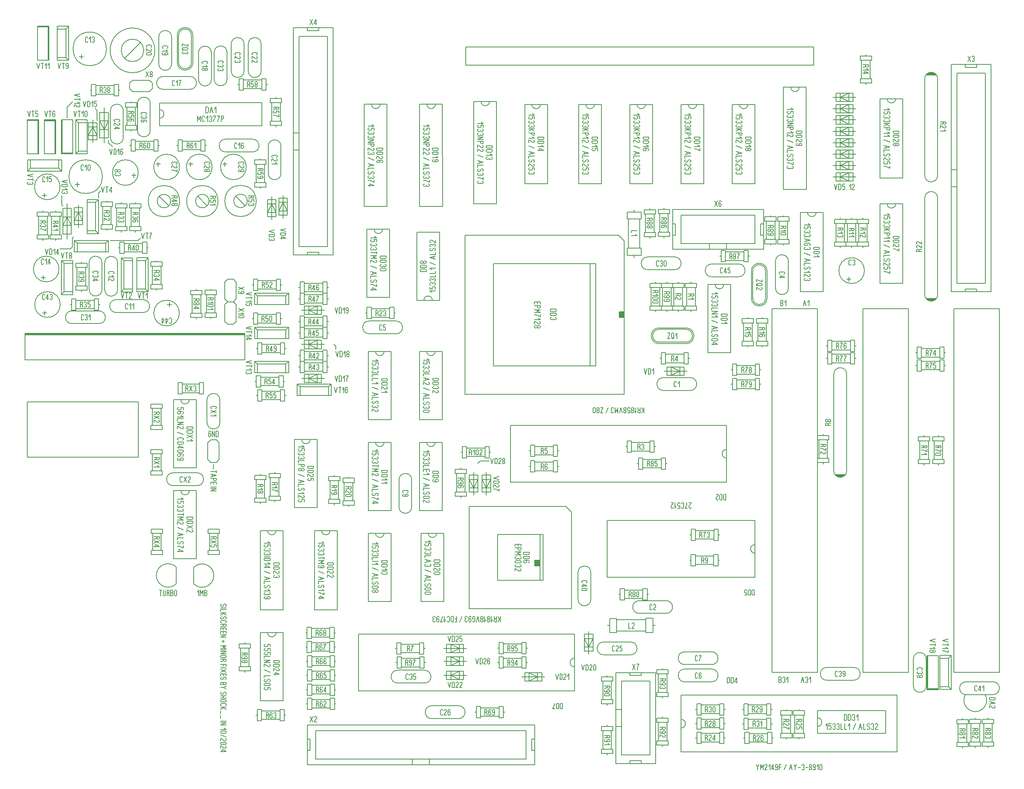
<source format=gto>
%FSLAX34Y34*%
%MOMM*%
%LNCOPPER_BOTTOM*%
G71*
G01*
%ADD10C, 0.20*%
%ADD11C, 0.17*%
%ADD12C, 0.16*%
%LPD*%
G54D10*
X1058591Y918634D02*
X1058591Y1147234D01*
X1287191Y1147234D01*
X1287191Y918634D01*
X1058591Y918634D01*
G54D10*
X1274491Y918634D02*
X1274491Y1147234D01*
G54D10*
X1350691Y855134D02*
X1350691Y1198034D01*
X1337991Y1210734D01*
X995091Y1210734D01*
X995091Y855134D01*
X1350691Y855134D01*
G36*
X1339579Y1026584D02*
X1339579Y1039284D01*
X1350691Y1039284D01*
X1350691Y1026584D01*
X1339579Y1026584D01*
G37*
G54D10*
X1339579Y1026584D02*
X1339579Y1039284D01*
X1350691Y1039284D01*
X1350691Y1026584D01*
X1339579Y1026584D01*
G54D11*
X1185432Y1044921D02*
X1198765Y1044921D01*
X1198765Y1041587D01*
X1197932Y1040254D01*
X1196265Y1039587D01*
X1187932Y1039587D01*
X1186265Y1040254D01*
X1185432Y1041587D01*
X1185432Y1044921D01*
G54D11*
X1185432Y1035921D02*
X1198765Y1035920D01*
X1198765Y1032587D01*
X1197932Y1031254D01*
X1196265Y1030587D01*
X1187932Y1030587D01*
X1186265Y1031254D01*
X1185432Y1032587D01*
X1185432Y1035921D01*
G54D11*
X1196265Y1026921D02*
X1197932Y1026254D01*
X1198765Y1024921D01*
X1198765Y1023587D01*
X1197932Y1022254D01*
X1196265Y1021587D01*
X1194599Y1021587D01*
X1192932Y1022254D01*
X1192099Y1023587D01*
X1191265Y1022254D01*
X1189599Y1021587D01*
X1187932Y1021587D01*
X1186265Y1022254D01*
X1185432Y1023587D01*
X1185432Y1024921D01*
X1186265Y1026254D01*
X1187932Y1026921D01*
G54D11*
X1149713Y1056688D02*
X1149713Y1061354D01*
X1163046Y1061354D01*
X1163046Y1056688D01*
G54D11*
X1156380Y1061354D02*
X1156380Y1056688D01*
G54D11*
X1149713Y1053020D02*
X1163046Y1053020D01*
X1163046Y1049687D01*
X1162213Y1048354D01*
X1160546Y1047687D01*
X1158880Y1047687D01*
X1157213Y1048354D01*
X1156380Y1049687D01*
X1156380Y1053020D01*
G54D11*
X1149713Y1044020D02*
X1163046Y1044020D01*
X1154713Y1040687D01*
X1163046Y1037354D01*
X1149713Y1037354D01*
G54D11*
X1163046Y1033686D02*
X1163046Y1028353D01*
X1161380Y1029020D01*
X1158880Y1030353D01*
X1155546Y1031686D01*
X1153046Y1032353D01*
X1149713Y1032353D01*
G54D11*
X1158046Y1024686D02*
X1163046Y1021353D01*
X1149713Y1021353D01*
G54D11*
X1149713Y1012353D02*
X1149713Y1017686D01*
X1150546Y1017686D01*
X1152213Y1017020D01*
X1157213Y1013020D01*
X1158880Y1012353D01*
X1160546Y1012353D01*
X1162213Y1013020D01*
X1163046Y1014353D01*
X1163046Y1015686D01*
X1162213Y1017020D01*
X1160546Y1017686D01*
G54D11*
X1156380Y1005353D02*
X1156380Y1006686D01*
X1157213Y1008020D01*
X1158880Y1008686D01*
X1160546Y1008686D01*
X1162213Y1008020D01*
X1163046Y1006686D01*
X1163046Y1005353D01*
X1162213Y1004020D01*
X1160546Y1003353D01*
X1158880Y1003353D01*
X1157213Y1004020D01*
X1156380Y1005353D01*
X1155546Y1004020D01*
X1153880Y1003353D01*
X1152213Y1003353D01*
X1150546Y1004020D01*
X1149713Y1005353D01*
X1149713Y1006686D01*
X1150546Y1008020D01*
X1152213Y1008686D01*
X1153880Y1008686D01*
X1155546Y1008020D01*
X1156380Y1006686D01*
G54D10*
X1458522Y1178996D02*
X1458522Y1267896D01*
X1661722Y1267896D01*
X1661722Y1178996D01*
X1458522Y1178996D01*
G54D10*
X1477572Y1191696D02*
X1477572Y1255196D01*
X1642672Y1255196D01*
X1642672Y1191696D01*
X1477572Y1191696D01*
G54D10*
X1458522Y1210746D02*
X1464872Y1210746D01*
X1464872Y1236146D01*
X1458522Y1236146D01*
G54D10*
X1661722Y1210746D02*
X1655372Y1210746D01*
X1655372Y1236146D01*
X1661722Y1236146D01*
G54D10*
X1579172Y1178996D02*
X1579172Y1191696D01*
G54D10*
X1541072Y1178996D02*
X1541072Y1191696D01*
G54D12*
X1552501Y1287025D02*
X1558723Y1274581D01*
G54D12*
X1552501Y1274581D02*
X1558723Y1287025D01*
G54D12*
X1567123Y1284692D02*
X1566500Y1286248D01*
X1565256Y1287025D01*
X1564012Y1287025D01*
X1562767Y1286248D01*
X1562145Y1284692D01*
X1562145Y1280803D01*
X1562145Y1280025D01*
X1564012Y1281581D01*
X1565256Y1281581D01*
X1566500Y1280803D01*
X1567123Y1279248D01*
X1567123Y1276914D01*
X1566500Y1275359D01*
X1565256Y1274581D01*
X1564012Y1274581D01*
X1562767Y1275359D01*
X1562145Y1276914D01*
X1562145Y1280803D01*
G54D10*
X642547Y26868D02*
X1150547Y26868D01*
X1150547Y115768D01*
X642547Y115768D01*
X642547Y26868D01*
G54D10*
X642547Y58618D02*
X648897Y58618D01*
X648897Y84018D01*
X642547Y84018D01*
G54D10*
X1150547Y84018D02*
X1144197Y84018D01*
X1144197Y58618D01*
X1150547Y58618D01*
G54D10*
X877497Y26868D02*
X877497Y39568D01*
G54D10*
X915597Y39568D02*
X915597Y26868D01*
G54D10*
X661597Y39568D02*
X1131497Y39568D01*
X1131497Y103068D01*
X661597Y103068D01*
X661597Y39568D01*
G54D12*
X648808Y135104D02*
X655030Y122659D01*
G54D12*
X648808Y122659D02*
X655030Y135104D01*
G54D12*
X663430Y122659D02*
X658452Y122659D01*
X658452Y123437D01*
X659074Y124992D01*
X662807Y129659D01*
X663430Y131214D01*
X663430Y132770D01*
X662807Y134326D01*
X661563Y135104D01*
X660319Y135104D01*
X659074Y134326D01*
X658452Y132770D01*
G54D10*
G75*
G01X1239224Y264782D02*
G03X1239224Y245732I0J-9525D01*
G01*
G54D10*
X703270Y175696D02*
X703270Y150296D01*
X693745Y150296D01*
X693745Y175696D01*
X703270Y175696D01*
X703270Y162996D01*
X706445Y162996D01*
G54D10*
X652470Y175696D02*
X642945Y175696D01*
X642945Y150296D01*
X652470Y150296D01*
X652470Y175696D01*
G54D10*
X641357Y162996D02*
X639770Y162996D01*
G54D10*
X642945Y162996D02*
X639770Y162996D01*
G54D10*
X652470Y153471D02*
X693745Y153471D01*
G54D10*
X693745Y172521D02*
X652470Y172521D01*
G54D12*
X665277Y162868D02*
X667143Y161313D01*
X667765Y159757D01*
X667765Y156646D01*
G54D12*
X662788Y156646D02*
X662788Y169091D01*
X665899Y169091D01*
X667143Y168313D01*
X667765Y166757D01*
X667765Y165202D01*
X667143Y163646D01*
X665899Y162868D01*
X662788Y162868D01*
G54D12*
X676165Y166757D02*
X675543Y168313D01*
X674299Y169091D01*
X673054Y169091D01*
X671810Y168313D01*
X671188Y166757D01*
X671188Y162868D01*
X671188Y162091D01*
X673054Y163646D01*
X674299Y163646D01*
X675543Y162868D01*
X676165Y161313D01*
X676165Y158980D01*
X675543Y157424D01*
X674299Y156646D01*
X673054Y156646D01*
X671810Y157424D01*
X671188Y158980D01*
X671188Y162868D01*
G54D12*
X684565Y156646D02*
X679588Y156646D01*
X679588Y157424D01*
X680210Y158980D01*
X683943Y163646D01*
X684565Y165202D01*
X684565Y166757D01*
X683943Y168313D01*
X682699Y169091D01*
X681454Y169091D01*
X680210Y168313D01*
X679588Y166757D01*
G54D10*
X703270Y207446D02*
X703270Y182046D01*
X693745Y182046D01*
X693745Y207446D01*
X703270Y207446D01*
X703270Y194746D01*
X706445Y194746D01*
G54D10*
X652470Y207446D02*
X642945Y207446D01*
X642945Y182046D01*
X652470Y182046D01*
X652470Y207446D01*
G54D10*
X641357Y194746D02*
X639770Y194746D01*
G54D10*
X642945Y194746D02*
X639770Y194746D01*
G54D10*
X652470Y185221D02*
X693745Y185221D01*
G54D10*
X693745Y204271D02*
X652470Y204271D01*
G54D12*
X665277Y194618D02*
X667143Y193063D01*
X667765Y191507D01*
X667765Y188396D01*
G54D12*
X662788Y188396D02*
X662788Y200841D01*
X665899Y200841D01*
X667143Y200063D01*
X667765Y198507D01*
X667765Y196952D01*
X667143Y195396D01*
X665899Y194618D01*
X662788Y194618D01*
G54D12*
X676165Y198507D02*
X675543Y200063D01*
X674299Y200841D01*
X673054Y200841D01*
X671810Y200063D01*
X671188Y198507D01*
X671188Y194618D01*
X671188Y193841D01*
X673054Y195396D01*
X674299Y195396D01*
X675543Y194618D01*
X676165Y193063D01*
X676165Y190730D01*
X675543Y189174D01*
X674299Y188396D01*
X673054Y188396D01*
X671810Y189174D01*
X671188Y190730D01*
X671188Y194618D01*
G54D12*
X683321Y188396D02*
X683321Y200841D01*
X679588Y193063D01*
X679588Y191507D01*
X684565Y191507D01*
G54D10*
X591351Y150296D02*
X591351Y124896D01*
X581826Y124896D01*
X581826Y150296D01*
X591351Y150296D01*
X591351Y137596D01*
X594526Y137596D01*
G54D10*
X540551Y150296D02*
X531026Y150296D01*
X531026Y124896D01*
X540551Y124896D01*
X540551Y150296D01*
G54D10*
X529438Y137596D02*
X527851Y137596D01*
G54D10*
X531026Y137596D02*
X527851Y137596D01*
G54D10*
X540551Y128071D02*
X581826Y128071D01*
G54D10*
X581826Y147121D02*
X540551Y147121D01*
G54D12*
X553358Y137468D02*
X555224Y135913D01*
X555847Y134358D01*
X555847Y131246D01*
G54D12*
X550869Y131246D02*
X550869Y143691D01*
X553980Y143691D01*
X555224Y142913D01*
X555847Y141358D01*
X555847Y139802D01*
X555224Y138246D01*
X553980Y137468D01*
X550869Y137468D01*
G54D12*
X564247Y141358D02*
X563624Y142913D01*
X562380Y143691D01*
X561136Y143691D01*
X559891Y142913D01*
X559269Y141358D01*
X559269Y137468D01*
X559269Y136691D01*
X561136Y138246D01*
X562380Y138246D01*
X563624Y137468D01*
X564247Y135913D01*
X564247Y133580D01*
X563624Y132024D01*
X562380Y131246D01*
X561136Y131246D01*
X559891Y132024D01*
X559269Y133580D01*
X559269Y137468D01*
G54D12*
X567669Y141358D02*
X568291Y142913D01*
X569536Y143691D01*
X570780Y143691D01*
X572024Y142913D01*
X572647Y141358D01*
X572647Y139802D01*
X572024Y138246D01*
X570780Y137468D01*
X572024Y136691D01*
X572647Y135135D01*
X572647Y133580D01*
X572024Y132024D01*
X570780Y131246D01*
X569536Y131246D01*
X568291Y132024D01*
X567669Y133580D01*
G54D10*
X703270Y239196D02*
X703270Y213796D01*
X693745Y213796D01*
X693745Y239196D01*
X703270Y239196D01*
X703270Y226496D01*
X706445Y226496D01*
G54D10*
X652470Y239196D02*
X642945Y239196D01*
X642945Y213796D01*
X652470Y213796D01*
X652470Y239196D01*
G54D10*
X641357Y226496D02*
X639770Y226496D01*
G54D10*
X642945Y226496D02*
X639770Y226496D01*
G54D10*
X652470Y216971D02*
X693745Y216971D01*
G54D10*
X693745Y236021D02*
X652470Y236021D01*
G54D12*
X665277Y226368D02*
X667143Y224813D01*
X667765Y223257D01*
X667765Y220146D01*
G54D12*
X662788Y220146D02*
X662788Y232591D01*
X665899Y232591D01*
X667143Y231813D01*
X667765Y230257D01*
X667765Y228702D01*
X667143Y227146D01*
X665899Y226368D01*
X662788Y226368D01*
G54D12*
X676165Y230257D02*
X675543Y231813D01*
X674299Y232591D01*
X673054Y232591D01*
X671810Y231813D01*
X671188Y230257D01*
X671188Y226368D01*
X671188Y225591D01*
X673054Y227146D01*
X674299Y227146D01*
X675543Y226368D01*
X676165Y224813D01*
X676165Y222480D01*
X675543Y220924D01*
X674299Y220146D01*
X673054Y220146D01*
X671810Y220924D01*
X671188Y222480D01*
X671188Y226368D01*
G54D12*
X684565Y232591D02*
X679588Y232591D01*
X679588Y227146D01*
X680210Y227146D01*
X681454Y227924D01*
X682699Y227924D01*
X683943Y227146D01*
X684565Y225591D01*
X684565Y222480D01*
X683943Y220924D01*
X682699Y220146D01*
X681454Y220146D01*
X680210Y220924D01*
X679588Y222480D01*
G54D10*
X703270Y270946D02*
X703270Y245546D01*
X693745Y245546D01*
X693745Y270946D01*
X703270Y270946D01*
X703270Y258246D01*
X706445Y258246D01*
G54D10*
X652470Y270946D02*
X642945Y270946D01*
X642945Y245546D01*
X652470Y245546D01*
X652470Y270946D01*
G54D10*
X641357Y258246D02*
X639770Y258246D01*
G54D10*
X642945Y258246D02*
X639770Y258246D01*
G54D10*
X652470Y248721D02*
X693745Y248721D01*
G54D10*
X693745Y267771D02*
X652470Y267771D01*
G54D12*
X665277Y258118D02*
X667143Y256563D01*
X667765Y255007D01*
X667765Y251896D01*
G54D12*
X662788Y251896D02*
X662788Y264341D01*
X665899Y264341D01*
X667143Y263563D01*
X667765Y262007D01*
X667765Y260452D01*
X667143Y258896D01*
X665899Y258118D01*
X662788Y258118D01*
G54D12*
X676165Y262007D02*
X675543Y263563D01*
X674299Y264341D01*
X673054Y264341D01*
X671810Y263563D01*
X671188Y262007D01*
X671188Y258118D01*
X671188Y257341D01*
X673054Y258896D01*
X674299Y258896D01*
X675543Y258118D01*
X676165Y256563D01*
X676165Y254230D01*
X675543Y252674D01*
X674299Y251896D01*
X673054Y251896D01*
X671810Y252674D01*
X671188Y254230D01*
X671188Y258118D01*
G54D12*
X684565Y262007D02*
X683943Y263563D01*
X682699Y264341D01*
X681454Y264341D01*
X680210Y263563D01*
X679588Y262007D01*
X679588Y258118D01*
X679588Y257341D01*
X681454Y258896D01*
X682699Y258896D01*
X683943Y258118D01*
X684565Y256563D01*
X684565Y254230D01*
X683943Y252674D01*
X682699Y251896D01*
X681454Y251896D01*
X680210Y252674D01*
X679588Y254230D01*
X679588Y258118D01*
G54D10*
X702476Y302696D02*
X702476Y277296D01*
X692951Y277296D01*
X692951Y302696D01*
X702476Y302696D01*
X702476Y289996D01*
X705651Y289996D01*
G54D10*
X651676Y302696D02*
X642151Y302696D01*
X642151Y277296D01*
X651676Y277296D01*
X651676Y302696D01*
G54D10*
X640563Y289996D02*
X638976Y289996D01*
G54D10*
X642151Y289996D02*
X638976Y289996D01*
G54D10*
X651676Y280471D02*
X692951Y280471D01*
G54D10*
X692951Y299521D02*
X651676Y299521D01*
G54D12*
X664483Y289868D02*
X666350Y288313D01*
X666972Y286757D01*
X666972Y283646D01*
G54D12*
X661994Y283646D02*
X661994Y296091D01*
X665105Y296091D01*
X666350Y295313D01*
X666972Y293757D01*
X666972Y292202D01*
X666350Y290646D01*
X665105Y289868D01*
X661994Y289868D01*
G54D12*
X675372Y293757D02*
X674750Y295313D01*
X673505Y296091D01*
X672261Y296091D01*
X671016Y295313D01*
X670394Y293757D01*
X670394Y289868D01*
X670394Y289091D01*
X672261Y290646D01*
X673505Y290646D01*
X674750Y289868D01*
X675372Y288313D01*
X675372Y285980D01*
X674750Y284424D01*
X673505Y283646D01*
X672261Y283646D01*
X671016Y284424D01*
X670394Y285980D01*
X670394Y289868D01*
G54D12*
X678794Y296091D02*
X683772Y296091D01*
X683150Y294535D01*
X681905Y292202D01*
X680661Y289091D01*
X680038Y286757D01*
X680038Y283646D01*
G54D10*
X702476Y334446D02*
X702476Y309046D01*
X692951Y309046D01*
X692951Y334446D01*
X702476Y334446D01*
X702476Y321746D01*
X705651Y321746D01*
G54D10*
X651676Y334446D02*
X642151Y334446D01*
X642151Y309046D01*
X651676Y309046D01*
X651676Y334446D01*
G54D10*
X640563Y321746D02*
X638976Y321746D01*
G54D10*
X642151Y321746D02*
X638976Y321746D01*
G54D10*
X651676Y312221D02*
X692951Y312221D01*
G54D10*
X692951Y331271D02*
X651676Y331271D01*
G54D12*
X664483Y321618D02*
X666350Y320063D01*
X666972Y318507D01*
X666972Y315396D01*
G54D12*
X661994Y315396D02*
X661994Y327841D01*
X665105Y327841D01*
X666350Y327063D01*
X666972Y325507D01*
X666972Y323952D01*
X666350Y322396D01*
X665105Y321618D01*
X661994Y321618D01*
G54D12*
X675372Y325507D02*
X674750Y327063D01*
X673505Y327841D01*
X672261Y327841D01*
X671016Y327063D01*
X670394Y325507D01*
X670394Y321618D01*
X670394Y320841D01*
X672261Y322396D01*
X673505Y322396D01*
X674750Y321618D01*
X675372Y320063D01*
X675372Y317730D01*
X674750Y316174D01*
X673505Y315396D01*
X672261Y315396D01*
X671016Y316174D01*
X670394Y317730D01*
X670394Y321618D01*
G54D12*
X681905Y321618D02*
X680661Y321618D01*
X679416Y322396D01*
X678794Y323952D01*
X678794Y325507D01*
X679416Y327063D01*
X680661Y327841D01*
X681905Y327841D01*
X683150Y327063D01*
X683772Y325507D01*
X683772Y323952D01*
X683150Y322396D01*
X681905Y321618D01*
X683150Y320841D01*
X683772Y319285D01*
X683772Y317730D01*
X683150Y316174D01*
X681905Y315396D01*
X680661Y315396D01*
X679416Y316174D01*
X678794Y317730D01*
X678794Y319285D01*
X679416Y320841D01*
X680661Y321618D01*
G54D10*
X1868096Y1518721D02*
X1817296Y1518721D01*
G54D10*
X1823646Y1528246D02*
X1823646Y1509196D01*
X1861746Y1509196D01*
X1861746Y1528246D01*
X1823646Y1528246D01*
G54D10*
X1833171Y1528246D02*
X1833171Y1509196D01*
G54D10*
X1852221Y1528246D02*
X1852221Y1509196D01*
X1833171Y1518721D01*
X1852221Y1528246D01*
G54D10*
X1868096Y1493321D02*
X1817296Y1493321D01*
G54D10*
X1823646Y1502846D02*
X1823646Y1483796D01*
X1861746Y1483796D01*
X1861746Y1502846D01*
X1823646Y1502846D01*
G54D10*
X1833171Y1502846D02*
X1833171Y1483796D01*
G54D10*
X1852221Y1502846D02*
X1852221Y1483796D01*
X1833171Y1493321D01*
X1852221Y1502846D01*
G54D10*
X1868096Y1468318D02*
X1817296Y1468318D01*
G54D10*
X1823646Y1477843D02*
X1823646Y1458793D01*
X1861746Y1458793D01*
X1861746Y1477843D01*
X1823646Y1477843D01*
G54D10*
X1833171Y1477843D02*
X1833171Y1458793D01*
G54D10*
X1852221Y1477843D02*
X1852221Y1458793D01*
X1833171Y1468318D01*
X1852221Y1477843D01*
G54D10*
X1868096Y1442521D02*
X1817296Y1442521D01*
G54D10*
X1823646Y1452046D02*
X1823646Y1432996D01*
X1861746Y1432996D01*
X1861746Y1452046D01*
X1823646Y1452046D01*
G54D10*
X1833171Y1452046D02*
X1833171Y1432996D01*
G54D10*
X1852221Y1452046D02*
X1852221Y1432996D01*
X1833171Y1442521D01*
X1852221Y1452046D01*
G54D10*
X1868096Y1417121D02*
X1817296Y1417121D01*
G54D10*
X1823646Y1426646D02*
X1823646Y1407596D01*
X1861746Y1407596D01*
X1861746Y1426646D01*
X1823646Y1426646D01*
G54D10*
X1833171Y1426646D02*
X1833171Y1407596D01*
G54D10*
X1852221Y1426646D02*
X1852221Y1407596D01*
X1833171Y1417121D01*
X1852221Y1426646D01*
G54D10*
X1868096Y1391721D02*
X1817296Y1391721D01*
G54D10*
X1823646Y1401246D02*
X1823646Y1382196D01*
X1861746Y1382196D01*
X1861746Y1401246D01*
X1823646Y1401246D01*
G54D10*
X1833171Y1401246D02*
X1833171Y1382196D01*
G54D10*
X1852221Y1401246D02*
X1852221Y1382196D01*
X1833171Y1391721D01*
X1852221Y1401246D01*
G54D10*
X1868096Y1366321D02*
X1817296Y1366321D01*
G54D10*
X1823646Y1375846D02*
X1823646Y1356796D01*
X1861746Y1356796D01*
X1861746Y1375846D01*
X1823646Y1375846D01*
G54D10*
X1833171Y1375846D02*
X1833171Y1356796D01*
G54D10*
X1852221Y1375846D02*
X1852221Y1356796D01*
X1833171Y1366321D01*
X1852221Y1375846D01*
G54D10*
X1331522Y232846D02*
X1420422Y232846D01*
X1420422Y29646D01*
X1331522Y29646D01*
X1331522Y232846D01*
G54D10*
X1344222Y213796D02*
X1407722Y213796D01*
X1407722Y48696D01*
X1344222Y48696D01*
X1344222Y213796D01*
G54D10*
X1363272Y232846D02*
X1363272Y226496D01*
X1388672Y226496D01*
X1388672Y232846D01*
G54D10*
X1363272Y29646D02*
X1363272Y35996D01*
X1388672Y35996D01*
X1388672Y29646D01*
G54D10*
X1331522Y112196D02*
X1344222Y112196D01*
G54D10*
X1331522Y150296D02*
X1344222Y150296D01*
G54D12*
X1368826Y251641D02*
X1375048Y239197D01*
G54D12*
X1368826Y239197D02*
X1375048Y251641D01*
G54D12*
X1378470Y251641D02*
X1383447Y251641D01*
X1382825Y250086D01*
X1381581Y247752D01*
X1380336Y244641D01*
X1379714Y242308D01*
X1379714Y239197D01*
G54D10*
X1868096Y1340921D02*
X1817296Y1340921D01*
G54D10*
X1823646Y1350446D02*
X1823646Y1331396D01*
X1861746Y1331396D01*
X1861746Y1350446D01*
X1823646Y1350446D01*
G54D10*
X1833171Y1350446D02*
X1833171Y1331396D01*
G54D10*
X1852221Y1350446D02*
X1852221Y1331396D01*
X1833171Y1340921D01*
X1852221Y1350446D01*
G54D10*
X2118922Y67350D02*
X2093522Y67350D01*
X2093522Y76874D01*
X2118922Y76874D01*
X2118922Y67350D01*
X2106222Y67350D01*
X2106222Y64174D01*
G54D10*
X2118922Y118150D02*
X2118922Y127674D01*
X2093522Y127674D01*
X2093522Y118150D01*
X2118922Y118150D01*
G54D10*
X2106222Y129262D02*
X2106222Y130850D01*
G54D10*
X2106222Y127674D02*
X2106222Y130850D01*
G54D10*
X2096698Y118150D02*
X2096698Y76874D01*
G54D10*
X2115748Y76874D02*
X2115748Y118150D01*
G54D12*
X2106095Y104549D02*
X2104539Y102682D01*
X2102984Y102060D01*
X2099872Y102060D01*
G54D12*
X2099872Y107038D02*
X2112317Y107038D01*
X2112317Y103927D01*
X2111539Y102682D01*
X2109984Y102060D01*
X2108428Y102060D01*
X2106872Y102682D01*
X2106095Y103927D01*
X2106095Y107038D01*
G54D12*
X2106095Y95527D02*
X2106095Y96771D01*
X2106872Y98016D01*
X2108428Y98638D01*
X2109984Y98638D01*
X2111539Y98016D01*
X2112317Y96771D01*
X2112317Y95527D01*
X2111539Y94282D01*
X2109984Y93660D01*
X2108428Y93660D01*
X2106872Y94282D01*
X2106095Y95527D01*
X2105317Y94282D01*
X2103762Y93660D01*
X2102206Y93660D01*
X2100650Y94282D01*
X2099872Y95527D01*
X2099872Y96771D01*
X2100650Y98016D01*
X2102206Y98638D01*
X2103762Y98638D01*
X2105317Y98016D01*
X2106095Y96771D01*
G54D12*
X2107650Y90238D02*
X2112317Y87127D01*
X2099872Y87127D01*
G54D10*
X2147498Y68143D02*
X2122098Y68143D01*
X2122098Y77668D01*
X2147498Y77668D01*
X2147498Y68143D01*
X2134798Y68143D01*
X2134798Y64968D01*
G54D10*
X2147498Y118943D02*
X2147498Y128468D01*
X2122098Y128468D01*
X2122098Y118943D01*
X2147498Y118943D01*
G54D10*
X2134798Y130056D02*
X2134798Y131643D01*
G54D10*
X2134798Y128468D02*
X2134798Y131643D01*
G54D10*
X2125272Y118943D02*
X2125272Y77668D01*
G54D10*
X2144322Y77668D02*
X2144322Y118943D01*
G54D12*
X2134670Y105342D02*
X2133114Y103476D01*
X2131558Y102854D01*
X2128448Y102854D01*
G54D12*
X2128448Y107832D02*
X2140892Y107832D01*
X2140892Y104720D01*
X2140114Y103476D01*
X2138558Y102854D01*
X2137003Y102854D01*
X2135448Y103476D01*
X2134670Y104720D01*
X2134670Y107832D01*
G54D12*
X2134670Y96320D02*
X2134670Y97565D01*
X2135448Y98809D01*
X2137003Y99432D01*
X2138558Y99432D01*
X2140114Y98809D01*
X2140892Y97565D01*
X2140892Y96320D01*
X2140114Y95076D01*
X2138558Y94454D01*
X2137003Y94454D01*
X2135448Y95076D01*
X2134670Y96320D01*
X2133892Y95076D01*
X2132336Y94454D01*
X2130781Y94454D01*
X2129225Y95076D01*
X2128448Y96320D01*
X2128448Y97565D01*
X2129225Y98809D01*
X2130781Y99432D01*
X2132336Y99432D01*
X2133892Y98809D01*
X2134670Y97565D01*
G54D12*
X2128448Y86054D02*
X2128448Y91032D01*
X2129225Y91032D01*
X2130781Y90409D01*
X2135448Y86676D01*
X2137003Y86054D01*
X2138558Y86054D01*
X2140114Y86676D01*
X2140892Y87920D01*
X2140892Y89165D01*
X2140114Y90409D01*
X2138558Y91032D01*
G54D10*
X2176072Y68143D02*
X2150672Y68143D01*
X2150672Y77668D01*
X2176072Y77668D01*
X2176072Y68143D01*
X2163372Y68143D01*
X2163372Y64968D01*
G54D10*
X2176072Y118943D02*
X2176072Y128468D01*
X2150672Y128468D01*
X2150672Y118943D01*
X2176072Y118943D01*
G54D10*
X2163372Y130056D02*
X2163372Y131643D01*
G54D10*
X2163372Y128468D02*
X2163372Y131643D01*
G54D10*
X2153848Y118943D02*
X2153848Y77668D01*
G54D10*
X2172898Y77668D02*
X2172898Y118943D01*
G54D12*
X2163245Y105342D02*
X2161689Y103476D01*
X2160134Y102854D01*
X2157022Y102854D01*
G54D12*
X2157022Y107832D02*
X2169467Y107832D01*
X2169467Y104720D01*
X2168689Y103476D01*
X2167134Y102854D01*
X2165578Y102854D01*
X2164022Y103476D01*
X2163245Y104720D01*
X2163245Y107832D01*
G54D12*
X2163245Y96320D02*
X2163245Y97565D01*
X2164022Y98809D01*
X2165578Y99432D01*
X2167134Y99432D01*
X2168689Y98809D01*
X2169467Y97565D01*
X2169467Y96320D01*
X2168689Y95076D01*
X2167134Y94454D01*
X2165578Y94454D01*
X2164022Y95076D01*
X2163245Y96320D01*
X2162467Y95076D01*
X2160912Y94454D01*
X2159356Y94454D01*
X2157800Y95076D01*
X2157022Y96320D01*
X2157022Y97565D01*
X2157800Y98809D01*
X2159356Y99432D01*
X2160912Y99432D01*
X2162467Y98809D01*
X2163245Y97565D01*
G54D12*
X2167134Y91032D02*
X2168689Y90409D01*
X2169467Y89165D01*
X2169467Y87920D01*
X2168689Y86676D01*
X2167134Y86054D01*
X2165578Y86054D01*
X2164022Y86676D01*
X2163245Y87920D01*
X2162467Y86676D01*
X2160912Y86054D01*
X2159356Y86054D01*
X2157800Y86676D01*
X2157022Y87920D01*
X2157022Y89165D01*
X2157800Y90409D01*
X2159356Y91032D01*
G54D12*
X2166677Y176500D02*
X2179122Y176499D01*
X2179121Y173388D01*
X2178344Y172144D01*
X2176788Y171522D01*
X2169010Y171522D01*
X2167455Y172144D01*
X2166677Y173388D01*
X2166677Y176500D01*
G54D12*
X2166677Y168100D02*
X2179122Y164988D01*
X2166677Y161877D01*
G54D12*
X2171343Y166855D02*
X2171344Y163122D01*
G54D12*
X2166677Y153478D02*
X2166676Y158456D01*
X2167454Y158456D01*
X2169010Y157833D01*
X2173677Y154100D01*
X2175233Y153478D01*
X2176788Y153478D01*
X2178344Y154100D01*
X2179122Y155344D01*
X2179122Y156588D01*
X2178344Y157833D01*
X2176788Y158456D01*
G54D10*
G75*
G01X2112853Y183659D02*
G03X2156847Y183659I21997J-12700D01*
G01*
G54D10*
X2156678Y183658D02*
X2113022Y183658D01*
G54D10*
X2081452Y271080D02*
X2056052Y271080D01*
X2056052Y194881D01*
X2081452Y194881D01*
X2081452Y271080D01*
X2075102Y264731D01*
X2056052Y264731D01*
G54D10*
X2081452Y194881D02*
X2075102Y201231D01*
X2056052Y201231D01*
G54D10*
X2075102Y201231D02*
X2075102Y264731D01*
G54D12*
X2074238Y307453D02*
X2061794Y304342D01*
X2074238Y301230D01*
G54D12*
X2061794Y295320D02*
X2074238Y295320D01*
G54D12*
X2074238Y297809D02*
X2074238Y292831D01*
G54D12*
X2069572Y289409D02*
X2074238Y286298D01*
X2061794Y286298D01*
G54D12*
X2074238Y282876D02*
X2074238Y277898D01*
X2072683Y278520D01*
X2070350Y279765D01*
X2067238Y281009D01*
X2064905Y281631D01*
X2061794Y281631D01*
G54D10*
X588571Y550346D02*
X537772Y550346D01*
X537772Y372944D01*
X588571Y372944D01*
X588571Y550346D01*
G54D11*
X566981Y477736D02*
X580314Y477736D01*
X580314Y474402D01*
X579481Y473069D01*
X577814Y472402D01*
X569481Y472402D01*
X567814Y473069D01*
X566981Y474402D01*
X566981Y477736D01*
G54D11*
X566981Y468736D02*
X580314Y468736D01*
X580314Y465402D01*
X579481Y464069D01*
X577814Y463402D01*
X569481Y463402D01*
X567814Y464069D01*
X566981Y465402D01*
X566981Y468736D01*
G54D11*
X566981Y454402D02*
X566981Y459736D01*
X567814Y459736D01*
X569481Y459069D01*
X574481Y455069D01*
X576147Y454402D01*
X577814Y454402D01*
X579481Y455069D01*
X580314Y456402D01*
X580314Y457736D01*
X579481Y459069D01*
X577814Y459736D01*
G54D11*
X577814Y450736D02*
X579481Y450069D01*
X580314Y448736D01*
X580314Y447402D01*
X579481Y446069D01*
X577814Y445402D01*
X576147Y445402D01*
X574481Y446069D01*
X573647Y447402D01*
X572814Y446069D01*
X571147Y445402D01*
X569481Y445402D01*
X567814Y446069D01*
X566981Y447402D01*
X566981Y448736D01*
X567814Y450069D01*
X569481Y450736D01*
G54D11*
X554677Y525781D02*
X559677Y522447D01*
X546344Y522447D01*
G54D11*
X559677Y513447D02*
X559677Y518781D01*
X553844Y518781D01*
X553844Y518114D01*
X554677Y516781D01*
X554677Y515447D01*
X553844Y514114D01*
X552177Y513447D01*
X548844Y513447D01*
X547177Y514114D01*
X546344Y515447D01*
X546344Y516781D01*
X547177Y518114D01*
X548844Y518781D01*
G54D11*
X557177Y509781D02*
X558844Y509114D01*
X559677Y507781D01*
X559677Y506447D01*
X558844Y505114D01*
X557177Y504447D01*
X555510Y504447D01*
X553844Y505114D01*
X553010Y506447D01*
X552177Y505114D01*
X550510Y504447D01*
X548844Y504447D01*
X547177Y505114D01*
X546344Y506447D01*
X546344Y507781D01*
X547177Y509114D01*
X548844Y509781D01*
G54D11*
X557177Y500781D02*
X558844Y500114D01*
X559677Y498781D01*
X559677Y497447D01*
X558844Y496114D01*
X557177Y495447D01*
X555510Y495447D01*
X553844Y496114D01*
X553010Y497447D01*
X552177Y496114D01*
X550510Y495447D01*
X548844Y495447D01*
X547177Y496114D01*
X546344Y497447D01*
X546344Y498781D01*
X547177Y500114D01*
X548844Y500781D01*
G54D11*
X546344Y491781D02*
X559677Y491781D01*
G54D11*
X546344Y488114D02*
X559677Y488114D01*
X559677Y484780D01*
X558844Y483447D01*
X557177Y482780D01*
X548844Y482780D01*
X547177Y483447D01*
X546344Y484780D01*
X546344Y488114D01*
G54D11*
X554677Y479114D02*
X559677Y475780D01*
X546344Y475780D01*
G54D11*
X546344Y468114D02*
X559677Y468114D01*
X551344Y472114D01*
X549677Y472114D01*
X549677Y466780D01*
G54D11*
X546344Y459314D02*
X559677Y453980D01*
G54D11*
X546344Y446514D02*
X559677Y443180D01*
X546344Y439847D01*
G54D11*
X551344Y445180D02*
X551344Y441180D01*
G54D11*
X559677Y436180D02*
X546344Y436180D01*
X546344Y431513D01*
G54D11*
X548844Y427846D02*
X547177Y427179D01*
X546344Y425846D01*
X546344Y424512D01*
X547177Y423179D01*
X548844Y422512D01*
X550510Y422512D01*
X552177Y423179D01*
X553010Y424512D01*
X553010Y425846D01*
X553844Y427179D01*
X555510Y427846D01*
X557177Y427846D01*
X558844Y427179D01*
X559677Y425846D01*
X559677Y424512D01*
X558844Y423179D01*
X557177Y422512D01*
G54D11*
X554677Y418846D02*
X559677Y415512D01*
X546344Y415512D01*
G54D11*
X557177Y411846D02*
X558844Y411179D01*
X559677Y409846D01*
X559677Y408512D01*
X558844Y407179D01*
X557177Y406512D01*
X555510Y406512D01*
X553844Y407179D01*
X553010Y408512D01*
X552177Y407179D01*
X550510Y406512D01*
X548844Y406512D01*
X547177Y407179D01*
X546344Y408512D01*
X546344Y409846D01*
X547177Y411179D01*
X548844Y411846D01*
G54D11*
X548844Y402846D02*
X547177Y402179D01*
X546344Y400846D01*
X546344Y399512D01*
X547177Y398179D01*
X548844Y397512D01*
X553010Y397512D01*
X553844Y397512D01*
X552177Y399512D01*
X552177Y400846D01*
X553010Y402179D01*
X554677Y402846D01*
X557177Y402846D01*
X558844Y402179D01*
X559677Y400846D01*
X559677Y399512D01*
X558844Y398179D01*
X557177Y397512D01*
X553010Y397512D01*
G54D10*
G75*
G01X553646Y550346D02*
G03X572696Y550346I9525J0D01*
G01*
G54D10*
X829871Y544393D02*
X779072Y544393D01*
X779072Y391994D01*
X829871Y391994D01*
X829871Y544393D01*
G54D11*
X808281Y483292D02*
X821614Y483292D01*
X821614Y479958D01*
X820781Y478625D01*
X819114Y477958D01*
X810781Y477958D01*
X809114Y478625D01*
X808281Y479958D01*
X808281Y483292D01*
G54D11*
X808281Y474292D02*
X821614Y474292D01*
X821614Y470958D01*
X820781Y469625D01*
X819114Y468958D01*
X810781Y468958D01*
X809114Y469625D01*
X808281Y470958D01*
X808281Y474292D01*
G54D11*
X816614Y465292D02*
X821614Y461958D01*
X808281Y461958D01*
G54D11*
X819114Y452958D02*
X810781Y452958D01*
X809114Y453625D01*
X808281Y454958D01*
X808281Y456292D01*
X809114Y457625D01*
X810781Y458292D01*
X819114Y458292D01*
X820781Y457625D01*
X821614Y456292D01*
X821614Y454958D01*
X820781Y453625D01*
X819114Y452958D01*
G54D11*
X795977Y523796D02*
X800977Y520463D01*
X787644Y520463D01*
G54D11*
X800977Y511463D02*
X800977Y516796D01*
X795144Y516796D01*
X795144Y516130D01*
X795977Y514796D01*
X795977Y513463D01*
X795144Y512130D01*
X793477Y511463D01*
X790144Y511463D01*
X788477Y512130D01*
X787644Y513463D01*
X787644Y514796D01*
X788477Y516130D01*
X790144Y516796D01*
G54D11*
X798477Y507796D02*
X800144Y507130D01*
X800977Y505796D01*
X800977Y504463D01*
X800144Y503130D01*
X798477Y502463D01*
X796810Y502463D01*
X795144Y503130D01*
X794310Y504463D01*
X793477Y503130D01*
X791810Y502463D01*
X790144Y502463D01*
X788477Y503130D01*
X787644Y504463D01*
X787644Y505796D01*
X788477Y507130D01*
X790144Y507796D01*
G54D11*
X798477Y498796D02*
X800144Y498130D01*
X800977Y496796D01*
X800977Y495463D01*
X800144Y494130D01*
X798477Y493463D01*
X796810Y493463D01*
X795144Y494130D01*
X794310Y495463D01*
X793477Y494130D01*
X791810Y493463D01*
X790144Y493463D01*
X788477Y494130D01*
X787644Y495463D01*
X787644Y496796D01*
X788477Y498130D01*
X790144Y498796D01*
G54D11*
X800977Y489796D02*
X787644Y489796D01*
X787644Y485130D01*
G54D11*
X787644Y481462D02*
X800977Y481462D01*
G54D11*
X795977Y477795D02*
X800977Y474462D01*
X787644Y474462D01*
G54D11*
X787644Y466995D02*
X800977Y461662D01*
G54D11*
X787644Y454195D02*
X800977Y450862D01*
X787644Y447528D01*
G54D11*
X792644Y452862D02*
X792644Y448862D01*
G54D11*
X800977Y443861D02*
X787644Y443861D01*
X787644Y439194D01*
G54D11*
X790144Y435527D02*
X788477Y434860D01*
X787644Y433527D01*
X787644Y432194D01*
X788477Y430860D01*
X790144Y430194D01*
X791810Y430194D01*
X793477Y430860D01*
X794310Y432194D01*
X794310Y433527D01*
X795144Y434860D01*
X796810Y435527D01*
X798477Y435527D01*
X800144Y434860D01*
X800977Y433527D01*
X800977Y432194D01*
X800144Y430860D01*
X798477Y430194D01*
G54D11*
X798477Y421194D02*
X790144Y421194D01*
X788477Y421860D01*
X787644Y423194D01*
X787644Y424527D01*
X788477Y425860D01*
X790144Y426527D01*
X798477Y426527D01*
X800144Y425860D01*
X800977Y424527D01*
X800977Y423194D01*
X800144Y421860D01*
X798477Y421194D01*
G54D11*
X794310Y414194D02*
X794310Y415527D01*
X795144Y416860D01*
X796810Y417527D01*
X798477Y417527D01*
X800144Y416860D01*
X800977Y415527D01*
X800977Y414194D01*
X800144Y412860D01*
X798477Y412194D01*
X796810Y412194D01*
X795144Y412860D01*
X794310Y414194D01*
X793477Y412860D01*
X791810Y412194D01*
X790144Y412194D01*
X788477Y412860D01*
X787644Y414194D01*
X787644Y415527D01*
X788477Y416860D01*
X790144Y417527D01*
X791810Y417527D01*
X793477Y416860D01*
X794310Y415527D01*
G54D10*
G75*
G01X794946Y544393D02*
G03X813996Y544393I9525J0D01*
G01*
G54D10*
X2052644Y270946D02*
X2027244Y270946D01*
X2027244Y194746D01*
X2052644Y194746D01*
X2052644Y270946D01*
G54D10*
X820347Y1503243D02*
X769547Y1503243D01*
X769547Y1274643D01*
X820744Y1274643D01*
X820347Y1503243D01*
G54D11*
X797963Y1404899D02*
X811297Y1404899D01*
X811297Y1401566D01*
X810463Y1400232D01*
X808797Y1399566D01*
X800463Y1399566D01*
X798797Y1400232D01*
X797963Y1401566D01*
X797963Y1404899D01*
G54D11*
X797963Y1395899D02*
X811297Y1395899D01*
X811297Y1392566D01*
X810463Y1391232D01*
X808797Y1390566D01*
X800463Y1390566D01*
X798797Y1391232D01*
X797963Y1392566D01*
X797963Y1395899D01*
G54D11*
X797963Y1381566D02*
X797963Y1386899D01*
X798797Y1386899D01*
X800463Y1386232D01*
X805463Y1382232D01*
X807130Y1381566D01*
X808797Y1381566D01*
X810463Y1382232D01*
X811297Y1383566D01*
X811297Y1384899D01*
X810463Y1386232D01*
X808797Y1386899D01*
G54D11*
X808797Y1372566D02*
X810463Y1373232D01*
X811297Y1374566D01*
X811297Y1375899D01*
X810463Y1377232D01*
X808797Y1377899D01*
X804630Y1377899D01*
X803797Y1377899D01*
X805463Y1375899D01*
X805463Y1374566D01*
X804630Y1373232D01*
X802963Y1372566D01*
X800463Y1372566D01*
X798797Y1373232D01*
X797963Y1374566D01*
X797963Y1375899D01*
X798797Y1377232D01*
X800463Y1377899D01*
X804630Y1377899D01*
G54D11*
X786452Y1457365D02*
X791452Y1454032D01*
X778119Y1454032D01*
G54D11*
X791452Y1445032D02*
X791452Y1450365D01*
X785619Y1450365D01*
X785619Y1449699D01*
X786452Y1448365D01*
X786452Y1447032D01*
X785619Y1445699D01*
X783952Y1445032D01*
X780619Y1445032D01*
X778952Y1445699D01*
X778119Y1447032D01*
X778119Y1448365D01*
X778952Y1449699D01*
X780619Y1450365D01*
G54D11*
X788952Y1441365D02*
X790619Y1440699D01*
X791452Y1439365D01*
X791452Y1438032D01*
X790619Y1436699D01*
X788952Y1436032D01*
X787286Y1436032D01*
X785619Y1436699D01*
X784786Y1438032D01*
X783952Y1436699D01*
X782286Y1436032D01*
X780619Y1436032D01*
X778952Y1436699D01*
X778119Y1438032D01*
X778119Y1439365D01*
X778952Y1440699D01*
X780619Y1441365D01*
G54D11*
X788952Y1432365D02*
X790619Y1431699D01*
X791452Y1430365D01*
X791452Y1429032D01*
X790619Y1427699D01*
X788952Y1427032D01*
X787286Y1427032D01*
X785619Y1427699D01*
X784786Y1429032D01*
X783952Y1427699D01*
X782286Y1427032D01*
X780619Y1427032D01*
X778952Y1427699D01*
X778119Y1429032D01*
X778119Y1430365D01*
X778952Y1431699D01*
X780619Y1432365D01*
G54D11*
X778119Y1423365D02*
X791452Y1423365D01*
X778119Y1418032D01*
X791452Y1418032D01*
G54D11*
X778119Y1414365D02*
X791452Y1414365D01*
X791452Y1411032D01*
X790619Y1409699D01*
X788952Y1409032D01*
X787286Y1409032D01*
X785619Y1409699D01*
X784786Y1411032D01*
X784786Y1414365D01*
G54D11*
X778119Y1400032D02*
X778119Y1405365D01*
X778952Y1405365D01*
X780619Y1404699D01*
X785619Y1400699D01*
X787286Y1400032D01*
X788952Y1400032D01*
X790619Y1400699D01*
X791452Y1402032D01*
X791452Y1403365D01*
X790619Y1404699D01*
X788952Y1405365D01*
G54D11*
X788952Y1396365D02*
X790619Y1395699D01*
X791452Y1394365D01*
X791452Y1393032D01*
X790619Y1391699D01*
X788952Y1391032D01*
X787286Y1391032D01*
X785619Y1391699D01*
X784786Y1393032D01*
X783952Y1391699D01*
X782286Y1391032D01*
X780619Y1391032D01*
X778952Y1391699D01*
X778119Y1393032D01*
X778119Y1394365D01*
X778952Y1395699D01*
X780619Y1396365D01*
G54D11*
X778119Y1383565D02*
X791452Y1378232D01*
G54D11*
X778119Y1370765D02*
X791452Y1367432D01*
X778119Y1364099D01*
G54D11*
X783119Y1369432D02*
X783119Y1365432D01*
G54D11*
X791452Y1360431D02*
X778119Y1360431D01*
X778119Y1355765D01*
G54D11*
X780619Y1352097D02*
X778952Y1351431D01*
X778119Y1350097D01*
X778119Y1348764D01*
X778952Y1347431D01*
X780619Y1346764D01*
X782286Y1346764D01*
X783952Y1347431D01*
X784786Y1348764D01*
X784786Y1350097D01*
X785619Y1351431D01*
X787286Y1352097D01*
X788952Y1352097D01*
X790619Y1351431D01*
X791452Y1350097D01*
X791452Y1348764D01*
X790619Y1347431D01*
X788952Y1346764D01*
G54D11*
X788952Y1343097D02*
X790619Y1342431D01*
X791452Y1341097D01*
X791452Y1339764D01*
X790619Y1338431D01*
X788952Y1337764D01*
X787286Y1337764D01*
X785619Y1338431D01*
X784786Y1339764D01*
X783952Y1338431D01*
X782286Y1337764D01*
X780619Y1337764D01*
X778952Y1338431D01*
X778119Y1339764D01*
X778119Y1341097D01*
X778952Y1342431D01*
X780619Y1343097D01*
G54D11*
X791452Y1334097D02*
X791452Y1328764D01*
X789786Y1329431D01*
X787286Y1330764D01*
X783952Y1332097D01*
X781452Y1332764D01*
X778119Y1332764D01*
G54D11*
X778119Y1321097D02*
X791452Y1321097D01*
X783119Y1325097D01*
X781452Y1325097D01*
X781452Y1319764D01*
G54D10*
G75*
G01X786042Y1503028D02*
G03X805092Y1503028I9525J0D01*
G01*
G54D10*
X944172Y1503243D02*
X893372Y1503243D01*
X893372Y1274643D01*
X944569Y1274643D01*
X944172Y1503243D01*
G54D11*
X921788Y1404899D02*
X935122Y1404899D01*
X935122Y1401566D01*
X934288Y1400232D01*
X932622Y1399566D01*
X924288Y1399566D01*
X922622Y1400232D01*
X921788Y1401566D01*
X921788Y1404899D01*
G54D11*
X921788Y1395899D02*
X935122Y1395899D01*
X935122Y1392566D01*
X934288Y1391232D01*
X932622Y1390566D01*
X924288Y1390566D01*
X922622Y1391232D01*
X921788Y1392566D01*
X921788Y1395899D01*
G54D11*
X930122Y1386899D02*
X935122Y1383566D01*
X921788Y1383566D01*
G54D11*
X924288Y1379899D02*
X922622Y1379232D01*
X921788Y1377899D01*
X921788Y1376566D01*
X922622Y1375232D01*
X924288Y1374566D01*
X928455Y1374566D01*
X929288Y1374566D01*
X927622Y1376566D01*
X927622Y1377899D01*
X928455Y1379232D01*
X930122Y1379899D01*
X932622Y1379899D01*
X934288Y1379232D01*
X935122Y1377899D01*
X935122Y1376566D01*
X934288Y1375232D01*
X932622Y1374566D01*
X928455Y1374566D01*
G54D11*
X910278Y1457365D02*
X915278Y1454032D01*
X901945Y1454032D01*
G54D11*
X915278Y1445032D02*
X915278Y1450365D01*
X909445Y1450365D01*
X909445Y1449699D01*
X910278Y1448365D01*
X910278Y1447032D01*
X909445Y1445699D01*
X907778Y1445032D01*
X904445Y1445032D01*
X902778Y1445699D01*
X901945Y1447032D01*
X901945Y1448365D01*
X902778Y1449699D01*
X904445Y1450365D01*
G54D11*
X912778Y1441365D02*
X914445Y1440699D01*
X915278Y1439365D01*
X915278Y1438032D01*
X914445Y1436699D01*
X912778Y1436032D01*
X911111Y1436032D01*
X909445Y1436699D01*
X908611Y1438032D01*
X907778Y1436699D01*
X906111Y1436032D01*
X904445Y1436032D01*
X902778Y1436699D01*
X901945Y1438032D01*
X901945Y1439365D01*
X902778Y1440699D01*
X904445Y1441365D01*
G54D11*
X912778Y1432365D02*
X914445Y1431699D01*
X915278Y1430365D01*
X915278Y1429032D01*
X914445Y1427699D01*
X912778Y1427032D01*
X911111Y1427032D01*
X909445Y1427699D01*
X908611Y1429032D01*
X907778Y1427699D01*
X906111Y1427032D01*
X904445Y1427032D01*
X902778Y1427699D01*
X901945Y1429032D01*
X901945Y1430365D01*
X902778Y1431699D01*
X904445Y1432365D01*
G54D11*
X901945Y1423365D02*
X915278Y1423365D01*
X901945Y1418032D01*
X915278Y1418032D01*
G54D11*
X901945Y1414365D02*
X915278Y1414365D01*
X915278Y1411032D01*
X914445Y1409699D01*
X912778Y1409032D01*
X911111Y1409032D01*
X909445Y1409699D01*
X908611Y1411032D01*
X908611Y1414365D01*
G54D11*
X901945Y1400032D02*
X901945Y1405365D01*
X902778Y1405365D01*
X904445Y1404699D01*
X909445Y1400699D01*
X911111Y1400032D01*
X912778Y1400032D01*
X914445Y1400699D01*
X915278Y1402032D01*
X915278Y1403365D01*
X914445Y1404699D01*
X912778Y1405365D01*
G54D11*
X901945Y1391032D02*
X901945Y1396365D01*
X902778Y1396365D01*
X904445Y1395699D01*
X909445Y1391699D01*
X911111Y1391032D01*
X912778Y1391032D01*
X914445Y1391699D01*
X915278Y1393032D01*
X915278Y1394365D01*
X914445Y1395699D01*
X912778Y1396365D01*
G54D11*
X901945Y1383565D02*
X915278Y1378232D01*
G54D11*
X901945Y1370765D02*
X915278Y1367432D01*
X901945Y1364099D01*
G54D11*
X906945Y1369432D02*
X906945Y1365432D01*
G54D11*
X915278Y1360431D02*
X901945Y1360431D01*
X901945Y1355765D01*
G54D11*
X904445Y1352097D02*
X902778Y1351431D01*
X901945Y1350097D01*
X901945Y1348764D01*
X902778Y1347431D01*
X904445Y1346764D01*
X906111Y1346764D01*
X907778Y1347431D01*
X908611Y1348764D01*
X908611Y1350097D01*
X909445Y1351431D01*
X911111Y1352097D01*
X912778Y1352097D01*
X914445Y1351431D01*
X915278Y1350097D01*
X915278Y1348764D01*
X914445Y1347431D01*
X912778Y1346764D01*
G54D11*
X912778Y1343097D02*
X914445Y1342431D01*
X915278Y1341097D01*
X915278Y1339764D01*
X914445Y1338431D01*
X912778Y1337764D01*
X911111Y1337764D01*
X909445Y1338431D01*
X908611Y1339764D01*
X907778Y1338431D01*
X906111Y1337764D01*
X904445Y1337764D01*
X902778Y1338431D01*
X901945Y1339764D01*
X901945Y1341097D01*
X902778Y1342431D01*
X904445Y1343097D01*
G54D11*
X915278Y1334097D02*
X915278Y1328764D01*
X913611Y1329431D01*
X911111Y1330764D01*
X907778Y1332097D01*
X905278Y1332764D01*
X901945Y1332764D01*
G54D11*
X912778Y1325097D02*
X914445Y1324431D01*
X915278Y1323097D01*
X915278Y1321764D01*
X914445Y1320431D01*
X912778Y1319764D01*
X911111Y1319764D01*
X909445Y1320431D01*
X908611Y1321764D01*
X907778Y1320431D01*
X906111Y1319764D01*
X904445Y1319764D01*
X902778Y1320431D01*
X901945Y1321764D01*
X901945Y1323097D01*
X902778Y1324431D01*
X904445Y1325097D01*
G54D10*
G75*
G01X909867Y1503028D02*
G03X928917Y1503028I9525J0D01*
G01*
G54D10*
X1064822Y1509593D02*
X1014022Y1509593D01*
X1014022Y1280993D01*
X1065219Y1280993D01*
X1064822Y1509593D01*
G54D11*
X1042438Y1410455D02*
X1055772Y1410455D01*
X1055772Y1407122D01*
X1054938Y1405789D01*
X1053272Y1405122D01*
X1044938Y1405122D01*
X1043272Y1405789D01*
X1042438Y1407122D01*
X1042438Y1410455D01*
G54D11*
X1042438Y1401455D02*
X1055772Y1401455D01*
X1055772Y1398122D01*
X1054938Y1396789D01*
X1053272Y1396122D01*
X1044938Y1396122D01*
X1043272Y1396789D01*
X1042438Y1398122D01*
X1042438Y1401455D01*
G54D11*
X1050772Y1392455D02*
X1055772Y1389122D01*
X1042438Y1389122D01*
G54D11*
X1053272Y1385455D02*
X1054938Y1384789D01*
X1055772Y1383455D01*
X1055772Y1382122D01*
X1054938Y1380789D01*
X1053272Y1380122D01*
X1051605Y1380122D01*
X1049938Y1380789D01*
X1049105Y1382122D01*
X1048272Y1380789D01*
X1046605Y1380122D01*
X1044938Y1380122D01*
X1043272Y1380789D01*
X1042438Y1382122D01*
X1042438Y1383455D01*
X1043272Y1384789D01*
X1044938Y1385455D01*
G54D11*
X1030928Y1463715D02*
X1035928Y1460382D01*
X1022595Y1460382D01*
G54D11*
X1035928Y1451382D02*
X1035928Y1456715D01*
X1030095Y1456715D01*
X1030095Y1456049D01*
X1030928Y1454715D01*
X1030928Y1453382D01*
X1030095Y1452049D01*
X1028428Y1451382D01*
X1025095Y1451382D01*
X1023428Y1452049D01*
X1022595Y1453382D01*
X1022595Y1454715D01*
X1023428Y1456049D01*
X1025095Y1456715D01*
G54D11*
X1033428Y1447715D02*
X1035095Y1447049D01*
X1035928Y1445715D01*
X1035928Y1444382D01*
X1035095Y1443049D01*
X1033428Y1442382D01*
X1031761Y1442382D01*
X1030095Y1443049D01*
X1029261Y1444382D01*
X1028428Y1443049D01*
X1026761Y1442382D01*
X1025095Y1442382D01*
X1023428Y1443049D01*
X1022595Y1444382D01*
X1022595Y1445715D01*
X1023428Y1447049D01*
X1025095Y1447715D01*
G54D11*
X1033428Y1438715D02*
X1035095Y1438049D01*
X1035928Y1436715D01*
X1035928Y1435382D01*
X1035095Y1434049D01*
X1033428Y1433382D01*
X1031761Y1433382D01*
X1030095Y1434049D01*
X1029261Y1435382D01*
X1028428Y1434049D01*
X1026761Y1433382D01*
X1025095Y1433382D01*
X1023428Y1434049D01*
X1022595Y1435382D01*
X1022595Y1436715D01*
X1023428Y1438049D01*
X1025095Y1438715D01*
G54D11*
X1022595Y1429715D02*
X1035928Y1429715D01*
X1022595Y1424382D01*
X1035928Y1424382D01*
G54D11*
X1022595Y1420715D02*
X1035928Y1420715D01*
X1035928Y1417382D01*
X1035095Y1416049D01*
X1033428Y1415382D01*
X1031761Y1415382D01*
X1030095Y1416049D01*
X1029261Y1417382D01*
X1029261Y1420715D01*
G54D11*
X1022595Y1406382D02*
X1022595Y1411715D01*
X1023428Y1411715D01*
X1025095Y1411049D01*
X1030095Y1407049D01*
X1031761Y1406382D01*
X1033428Y1406382D01*
X1035095Y1407049D01*
X1035928Y1408382D01*
X1035928Y1409715D01*
X1035095Y1411049D01*
X1033428Y1411715D01*
G54D11*
X1022595Y1397382D02*
X1022595Y1402715D01*
X1023428Y1402715D01*
X1025095Y1402049D01*
X1030095Y1398049D01*
X1031761Y1397382D01*
X1033428Y1397382D01*
X1035095Y1398049D01*
X1035928Y1399382D01*
X1035928Y1400715D01*
X1035095Y1402049D01*
X1033428Y1402715D01*
G54D11*
X1022595Y1389915D02*
X1035928Y1384582D01*
G54D11*
X1022595Y1377115D02*
X1035928Y1373782D01*
X1022595Y1370449D01*
G54D11*
X1027595Y1375782D02*
X1027595Y1371782D01*
G54D11*
X1035928Y1366781D02*
X1022595Y1366781D01*
X1022595Y1362115D01*
G54D11*
X1025095Y1358447D02*
X1023428Y1357781D01*
X1022595Y1356447D01*
X1022595Y1355114D01*
X1023428Y1353781D01*
X1025095Y1353114D01*
X1026761Y1353114D01*
X1028428Y1353781D01*
X1029261Y1355114D01*
X1029261Y1356447D01*
X1030095Y1357781D01*
X1031761Y1358447D01*
X1033428Y1358447D01*
X1035095Y1357781D01*
X1035928Y1356447D01*
X1035928Y1355114D01*
X1035095Y1353781D01*
X1033428Y1353114D01*
G54D11*
X1033428Y1349447D02*
X1035095Y1348781D01*
X1035928Y1347447D01*
X1035928Y1346114D01*
X1035095Y1344781D01*
X1033428Y1344114D01*
X1031761Y1344114D01*
X1030095Y1344781D01*
X1029261Y1346114D01*
X1028428Y1344781D01*
X1026761Y1344114D01*
X1025095Y1344114D01*
X1023428Y1344781D01*
X1022595Y1346114D01*
X1022595Y1347447D01*
X1023428Y1348781D01*
X1025095Y1349447D01*
G54D11*
X1035928Y1340447D02*
X1035928Y1335114D01*
X1034261Y1335781D01*
X1031761Y1337114D01*
X1028428Y1338447D01*
X1025928Y1339114D01*
X1022595Y1339114D01*
G54D11*
X1033428Y1331447D02*
X1035095Y1330781D01*
X1035928Y1329447D01*
X1035928Y1328114D01*
X1035095Y1326781D01*
X1033428Y1326114D01*
X1031761Y1326114D01*
X1030095Y1326781D01*
X1029261Y1328114D01*
X1028428Y1326781D01*
X1026761Y1326114D01*
X1025095Y1326114D01*
X1023428Y1326781D01*
X1022595Y1328114D01*
X1022595Y1329447D01*
X1023428Y1330781D01*
X1025095Y1331447D01*
G54D10*
G75*
G01X1030517Y1509378D02*
G03X1049567Y1509378I9525J0D01*
G01*
G54D10*
X1756972Y1541343D02*
X1706172Y1541343D01*
X1706172Y1312743D01*
X1757369Y1312743D01*
X1756972Y1541343D01*
G54D11*
X1734588Y1442999D02*
X1747922Y1442999D01*
X1747922Y1439666D01*
X1747088Y1438332D01*
X1745422Y1437666D01*
X1737088Y1437666D01*
X1735422Y1438332D01*
X1734588Y1439666D01*
X1734588Y1442999D01*
G54D11*
X1734588Y1433999D02*
X1747922Y1433999D01*
X1747922Y1430666D01*
X1747088Y1429332D01*
X1745422Y1428666D01*
X1737088Y1428666D01*
X1735422Y1429332D01*
X1734588Y1430666D01*
X1734588Y1433999D01*
G54D11*
X1734588Y1419666D02*
X1734588Y1424999D01*
X1735422Y1424999D01*
X1737088Y1424332D01*
X1742088Y1420332D01*
X1743755Y1419666D01*
X1745422Y1419666D01*
X1747088Y1420332D01*
X1747922Y1421666D01*
X1747922Y1422999D01*
X1747088Y1424332D01*
X1745422Y1424999D01*
G54D11*
X1737088Y1415999D02*
X1735422Y1415332D01*
X1734588Y1413999D01*
X1734588Y1412666D01*
X1735422Y1411332D01*
X1737088Y1410666D01*
X1741255Y1410666D01*
X1742088Y1410666D01*
X1740422Y1412666D01*
X1740422Y1413999D01*
X1741255Y1415332D01*
X1742922Y1415999D01*
X1745422Y1415999D01*
X1747088Y1415332D01*
X1747922Y1413999D01*
X1747922Y1412666D01*
X1747088Y1411332D01*
X1745422Y1410666D01*
X1741255Y1410666D01*
G54D11*
X1723078Y1494672D02*
X1728078Y1491338D01*
X1714745Y1491338D01*
G54D11*
X1728078Y1482338D02*
X1728078Y1487672D01*
X1722245Y1487672D01*
X1722245Y1487005D01*
X1723078Y1485672D01*
X1723078Y1484338D01*
X1722245Y1483005D01*
X1720578Y1482338D01*
X1717245Y1482338D01*
X1715578Y1483005D01*
X1714745Y1484338D01*
X1714745Y1485672D01*
X1715578Y1487005D01*
X1717245Y1487672D01*
G54D11*
X1725578Y1478672D02*
X1727245Y1478005D01*
X1728078Y1476672D01*
X1728078Y1475338D01*
X1727245Y1474005D01*
X1725578Y1473338D01*
X1723911Y1473338D01*
X1722245Y1474005D01*
X1721411Y1475338D01*
X1720578Y1474005D01*
X1718911Y1473338D01*
X1717245Y1473338D01*
X1715578Y1474005D01*
X1714745Y1475338D01*
X1714745Y1476672D01*
X1715578Y1478005D01*
X1717245Y1478672D01*
G54D11*
X1725578Y1469672D02*
X1727245Y1469005D01*
X1728078Y1467672D01*
X1728078Y1466338D01*
X1727245Y1465005D01*
X1725578Y1464338D01*
X1723911Y1464338D01*
X1722245Y1465005D01*
X1721411Y1466338D01*
X1720578Y1465005D01*
X1718911Y1464338D01*
X1717245Y1464338D01*
X1715578Y1465005D01*
X1714745Y1466338D01*
X1714745Y1467672D01*
X1715578Y1469005D01*
X1717245Y1469672D01*
G54D11*
X1714745Y1460672D02*
X1728078Y1460672D01*
X1714745Y1455338D01*
X1728078Y1455338D01*
G54D11*
X1714745Y1451672D02*
X1728078Y1451672D01*
X1728078Y1448338D01*
X1727245Y1447005D01*
X1725578Y1446338D01*
X1723911Y1446338D01*
X1722245Y1447005D01*
X1721411Y1448338D01*
X1721411Y1451672D01*
G54D11*
X1723078Y1442672D02*
X1728078Y1439338D01*
X1714745Y1439338D01*
G54D11*
X1714745Y1430338D02*
X1714745Y1435672D01*
X1715578Y1435672D01*
X1717245Y1435005D01*
X1722245Y1431005D01*
X1723911Y1430338D01*
X1725578Y1430338D01*
X1727245Y1431005D01*
X1728078Y1432338D01*
X1728078Y1433672D01*
X1727245Y1435005D01*
X1725578Y1435672D01*
G54D11*
X1714745Y1422872D02*
X1728078Y1417538D01*
G54D11*
X1714745Y1410072D02*
X1728078Y1406738D01*
X1714745Y1403405D01*
G54D11*
X1719745Y1408738D02*
X1719745Y1404738D01*
G54D11*
X1728078Y1399738D02*
X1714745Y1399738D01*
X1714745Y1395071D01*
G54D11*
X1717245Y1391404D02*
X1715578Y1390737D01*
X1714745Y1389404D01*
X1714745Y1388070D01*
X1715578Y1386737D01*
X1717245Y1386070D01*
X1718911Y1386070D01*
X1720578Y1386737D01*
X1721411Y1388070D01*
X1721411Y1389404D01*
X1722245Y1390737D01*
X1723911Y1391404D01*
X1725578Y1391404D01*
X1727245Y1390737D01*
X1728078Y1389404D01*
X1728078Y1388070D01*
X1727245Y1386737D01*
X1725578Y1386070D01*
G54D11*
X1725578Y1382404D02*
X1727245Y1381737D01*
X1728078Y1380404D01*
X1728078Y1379070D01*
X1727245Y1377737D01*
X1725578Y1377070D01*
X1723911Y1377070D01*
X1722245Y1377737D01*
X1721411Y1379070D01*
X1720578Y1377737D01*
X1718911Y1377070D01*
X1717245Y1377070D01*
X1715578Y1377737D01*
X1714745Y1379070D01*
X1714745Y1380404D01*
X1715578Y1381737D01*
X1717245Y1382404D01*
G54D11*
X1728078Y1373404D02*
X1728078Y1368070D01*
X1726411Y1368737D01*
X1723911Y1370070D01*
X1720578Y1371404D01*
X1718078Y1372070D01*
X1714745Y1372070D01*
G54D11*
X1725578Y1364404D02*
X1727245Y1363737D01*
X1728078Y1362404D01*
X1728078Y1361070D01*
X1727245Y1359737D01*
X1725578Y1359070D01*
X1723911Y1359070D01*
X1722245Y1359737D01*
X1721411Y1361070D01*
X1720578Y1359737D01*
X1718911Y1359070D01*
X1717245Y1359070D01*
X1715578Y1359737D01*
X1714745Y1361070D01*
X1714745Y1362404D01*
X1715578Y1363737D01*
X1717245Y1364404D01*
G54D10*
G75*
G01X1722667Y1541128D02*
G03X1741717Y1541128I9525J0D01*
G01*
G54D10*
X709221Y550346D02*
X658422Y550346D01*
X658422Y372944D01*
X709221Y372944D01*
X709221Y550346D01*
G54D10*
G75*
G01X674296Y550346D02*
G03X693346Y550346I9525J0D01*
G01*
G54D10*
X588571Y322143D02*
X537772Y322143D01*
X537772Y169744D01*
X588571Y169744D01*
X588571Y322143D01*
G54D11*
X566981Y259851D02*
X580314Y259851D01*
X580314Y256518D01*
X579481Y255184D01*
X577814Y254518D01*
X569481Y254518D01*
X567814Y255184D01*
X566981Y256518D01*
X566981Y259851D01*
G54D11*
X566981Y250851D02*
X580314Y250851D01*
X580314Y247518D01*
X579481Y246184D01*
X577814Y245518D01*
X569481Y245518D01*
X567814Y246184D01*
X566981Y247518D01*
X566981Y250851D01*
G54D11*
X566981Y236518D02*
X566981Y241851D01*
X567814Y241851D01*
X569481Y241184D01*
X574481Y237184D01*
X576147Y236518D01*
X577814Y236518D01*
X579481Y237184D01*
X580314Y238518D01*
X580314Y239851D01*
X579481Y241184D01*
X577814Y241851D01*
G54D11*
X566981Y228851D02*
X580314Y228851D01*
X571981Y232851D01*
X570314Y232851D01*
X570314Y227518D01*
G54D11*
X559677Y290657D02*
X559677Y295990D01*
X553844Y295990D01*
X553844Y295323D01*
X554677Y293990D01*
X554677Y292657D01*
X553844Y291323D01*
X552177Y290657D01*
X548844Y290657D01*
X547177Y291323D01*
X546344Y292657D01*
X546344Y293990D01*
X547177Y295323D01*
X548844Y295990D01*
G54D11*
X559677Y281657D02*
X559677Y286990D01*
X553844Y286990D01*
X553844Y286323D01*
X554677Y284990D01*
X554677Y283657D01*
X553844Y282323D01*
X552177Y281657D01*
X548844Y281657D01*
X547177Y282323D01*
X546344Y283657D01*
X546344Y284990D01*
X547177Y286323D01*
X548844Y286990D01*
G54D11*
X559677Y272657D02*
X559677Y277990D01*
X553844Y277990D01*
X553844Y277323D01*
X554677Y275990D01*
X554677Y274657D01*
X553844Y273323D01*
X552177Y272657D01*
X548844Y272657D01*
X547177Y273323D01*
X546344Y274657D01*
X546344Y275990D01*
X547177Y277323D01*
X548844Y277990D01*
G54D11*
X559677Y268990D02*
X546344Y268990D01*
X546344Y264323D01*
G54D11*
X546344Y260656D02*
X559677Y260656D01*
X546344Y255323D01*
X559677Y255323D01*
G54D11*
X546344Y246323D02*
X546344Y251656D01*
X547177Y251656D01*
X548844Y250989D01*
X553844Y246989D01*
X555510Y246323D01*
X557177Y246323D01*
X558844Y246989D01*
X559677Y248323D01*
X559677Y249656D01*
X558844Y250989D01*
X557177Y251656D01*
G54D11*
X546344Y238856D02*
X559677Y233523D01*
G54D11*
X559677Y226056D02*
X546344Y226056D01*
X546344Y221389D01*
G54D11*
X548844Y217722D02*
X547177Y217055D01*
X546344Y215722D01*
X546344Y214389D01*
X547177Y213055D01*
X548844Y212389D01*
X550510Y212389D01*
X552177Y213055D01*
X553010Y214389D01*
X553010Y215722D01*
X553844Y217055D01*
X555510Y217722D01*
X557177Y217722D01*
X558844Y217055D01*
X559677Y215722D01*
X559677Y214389D01*
X558844Y213055D01*
X557177Y212389D01*
G54D11*
X557177Y203389D02*
X548844Y203389D01*
X547177Y204055D01*
X546344Y205389D01*
X546344Y206722D01*
X547177Y208055D01*
X548844Y208722D01*
X557177Y208722D01*
X558844Y208055D01*
X559677Y206722D01*
X559677Y205389D01*
X558844Y204055D01*
X557177Y203389D01*
G54D11*
X559677Y194389D02*
X559677Y199722D01*
X553844Y199722D01*
X553844Y199055D01*
X554677Y197722D01*
X554677Y196389D01*
X553844Y195055D01*
X552177Y194389D01*
X548844Y194389D01*
X547177Y195055D01*
X546344Y196389D01*
X546344Y197722D01*
X547177Y199055D01*
X548844Y199722D01*
G54D10*
G75*
G01X553646Y322143D02*
G03X572696Y322143I9525J0D01*
G01*
G54D10*
X947346Y544393D02*
X896547Y544393D01*
X896547Y391994D01*
X947346Y391994D01*
X947346Y544393D01*
G54D11*
X925756Y484482D02*
X939090Y484482D01*
X939090Y481149D01*
X938256Y479816D01*
X936590Y479149D01*
X928256Y479149D01*
X926590Y479816D01*
X925756Y481149D01*
X925756Y484482D01*
G54D11*
X925756Y475482D02*
X939090Y475482D01*
X939090Y472149D01*
X938256Y470816D01*
X936590Y470149D01*
X928256Y470149D01*
X926590Y470816D01*
X925756Y472149D01*
X925756Y475482D01*
G54D11*
X925756Y461149D02*
X925756Y466482D01*
X926590Y466482D01*
X928256Y465816D01*
X933256Y461816D01*
X934923Y461149D01*
X936590Y461149D01*
X938256Y461816D01*
X939090Y463149D01*
X939090Y464482D01*
X938256Y465816D01*
X936590Y466482D01*
G54D11*
X936590Y452149D02*
X928256Y452149D01*
X926590Y452816D01*
X925756Y454149D01*
X925756Y455482D01*
X926590Y456816D01*
X928256Y457482D01*
X936590Y457482D01*
X938256Y456816D01*
X939090Y455482D01*
X939090Y454149D01*
X938256Y452816D01*
X936590Y452149D01*
G54D11*
X913452Y528162D02*
X918452Y524829D01*
X905119Y524829D01*
G54D11*
X918452Y515829D02*
X918452Y521162D01*
X912619Y521162D01*
X912619Y520495D01*
X913452Y519162D01*
X913452Y517829D01*
X912619Y516495D01*
X910952Y515829D01*
X907619Y515829D01*
X905952Y516495D01*
X905119Y517829D01*
X905119Y519162D01*
X905952Y520495D01*
X907619Y521162D01*
G54D11*
X915952Y512162D02*
X917619Y511495D01*
X918452Y510162D01*
X918452Y508829D01*
X917619Y507495D01*
X915952Y506829D01*
X914286Y506829D01*
X912619Y507495D01*
X911786Y508829D01*
X910952Y507495D01*
X909286Y506829D01*
X907619Y506829D01*
X905952Y507495D01*
X905119Y508829D01*
X905119Y510162D01*
X905952Y511495D01*
X907619Y512162D01*
G54D11*
X915952Y503162D02*
X917619Y502495D01*
X918452Y501162D01*
X918452Y499829D01*
X917619Y498495D01*
X915952Y497829D01*
X914286Y497829D01*
X912619Y498495D01*
X911786Y499829D01*
X910952Y498495D01*
X909286Y497829D01*
X907619Y497829D01*
X905952Y498495D01*
X905119Y499829D01*
X905119Y501162D01*
X905952Y502495D01*
X907619Y503162D01*
G54D11*
X918452Y494162D02*
X905119Y494162D01*
X905119Y489495D01*
G54D11*
X905119Y485828D02*
X918452Y482495D01*
X905119Y479161D01*
G54D11*
X910119Y484495D02*
X910119Y480495D01*
G54D11*
X915952Y475494D02*
X917619Y474827D01*
X918452Y473494D01*
X918452Y472161D01*
X917619Y470827D01*
X915952Y470161D01*
X914286Y470161D01*
X912619Y470827D01*
X911786Y472161D01*
X910952Y470827D01*
X909286Y470161D01*
X907619Y470161D01*
X905952Y470827D01*
X905119Y472161D01*
X905119Y473494D01*
X905952Y474827D01*
X907619Y475494D01*
G54D11*
X905119Y462694D02*
X918452Y457361D01*
G54D11*
X905119Y449894D02*
X918452Y446561D01*
X905119Y443227D01*
G54D11*
X910119Y448561D02*
X910119Y444561D01*
G54D11*
X918452Y439560D02*
X905119Y439560D01*
X905119Y434893D01*
G54D11*
X907619Y431226D02*
X905952Y430559D01*
X905119Y429226D01*
X905119Y427892D01*
X905952Y426559D01*
X907619Y425892D01*
X909286Y425892D01*
X910952Y426559D01*
X911786Y427892D01*
X911786Y429226D01*
X912619Y430559D01*
X914286Y431226D01*
X915952Y431226D01*
X917619Y430559D01*
X918452Y429226D01*
X918452Y427892D01*
X917619Y426559D01*
X915952Y425892D01*
G54D11*
X915952Y416892D02*
X907619Y416892D01*
X905952Y417559D01*
X905119Y418892D01*
X905119Y420226D01*
X905952Y421559D01*
X907619Y422226D01*
X915952Y422226D01*
X917619Y421559D01*
X918452Y420226D01*
X918452Y418892D01*
X917619Y417559D01*
X915952Y416892D01*
G54D11*
X915952Y407892D02*
X907619Y407892D01*
X905952Y408559D01*
X905119Y409892D01*
X905119Y411226D01*
X905952Y412559D01*
X907619Y413226D01*
X915952Y413226D01*
X917619Y412559D01*
X918452Y411226D01*
X918452Y409892D01*
X917619Y408559D01*
X915952Y407892D01*
G54D10*
G75*
G01X912421Y544393D02*
G03X931471Y544393I9525J0D01*
G01*
G54D10*
X664771Y753943D02*
X613972Y753943D01*
X613972Y601544D01*
X664771Y601544D01*
X664771Y753943D01*
G54D11*
X643181Y694032D02*
X656514Y694032D01*
X656514Y690699D01*
X655681Y689366D01*
X654014Y688699D01*
X645681Y688699D01*
X644014Y689366D01*
X643181Y690699D01*
X643181Y694032D01*
G54D11*
X643181Y685032D02*
X656514Y685032D01*
X656514Y681699D01*
X655681Y680366D01*
X654014Y679699D01*
X645681Y679699D01*
X644014Y680366D01*
X643181Y681699D01*
X643181Y685032D01*
G54D11*
X643181Y670699D02*
X643181Y676032D01*
X644014Y676032D01*
X645681Y675366D01*
X650681Y671366D01*
X652347Y670699D01*
X654014Y670699D01*
X655681Y671366D01*
X656514Y672699D01*
X656514Y674032D01*
X655681Y675366D01*
X654014Y676032D01*
G54D11*
X656514Y661699D02*
X656514Y667032D01*
X650681Y667032D01*
X650681Y666366D01*
X651514Y665032D01*
X651514Y663699D01*
X650681Y662366D01*
X649014Y661699D01*
X645681Y661699D01*
X644014Y662366D01*
X643181Y663699D01*
X643181Y665032D01*
X644014Y666366D01*
X645681Y667032D01*
G54D11*
X630877Y740490D02*
X635877Y737157D01*
X622544Y737157D01*
G54D11*
X635877Y728157D02*
X635877Y733490D01*
X630044Y733490D01*
X630044Y732823D01*
X630877Y731490D01*
X630877Y730157D01*
X630044Y728823D01*
X628377Y728157D01*
X625044Y728157D01*
X623377Y728823D01*
X622544Y730157D01*
X622544Y731490D01*
X623377Y732823D01*
X625044Y733490D01*
G54D11*
X633377Y724490D02*
X635044Y723823D01*
X635877Y722490D01*
X635877Y721157D01*
X635044Y719823D01*
X633377Y719157D01*
X631711Y719157D01*
X630044Y719823D01*
X629211Y721157D01*
X628377Y719823D01*
X626711Y719157D01*
X625044Y719157D01*
X623377Y719823D01*
X622544Y721157D01*
X622544Y722490D01*
X623377Y723823D01*
X625044Y724490D01*
G54D11*
X633377Y715490D02*
X635044Y714823D01*
X635877Y713490D01*
X635877Y712157D01*
X635044Y710823D01*
X633377Y710157D01*
X631711Y710157D01*
X630044Y710823D01*
X629211Y712157D01*
X628377Y710823D01*
X626711Y710157D01*
X625044Y710157D01*
X623377Y710823D01*
X622544Y712157D01*
X622544Y713490D01*
X623377Y714823D01*
X625044Y715490D01*
G54D11*
X635877Y706490D02*
X622544Y706490D01*
X622544Y701823D01*
G54D11*
X622544Y698156D02*
X635877Y698156D01*
X635877Y694823D01*
X635044Y693489D01*
X633377Y692823D01*
X631711Y692823D01*
X630044Y693489D01*
X629211Y694823D01*
X629211Y698156D01*
G54D11*
X629211Y685823D02*
X629211Y687156D01*
X630044Y688489D01*
X631711Y689156D01*
X633377Y689156D01*
X635044Y688489D01*
X635877Y687156D01*
X635877Y685823D01*
X635044Y684489D01*
X633377Y683823D01*
X631711Y683823D01*
X630044Y684489D01*
X629211Y685823D01*
X628377Y684489D01*
X626711Y683823D01*
X625044Y683823D01*
X623377Y684489D01*
X622544Y685823D01*
X622544Y687156D01*
X623377Y688489D01*
X625044Y689156D01*
X626711Y689156D01*
X628377Y688489D01*
X629211Y687156D01*
G54D11*
X622544Y676356D02*
X635877Y671023D01*
G54D11*
X622544Y663556D02*
X635877Y660223D01*
X622544Y656889D01*
G54D11*
X627544Y662223D02*
X627544Y658223D01*
G54D11*
X635877Y653222D02*
X622544Y653222D01*
X622544Y648555D01*
G54D11*
X625044Y644888D02*
X623377Y644221D01*
X622544Y642888D01*
X622544Y641555D01*
X623377Y640221D01*
X625044Y639555D01*
X626711Y639555D01*
X628377Y640221D01*
X629211Y641555D01*
X629211Y642888D01*
X630044Y644221D01*
X631711Y644888D01*
X633377Y644888D01*
X635044Y644221D01*
X635877Y642888D01*
X635877Y641555D01*
X635044Y640221D01*
X633377Y639555D01*
G54D11*
X630877Y635888D02*
X635877Y632555D01*
X622544Y632555D01*
G54D11*
X622544Y623555D02*
X622544Y628888D01*
X623377Y628888D01*
X625044Y628221D01*
X630044Y624221D01*
X631711Y623555D01*
X633377Y623555D01*
X635044Y624221D01*
X635877Y625555D01*
X635877Y626888D01*
X635044Y628221D01*
X633377Y628888D01*
G54D11*
X635877Y614555D02*
X635877Y619888D01*
X630044Y619888D01*
X630044Y619221D01*
X630877Y617888D01*
X630877Y616555D01*
X630044Y615221D01*
X628377Y614555D01*
X625044Y614555D01*
X623377Y615221D01*
X622544Y616555D01*
X622544Y617888D01*
X623377Y619221D01*
X625044Y619888D01*
G54D10*
G75*
G01X629846Y753943D02*
G03X648896Y753943I9525J0D01*
G01*
G54D10*
X829871Y747593D02*
X779072Y747593D01*
X779072Y595194D01*
X829871Y595194D01*
X829871Y747593D01*
G54D11*
X808281Y684507D02*
X821614Y684507D01*
X821614Y681174D01*
X820781Y679841D01*
X819114Y679174D01*
X810781Y679174D01*
X809114Y679841D01*
X808281Y681174D01*
X808281Y684507D01*
G54D11*
X808281Y675507D02*
X821614Y675507D01*
X821614Y672174D01*
X820781Y670841D01*
X819114Y670174D01*
X810781Y670174D01*
X809114Y670841D01*
X808281Y672174D01*
X808281Y675507D01*
G54D11*
X816614Y666507D02*
X821614Y663174D01*
X808281Y663174D01*
G54D11*
X816614Y659507D02*
X821614Y656174D01*
X808281Y656174D01*
G54D11*
X795977Y731362D02*
X800977Y728028D01*
X787644Y728028D01*
G54D11*
X800977Y719028D02*
X800977Y724362D01*
X795144Y724362D01*
X795144Y723695D01*
X795977Y722362D01*
X795977Y721028D01*
X795144Y719695D01*
X793477Y719028D01*
X790144Y719028D01*
X788477Y719695D01*
X787644Y721028D01*
X787644Y722362D01*
X788477Y723695D01*
X790144Y724362D01*
G54D11*
X798477Y715362D02*
X800144Y714695D01*
X800977Y713362D01*
X800977Y712029D01*
X800144Y710695D01*
X798477Y710029D01*
X796811Y710029D01*
X795144Y710695D01*
X794311Y712029D01*
X793477Y710695D01*
X791811Y710029D01*
X790144Y710029D01*
X788477Y710695D01*
X787644Y712029D01*
X787644Y713362D01*
X788477Y714695D01*
X790144Y715362D01*
G54D11*
X798477Y706362D02*
X800144Y705695D01*
X800977Y704362D01*
X800977Y703029D01*
X800144Y701695D01*
X798477Y701029D01*
X796811Y701029D01*
X795144Y701695D01*
X794311Y703029D01*
X793477Y701695D01*
X791811Y701029D01*
X790144Y701029D01*
X788477Y701695D01*
X787644Y703029D01*
X787644Y704362D01*
X788477Y705695D01*
X790144Y706362D01*
G54D11*
X787644Y694695D02*
X800977Y694695D01*
G54D11*
X800977Y697362D02*
X800977Y692029D01*
G54D11*
X787644Y688362D02*
X800977Y688362D01*
X792644Y685029D01*
X800977Y681695D01*
X787644Y681695D01*
G54D11*
X787644Y672695D02*
X787644Y678028D01*
X788477Y678028D01*
X790144Y677361D01*
X795144Y673361D01*
X796811Y672695D01*
X798477Y672695D01*
X800144Y673361D01*
X800977Y674695D01*
X800977Y676028D01*
X800144Y677361D01*
X798477Y678028D01*
G54D11*
X787644Y665228D02*
X800977Y659895D01*
G54D11*
X787644Y652428D02*
X800977Y649095D01*
X787644Y645761D01*
G54D11*
X792644Y651095D02*
X792644Y647095D01*
G54D11*
X800977Y642094D02*
X787644Y642094D01*
X787644Y637427D01*
G54D11*
X790144Y633760D02*
X788477Y633093D01*
X787644Y631760D01*
X787644Y630427D01*
X788477Y629093D01*
X790144Y628427D01*
X791811Y628427D01*
X793477Y629093D01*
X794311Y630427D01*
X794311Y631760D01*
X795144Y633093D01*
X796811Y633760D01*
X798477Y633760D01*
X800144Y633093D01*
X800977Y631760D01*
X800977Y630427D01*
X800144Y629093D01*
X798477Y628427D01*
G54D11*
X800977Y624760D02*
X800977Y619427D01*
X799311Y620093D01*
X796811Y621427D01*
X793477Y622760D01*
X790977Y623427D01*
X787644Y623427D01*
G54D11*
X787644Y611760D02*
X800977Y611760D01*
X792644Y615760D01*
X790977Y615760D01*
X790977Y610427D01*
G54D10*
G75*
G01X794946Y747593D02*
G03X813996Y747593I9525J0D01*
G01*
G54D10*
X944171Y747593D02*
X893372Y747593D01*
X893372Y595194D01*
X944171Y595194D01*
X944171Y747593D01*
G54D11*
X922581Y682920D02*
X935914Y682920D01*
X935914Y679586D01*
X935081Y678253D01*
X933414Y677586D01*
X925081Y677586D01*
X923414Y678253D01*
X922581Y679586D01*
X922581Y682920D01*
G54D11*
X922581Y673920D02*
X935914Y673920D01*
X935914Y670586D01*
X935081Y669253D01*
X933414Y668586D01*
X925081Y668586D01*
X923414Y669253D01*
X922581Y670586D01*
X922581Y673920D01*
G54D11*
X925081Y664920D02*
X923414Y664253D01*
X922581Y662920D01*
X922581Y661586D01*
X923414Y660253D01*
X925081Y659586D01*
X929247Y659586D01*
X930081Y659586D01*
X928414Y661586D01*
X928414Y662920D01*
X929247Y664253D01*
X930914Y664920D01*
X933414Y664920D01*
X935081Y664253D01*
X935914Y662920D01*
X935914Y661586D01*
X935081Y660253D01*
X933414Y659586D01*
X929247Y659586D01*
G54D11*
X910277Y729378D02*
X915277Y726044D01*
X901944Y726044D01*
G54D11*
X915277Y717044D02*
X915277Y722378D01*
X909444Y722378D01*
X909444Y721711D01*
X910277Y720378D01*
X910277Y719044D01*
X909444Y717711D01*
X907777Y717044D01*
X904444Y717044D01*
X902777Y717711D01*
X901944Y719044D01*
X901944Y720378D01*
X902777Y721711D01*
X904444Y722378D01*
G54D11*
X912777Y713378D02*
X914444Y712711D01*
X915277Y711378D01*
X915277Y710044D01*
X914444Y708711D01*
X912777Y708044D01*
X911111Y708044D01*
X909444Y708711D01*
X908611Y710044D01*
X907777Y708711D01*
X906111Y708044D01*
X904444Y708044D01*
X902777Y708711D01*
X901944Y710044D01*
X901944Y711378D01*
X902777Y712711D01*
X904444Y713378D01*
G54D11*
X912777Y704378D02*
X914444Y703711D01*
X915277Y702378D01*
X915277Y701044D01*
X914444Y699711D01*
X912777Y699044D01*
X911111Y699044D01*
X909444Y699711D01*
X908611Y701044D01*
X907777Y699711D01*
X906111Y699044D01*
X904444Y699044D01*
X902777Y699711D01*
X901944Y701044D01*
X901944Y702378D01*
X902777Y703711D01*
X904444Y704378D01*
G54D11*
X915277Y695378D02*
X901944Y695378D01*
X901944Y690711D01*
G54D11*
X901944Y682377D02*
X901944Y687044D01*
X915277Y687044D01*
X915277Y682377D01*
G54D11*
X908611Y687044D02*
X908611Y682377D01*
G54D11*
X910277Y678710D02*
X915277Y675376D01*
X901944Y675376D01*
G54D11*
X901944Y667910D02*
X915277Y662576D01*
G54D11*
X901944Y655110D02*
X915277Y651776D01*
X901944Y648443D01*
G54D11*
X906944Y653776D02*
X906944Y649776D01*
G54D11*
X915277Y644776D02*
X901944Y644776D01*
X901944Y640109D01*
G54D11*
X904444Y636442D02*
X902777Y635775D01*
X901944Y634442D01*
X901944Y633108D01*
X902777Y631775D01*
X904444Y631108D01*
X906111Y631108D01*
X907777Y631775D01*
X908611Y633108D01*
X908611Y634442D01*
X909444Y635775D01*
X911111Y636442D01*
X912777Y636442D01*
X914444Y635775D01*
X915277Y634442D01*
X915277Y633108D01*
X914444Y631775D01*
X912777Y631108D01*
G54D11*
X912777Y622108D02*
X904444Y622108D01*
X902777Y622775D01*
X901944Y624108D01*
X901944Y625442D01*
X902777Y626775D01*
X904444Y627442D01*
X912777Y627442D01*
X914444Y626775D01*
X915277Y625442D01*
X915277Y624108D01*
X914444Y622775D01*
X912777Y622108D01*
G54D11*
X901944Y613108D02*
X901944Y618442D01*
X902777Y618442D01*
X904444Y617775D01*
X909444Y613775D01*
X911111Y613108D01*
X912777Y613108D01*
X914444Y613775D01*
X915277Y615108D01*
X915277Y616442D01*
X914444Y617775D01*
X912777Y618442D01*
G54D10*
G75*
G01X909246Y747593D02*
G03X928296Y747593I9525J0D01*
G01*
G54D10*
X829871Y950793D02*
X779072Y950793D01*
X779072Y798394D01*
X829871Y798394D01*
X829871Y950793D01*
G54D11*
X808281Y889692D02*
X821614Y889692D01*
X821614Y886358D01*
X820781Y885025D01*
X819114Y884358D01*
X810781Y884358D01*
X809114Y885025D01*
X808281Y886358D01*
X808281Y889692D01*
G54D11*
X808281Y880692D02*
X821614Y880692D01*
X821614Y877358D01*
X820781Y876025D01*
X819114Y875358D01*
X810781Y875358D01*
X809114Y876025D01*
X808281Y877358D01*
X808281Y880692D01*
G54D11*
X808281Y866358D02*
X808281Y871692D01*
X809114Y871692D01*
X810781Y871025D01*
X815781Y867025D01*
X817448Y866358D01*
X819114Y866358D01*
X820781Y867025D01*
X821614Y868358D01*
X821614Y869692D01*
X820781Y871025D01*
X819114Y871692D01*
G54D11*
X816614Y862692D02*
X821614Y859358D01*
X808281Y859358D01*
G54D11*
X795977Y932578D02*
X800977Y929244D01*
X787644Y929244D01*
G54D11*
X800977Y920244D02*
X800977Y925578D01*
X795144Y925578D01*
X795144Y924911D01*
X795977Y923578D01*
X795977Y922244D01*
X795144Y920911D01*
X793477Y920244D01*
X790144Y920244D01*
X788477Y920911D01*
X787644Y922244D01*
X787644Y923578D01*
X788477Y924911D01*
X790144Y925578D01*
G54D11*
X798477Y916578D02*
X800144Y915911D01*
X800977Y914578D01*
X800977Y913244D01*
X800144Y911911D01*
X798477Y911244D01*
X796811Y911244D01*
X795144Y911911D01*
X794311Y913244D01*
X793477Y911911D01*
X791811Y911244D01*
X790144Y911244D01*
X788477Y911911D01*
X787644Y913244D01*
X787644Y914578D01*
X788477Y915911D01*
X790144Y916578D01*
G54D11*
X798477Y907578D02*
X800144Y906911D01*
X800977Y905578D01*
X800977Y904244D01*
X800144Y902911D01*
X798477Y902244D01*
X796811Y902244D01*
X795144Y902911D01*
X794311Y904244D01*
X793477Y902911D01*
X791811Y902244D01*
X790144Y902244D01*
X788477Y902911D01*
X787644Y904244D01*
X787644Y905578D01*
X788477Y906911D01*
X790144Y907578D01*
G54D11*
X800977Y898578D02*
X787644Y898578D01*
X787644Y893911D01*
G54D11*
X800977Y890244D02*
X787644Y890244D01*
X787644Y885577D01*
G54D11*
X795977Y881910D02*
X800977Y878576D01*
X787644Y878576D01*
G54D11*
X787644Y871110D02*
X800977Y865776D01*
G54D11*
X787644Y858310D02*
X800977Y854976D01*
X787644Y851643D01*
G54D11*
X792644Y856976D02*
X792644Y852976D01*
G54D11*
X800977Y847976D02*
X787644Y847976D01*
X787644Y843309D01*
G54D11*
X790144Y839642D02*
X788477Y838975D01*
X787644Y837642D01*
X787644Y836308D01*
X788477Y834975D01*
X790144Y834308D01*
X791811Y834308D01*
X793477Y834975D01*
X794311Y836308D01*
X794311Y837642D01*
X795144Y838975D01*
X796811Y839642D01*
X798477Y839642D01*
X800144Y838975D01*
X800977Y837642D01*
X800977Y836308D01*
X800144Y834975D01*
X798477Y834308D01*
G54D11*
X798477Y830642D02*
X800144Y829975D01*
X800977Y828642D01*
X800977Y827308D01*
X800144Y825975D01*
X798477Y825308D01*
X796811Y825308D01*
X795144Y825975D01*
X794311Y827308D01*
X793477Y825975D01*
X791811Y825308D01*
X790144Y825308D01*
X788477Y825975D01*
X787644Y827308D01*
X787644Y828642D01*
X788477Y829975D01*
X790144Y830642D01*
G54D11*
X787644Y816308D02*
X787644Y821642D01*
X788477Y821642D01*
X790144Y820975D01*
X795144Y816975D01*
X796811Y816308D01*
X798477Y816308D01*
X800144Y816975D01*
X800977Y818308D01*
X800977Y819642D01*
X800144Y820975D01*
X798477Y821642D01*
G54D10*
G75*
G01X794946Y950793D02*
G03X813996Y950793I9525J0D01*
G01*
G54D10*
X944171Y950793D02*
X893372Y950793D01*
X893372Y798394D01*
X944171Y798394D01*
X944171Y950793D01*
G54D11*
X922581Y890486D02*
X935914Y890486D01*
X935914Y887152D01*
X935081Y885819D01*
X933414Y885152D01*
X925081Y885152D01*
X923414Y885819D01*
X922581Y887152D01*
X922581Y890486D01*
G54D11*
X922581Y881486D02*
X935914Y881486D01*
X935914Y878152D01*
X935081Y876819D01*
X933414Y876152D01*
X925081Y876152D01*
X923414Y876819D01*
X922581Y878152D01*
X922581Y881486D01*
G54D11*
X933414Y872486D02*
X935081Y871819D01*
X935914Y870486D01*
X935914Y869152D01*
X935081Y867819D01*
X933414Y867152D01*
X931748Y867152D01*
X930081Y867819D01*
X929248Y869152D01*
X928414Y867819D01*
X926748Y867152D01*
X925081Y867152D01*
X923414Y867819D01*
X922581Y869152D01*
X922581Y870486D01*
X923414Y871819D01*
X925081Y872486D01*
G54D11*
X922581Y858152D02*
X922581Y863486D01*
X923414Y863486D01*
X925081Y862819D01*
X930081Y858819D01*
X931748Y858152D01*
X933414Y858152D01*
X935081Y858819D01*
X935914Y860152D01*
X935914Y861486D01*
X935081Y862819D01*
X933414Y863486D01*
G54D11*
X910277Y934562D02*
X915277Y931228D01*
X901944Y931228D01*
G54D11*
X915277Y922228D02*
X915277Y927562D01*
X909444Y927562D01*
X909444Y926895D01*
X910277Y925562D01*
X910277Y924228D01*
X909444Y922895D01*
X907777Y922228D01*
X904444Y922228D01*
X902777Y922895D01*
X901944Y924228D01*
X901944Y925562D01*
X902777Y926895D01*
X904444Y927562D01*
G54D11*
X912777Y918562D02*
X914444Y917895D01*
X915277Y916562D01*
X915277Y915228D01*
X914444Y913895D01*
X912777Y913228D01*
X911111Y913228D01*
X909444Y913895D01*
X908611Y915228D01*
X907777Y913895D01*
X906111Y913228D01*
X904444Y913228D01*
X902777Y913895D01*
X901944Y915228D01*
X901944Y916562D01*
X902777Y917895D01*
X904444Y918562D01*
G54D11*
X912777Y909562D02*
X914444Y908895D01*
X915277Y907562D01*
X915277Y906228D01*
X914444Y904895D01*
X912777Y904228D01*
X911111Y904228D01*
X909444Y904895D01*
X908611Y906228D01*
X907777Y904895D01*
X906111Y904228D01*
X904444Y904228D01*
X902777Y904895D01*
X901944Y906228D01*
X901944Y907562D01*
X902777Y908895D01*
X904444Y909562D01*
G54D11*
X915277Y900562D02*
X901944Y900562D01*
X901944Y895895D01*
G54D11*
X901944Y892228D02*
X915277Y888894D01*
X901944Y885561D01*
G54D11*
X906944Y890894D02*
X906944Y886894D01*
G54D11*
X901944Y876560D02*
X901944Y881894D01*
X902777Y881894D01*
X904444Y881227D01*
X909444Y877227D01*
X911111Y876560D01*
X912777Y876560D01*
X914444Y877227D01*
X915277Y878560D01*
X915277Y879894D01*
X914444Y881227D01*
X912777Y881894D01*
G54D11*
X901944Y869094D02*
X915277Y863760D01*
G54D11*
X901944Y856294D02*
X915277Y852960D01*
X901944Y849627D01*
G54D11*
X906944Y854960D02*
X906944Y850960D01*
G54D11*
X915277Y845960D02*
X901944Y845960D01*
X901944Y841293D01*
G54D11*
X904444Y837626D02*
X902777Y836959D01*
X901944Y835626D01*
X901944Y834292D01*
X902777Y832959D01*
X904444Y832292D01*
X906111Y832292D01*
X907777Y832959D01*
X908611Y834292D01*
X908611Y835626D01*
X909444Y836959D01*
X911111Y837626D01*
X912777Y837626D01*
X914444Y836959D01*
X915277Y835626D01*
X915277Y834292D01*
X914444Y832959D01*
X912777Y832292D01*
G54D11*
X912777Y828626D02*
X914444Y827959D01*
X915277Y826626D01*
X915277Y825292D01*
X914444Y823959D01*
X912777Y823292D01*
X911111Y823292D01*
X909444Y823959D01*
X908611Y825292D01*
X907777Y823959D01*
X906111Y823292D01*
X904444Y823292D01*
X902777Y823959D01*
X901944Y825292D01*
X901944Y826626D01*
X902777Y827959D01*
X904444Y828626D01*
G54D11*
X912777Y814292D02*
X904444Y814292D01*
X902777Y814959D01*
X901944Y816292D01*
X901944Y817626D01*
X902777Y818959D01*
X904444Y819626D01*
X912777Y819626D01*
X914444Y818959D01*
X915277Y817626D01*
X915277Y816292D01*
X914444Y814959D01*
X912777Y814292D01*
G54D10*
G75*
G01X909246Y950793D02*
G03X928296Y950793I9525J0D01*
G01*
G54D10*
X826696Y1223843D02*
X775897Y1223843D01*
X775897Y1071444D01*
X826696Y1071444D01*
X826696Y1223843D01*
G54D11*
X805106Y1163536D02*
X818439Y1163536D01*
X818439Y1160202D01*
X817606Y1158869D01*
X815939Y1158202D01*
X807606Y1158202D01*
X805939Y1158869D01*
X805106Y1160202D01*
X805106Y1163536D01*
G54D11*
X805106Y1154536D02*
X818439Y1154536D01*
X818439Y1151202D01*
X817606Y1149869D01*
X815939Y1149202D01*
X807606Y1149202D01*
X805939Y1149869D01*
X805106Y1151202D01*
X805106Y1154536D01*
G54D11*
X815939Y1145536D02*
X817606Y1144869D01*
X818439Y1143536D01*
X818439Y1142202D01*
X817606Y1140869D01*
X815939Y1140202D01*
X814273Y1140202D01*
X812606Y1140869D01*
X811773Y1142202D01*
X810939Y1140869D01*
X809273Y1140202D01*
X807606Y1140202D01*
X805939Y1140869D01*
X805106Y1142202D01*
X805106Y1143536D01*
X805939Y1144869D01*
X807606Y1145536D01*
G54D11*
X815939Y1131202D02*
X807606Y1131202D01*
X805939Y1131869D01*
X805106Y1133202D01*
X805106Y1134536D01*
X805939Y1135869D01*
X807606Y1136536D01*
X815939Y1136536D01*
X817606Y1135869D01*
X818439Y1134536D01*
X818439Y1133202D01*
X817606Y1131869D01*
X815939Y1131202D01*
G54D11*
X792802Y1208009D02*
X797802Y1204675D01*
X784469Y1204675D01*
G54D11*
X797802Y1195675D02*
X797802Y1201009D01*
X791969Y1201009D01*
X791969Y1200342D01*
X792802Y1199009D01*
X792802Y1197675D01*
X791969Y1196342D01*
X790302Y1195675D01*
X786969Y1195675D01*
X785302Y1196342D01*
X784469Y1197675D01*
X784469Y1199009D01*
X785302Y1200342D01*
X786969Y1201009D01*
G54D11*
X795302Y1192009D02*
X796969Y1191342D01*
X797802Y1190009D01*
X797802Y1188676D01*
X796969Y1187342D01*
X795302Y1186676D01*
X793636Y1186676D01*
X791969Y1187342D01*
X791136Y1188676D01*
X790302Y1187342D01*
X788636Y1186676D01*
X786969Y1186676D01*
X785302Y1187342D01*
X784469Y1188676D01*
X784469Y1190009D01*
X785302Y1191342D01*
X786969Y1192009D01*
G54D11*
X795302Y1183009D02*
X796969Y1182342D01*
X797802Y1181009D01*
X797802Y1179676D01*
X796969Y1178342D01*
X795302Y1177676D01*
X793636Y1177676D01*
X791969Y1178342D01*
X791136Y1179676D01*
X790302Y1178342D01*
X788636Y1177676D01*
X786969Y1177676D01*
X785302Y1178342D01*
X784469Y1179676D01*
X784469Y1181009D01*
X785302Y1182342D01*
X786969Y1183009D01*
G54D11*
X784469Y1171342D02*
X797802Y1171342D01*
G54D11*
X797802Y1174009D02*
X797802Y1168676D01*
G54D11*
X784469Y1165009D02*
X797802Y1165009D01*
X789469Y1161676D01*
X797802Y1158342D01*
X784469Y1158342D01*
G54D11*
X784469Y1149342D02*
X784469Y1154675D01*
X785302Y1154675D01*
X786969Y1154008D01*
X791969Y1150008D01*
X793636Y1149342D01*
X795302Y1149342D01*
X796969Y1150008D01*
X797802Y1151342D01*
X797802Y1152675D01*
X796969Y1154008D01*
X795302Y1154675D01*
G54D11*
X784469Y1141875D02*
X797802Y1136542D01*
G54D11*
X784469Y1129075D02*
X797802Y1125742D01*
X784469Y1122408D01*
G54D11*
X789469Y1127742D02*
X789469Y1123742D01*
G54D11*
X797802Y1118741D02*
X784469Y1118741D01*
X784469Y1114074D01*
G54D11*
X786969Y1110407D02*
X785302Y1109740D01*
X784469Y1108407D01*
X784469Y1107074D01*
X785302Y1105740D01*
X786969Y1105074D01*
X788636Y1105074D01*
X790302Y1105740D01*
X791136Y1107074D01*
X791136Y1108407D01*
X791969Y1109740D01*
X793636Y1110407D01*
X795302Y1110407D01*
X796969Y1109740D01*
X797802Y1108407D01*
X797802Y1107074D01*
X796969Y1105740D01*
X795302Y1105074D01*
G54D11*
X797802Y1101407D02*
X797802Y1096074D01*
X796136Y1096740D01*
X793636Y1098074D01*
X790302Y1099407D01*
X787802Y1100074D01*
X784469Y1100074D01*
G54D11*
X784469Y1088407D02*
X797802Y1088407D01*
X789469Y1092407D01*
X787802Y1092407D01*
X787802Y1087074D01*
G54D10*
G75*
G01X791771Y1223843D02*
G03X810821Y1223843I9525J0D01*
G01*
G54D10*
X887022Y1065094D02*
X937821Y1065094D01*
X937821Y1217493D01*
X887022Y1217493D01*
X887022Y1065094D01*
G54D11*
X908612Y1129370D02*
X895279Y1129370D01*
X895279Y1132704D01*
X896112Y1134037D01*
X897779Y1134704D01*
X906112Y1134704D01*
X907779Y1134037D01*
X908612Y1132704D01*
X908612Y1129370D01*
G54D11*
X908612Y1138370D02*
X895279Y1138370D01*
X895279Y1141704D01*
X896112Y1143037D01*
X897779Y1143704D01*
X906112Y1143704D01*
X907779Y1143037D01*
X908612Y1141704D01*
X908612Y1138370D01*
G54D11*
X901945Y1150704D02*
X901945Y1149370D01*
X901112Y1148037D01*
X899445Y1147370D01*
X897779Y1147370D01*
X896112Y1148037D01*
X895279Y1149370D01*
X895279Y1150704D01*
X896112Y1152037D01*
X897779Y1152704D01*
X899445Y1152704D01*
X901112Y1152037D01*
X901945Y1150704D01*
X902779Y1152037D01*
X904445Y1152704D01*
X906112Y1152704D01*
X907779Y1152037D01*
X908612Y1150704D01*
X908612Y1149370D01*
X907779Y1148037D01*
X906112Y1147370D01*
X904445Y1147370D01*
X902779Y1148037D01*
X901945Y1149370D01*
G54D11*
X920916Y1082913D02*
X915916Y1086246D01*
X929249Y1086246D01*
G54D11*
X915916Y1095246D02*
X915916Y1089913D01*
X921749Y1089913D01*
X921749Y1090579D01*
X920916Y1091913D01*
X920916Y1093246D01*
X921749Y1094579D01*
X923416Y1095246D01*
X926749Y1095246D01*
X928416Y1094579D01*
X929249Y1093246D01*
X929249Y1091913D01*
X928416Y1090579D01*
X926749Y1089913D01*
G54D11*
X918416Y1098913D02*
X916749Y1099579D01*
X915916Y1100913D01*
X915916Y1102246D01*
X916749Y1103579D01*
X918416Y1104246D01*
X920082Y1104246D01*
X921749Y1103579D01*
X922582Y1102246D01*
X923416Y1103579D01*
X925082Y1104246D01*
X926749Y1104246D01*
X928416Y1103579D01*
X929249Y1102246D01*
X929249Y1100913D01*
X928416Y1099579D01*
X926749Y1098913D01*
G54D11*
X918416Y1107913D02*
X916749Y1108579D01*
X915916Y1109913D01*
X915916Y1111246D01*
X916749Y1112579D01*
X918416Y1113246D01*
X920082Y1113246D01*
X921749Y1112579D01*
X922582Y1111246D01*
X923416Y1112579D01*
X925082Y1113246D01*
X926749Y1113246D01*
X928416Y1112579D01*
X929249Y1111246D01*
X929249Y1109913D01*
X928416Y1108579D01*
X926749Y1107913D01*
G54D11*
X915916Y1116913D02*
X929249Y1116913D01*
X929249Y1121579D01*
G54D11*
X915916Y1125247D02*
X929249Y1125247D01*
X929249Y1129913D01*
G54D11*
X920916Y1133581D02*
X915916Y1136914D01*
X929249Y1136914D01*
G54D11*
X929249Y1144381D02*
X915916Y1149714D01*
G54D11*
X929249Y1157180D02*
X915916Y1160514D01*
X929249Y1163847D01*
G54D11*
X924249Y1158514D02*
X924249Y1162514D01*
G54D11*
X915916Y1167514D02*
X929249Y1167514D01*
X929249Y1172181D01*
G54D11*
X926749Y1175848D02*
X928416Y1176515D01*
X929249Y1177848D01*
X929249Y1179182D01*
X928416Y1180515D01*
X926749Y1181182D01*
X925082Y1181182D01*
X923416Y1180515D01*
X922582Y1179182D01*
X922582Y1177848D01*
X921749Y1176515D01*
X920082Y1175848D01*
X918416Y1175848D01*
X916749Y1176515D01*
X915916Y1177848D01*
X915916Y1179182D01*
X916749Y1180515D01*
X918416Y1181182D01*
G54D11*
X918416Y1184848D02*
X916749Y1185515D01*
X915916Y1186848D01*
X915916Y1188182D01*
X916749Y1189515D01*
X918416Y1190182D01*
X920082Y1190182D01*
X921749Y1189515D01*
X922582Y1188182D01*
X923416Y1189515D01*
X925082Y1190182D01*
X926749Y1190182D01*
X928416Y1189515D01*
X929249Y1188182D01*
X929249Y1186848D01*
X928416Y1185515D01*
X926749Y1184848D01*
G54D11*
X929249Y1199182D02*
X929249Y1193849D01*
X928416Y1193849D01*
X926749Y1194515D01*
X921749Y1198515D01*
X920082Y1199182D01*
X918416Y1199182D01*
X916749Y1198515D01*
X915916Y1197182D01*
X915916Y1195849D01*
X916749Y1194515D01*
X918416Y1193849D01*
G54D10*
G75*
G01X921947Y1065094D02*
G03X902897Y1065094I-9525J0D01*
G01*
G54D10*
X1179121Y1502846D02*
X1128322Y1502846D01*
X1128322Y1325444D01*
X1179121Y1325444D01*
X1179121Y1502846D01*
G54D11*
X1157531Y1429442D02*
X1170864Y1429442D01*
X1170864Y1426108D01*
X1170031Y1424775D01*
X1168364Y1424108D01*
X1160031Y1424108D01*
X1158364Y1424775D01*
X1157531Y1426108D01*
X1157531Y1429442D01*
G54D11*
X1157531Y1420442D02*
X1170864Y1420442D01*
X1170864Y1417108D01*
X1170031Y1415775D01*
X1168364Y1415108D01*
X1160031Y1415108D01*
X1158364Y1415775D01*
X1157531Y1417108D01*
X1157531Y1420442D01*
G54D11*
X1165864Y1411442D02*
X1170864Y1408108D01*
X1157531Y1408108D01*
G54D11*
X1157531Y1400442D02*
X1170864Y1400442D01*
X1162531Y1404442D01*
X1160864Y1404442D01*
X1160864Y1399108D01*
G54D11*
X1145227Y1482249D02*
X1150227Y1478916D01*
X1136894Y1478916D01*
G54D11*
X1150227Y1469916D02*
X1150227Y1475249D01*
X1144394Y1475249D01*
X1144394Y1474583D01*
X1145227Y1473249D01*
X1145227Y1471916D01*
X1144394Y1470583D01*
X1142727Y1469916D01*
X1139394Y1469916D01*
X1137727Y1470583D01*
X1136894Y1471916D01*
X1136894Y1473249D01*
X1137727Y1474583D01*
X1139394Y1475249D01*
G54D11*
X1147727Y1466249D02*
X1149394Y1465583D01*
X1150227Y1464249D01*
X1150227Y1462916D01*
X1149394Y1461583D01*
X1147727Y1460916D01*
X1146060Y1460916D01*
X1144394Y1461583D01*
X1143560Y1462916D01*
X1142727Y1461583D01*
X1141060Y1460916D01*
X1139394Y1460916D01*
X1137727Y1461583D01*
X1136894Y1462916D01*
X1136894Y1464249D01*
X1137727Y1465583D01*
X1139394Y1466249D01*
G54D11*
X1147727Y1457249D02*
X1149394Y1456583D01*
X1150227Y1455249D01*
X1150227Y1453916D01*
X1149394Y1452583D01*
X1147727Y1451916D01*
X1146060Y1451916D01*
X1144394Y1452583D01*
X1143560Y1453916D01*
X1142727Y1452583D01*
X1141060Y1451916D01*
X1139394Y1451916D01*
X1137727Y1452583D01*
X1136894Y1453916D01*
X1136894Y1455249D01*
X1137727Y1456583D01*
X1139394Y1457249D01*
G54D11*
X1136894Y1448249D02*
X1150227Y1448249D01*
G54D11*
X1141060Y1448249D02*
X1150227Y1442916D01*
G54D11*
X1143560Y1446249D02*
X1136894Y1442916D01*
G54D11*
X1136894Y1439249D02*
X1150227Y1439249D01*
X1150227Y1435916D01*
X1149394Y1434583D01*
X1147727Y1433916D01*
X1146060Y1433916D01*
X1144394Y1434583D01*
X1143560Y1435916D01*
X1143560Y1439249D01*
G54D11*
X1145227Y1430249D02*
X1150227Y1426916D01*
X1136894Y1426916D01*
G54D11*
X1136894Y1417916D02*
X1136894Y1423249D01*
X1137727Y1423249D01*
X1139394Y1422583D01*
X1144394Y1418583D01*
X1146060Y1417916D01*
X1147727Y1417916D01*
X1149394Y1418583D01*
X1150227Y1419916D01*
X1150227Y1421249D01*
X1149394Y1422583D01*
X1147727Y1423249D01*
G54D11*
X1136894Y1410449D02*
X1150227Y1405116D01*
G54D11*
X1136894Y1397649D02*
X1150227Y1394316D01*
X1136894Y1390983D01*
G54D11*
X1141894Y1396316D02*
X1141894Y1392316D01*
G54D11*
X1150227Y1387315D02*
X1136894Y1387315D01*
X1136894Y1382649D01*
G54D11*
X1139394Y1378981D02*
X1137727Y1378315D01*
X1136894Y1376981D01*
X1136894Y1375648D01*
X1137727Y1374315D01*
X1139394Y1373648D01*
X1141060Y1373648D01*
X1142727Y1374315D01*
X1143560Y1375648D01*
X1143560Y1376981D01*
X1144394Y1378315D01*
X1146060Y1378981D01*
X1147727Y1378981D01*
X1149394Y1378315D01*
X1150227Y1376981D01*
X1150227Y1375648D01*
X1149394Y1374315D01*
X1147727Y1373648D01*
G54D11*
X1136894Y1364648D02*
X1136894Y1369981D01*
X1137727Y1369981D01*
X1139394Y1369315D01*
X1144394Y1365315D01*
X1146060Y1364648D01*
X1147727Y1364648D01*
X1149394Y1365315D01*
X1150227Y1366648D01*
X1150227Y1367981D01*
X1149394Y1369315D01*
X1147727Y1369981D01*
G54D11*
X1150227Y1355648D02*
X1150227Y1360981D01*
X1144394Y1360981D01*
X1144394Y1360315D01*
X1145227Y1358981D01*
X1145227Y1357648D01*
X1144394Y1356315D01*
X1142727Y1355648D01*
X1139394Y1355648D01*
X1137727Y1356315D01*
X1136894Y1357648D01*
X1136894Y1358981D01*
X1137727Y1360315D01*
X1139394Y1360981D01*
G54D11*
X1147727Y1351981D02*
X1149394Y1351315D01*
X1150227Y1349981D01*
X1150227Y1348648D01*
X1149394Y1347315D01*
X1147727Y1346648D01*
X1146060Y1346648D01*
X1144394Y1347315D01*
X1143560Y1348648D01*
X1142727Y1347315D01*
X1141060Y1346648D01*
X1139394Y1346648D01*
X1137727Y1347315D01*
X1136894Y1348648D01*
X1136894Y1349981D01*
X1137727Y1351315D01*
X1139394Y1351981D01*
G54D10*
G75*
G01X1144196Y1502846D02*
G03X1163246Y1502846I9525J0D01*
G01*
G54D10*
X1299771Y1502846D02*
X1248972Y1502846D01*
X1248972Y1325444D01*
X1299771Y1325444D01*
X1299771Y1502846D01*
G54D11*
X1278181Y1429839D02*
X1291514Y1429839D01*
X1291514Y1426505D01*
X1290681Y1425172D01*
X1289014Y1424505D01*
X1280681Y1424505D01*
X1279014Y1425172D01*
X1278181Y1426505D01*
X1278181Y1429839D01*
G54D11*
X1278181Y1420839D02*
X1291514Y1420839D01*
X1291514Y1417505D01*
X1290681Y1416172D01*
X1289014Y1415505D01*
X1280681Y1415505D01*
X1279014Y1416172D01*
X1278181Y1417505D01*
X1278181Y1420839D01*
G54D11*
X1286514Y1411839D02*
X1291514Y1408505D01*
X1278181Y1408505D01*
G54D11*
X1291514Y1399505D02*
X1291514Y1404839D01*
X1285681Y1404839D01*
X1285681Y1404172D01*
X1286514Y1402839D01*
X1286514Y1401505D01*
X1285681Y1400172D01*
X1284014Y1399505D01*
X1280681Y1399505D01*
X1279014Y1400172D01*
X1278181Y1401505D01*
X1278181Y1402839D01*
X1279014Y1404172D01*
X1280681Y1404839D01*
G54D11*
X1265877Y1482249D02*
X1270877Y1478916D01*
X1257544Y1478916D01*
G54D11*
X1270877Y1469916D02*
X1270877Y1475249D01*
X1265044Y1475249D01*
X1265044Y1474583D01*
X1265877Y1473249D01*
X1265877Y1471916D01*
X1265044Y1470583D01*
X1263377Y1469916D01*
X1260044Y1469916D01*
X1258377Y1470583D01*
X1257544Y1471916D01*
X1257544Y1473249D01*
X1258377Y1474583D01*
X1260044Y1475249D01*
G54D11*
X1268377Y1466249D02*
X1270044Y1465583D01*
X1270877Y1464249D01*
X1270877Y1462916D01*
X1270044Y1461583D01*
X1268377Y1460916D01*
X1266710Y1460916D01*
X1265044Y1461583D01*
X1264210Y1462916D01*
X1263377Y1461583D01*
X1261710Y1460916D01*
X1260044Y1460916D01*
X1258377Y1461583D01*
X1257544Y1462916D01*
X1257544Y1464249D01*
X1258377Y1465583D01*
X1260044Y1466249D01*
G54D11*
X1268377Y1457249D02*
X1270044Y1456583D01*
X1270877Y1455249D01*
X1270877Y1453916D01*
X1270044Y1452583D01*
X1268377Y1451916D01*
X1266710Y1451916D01*
X1265044Y1452583D01*
X1264210Y1453916D01*
X1263377Y1452583D01*
X1261710Y1451916D01*
X1260044Y1451916D01*
X1258377Y1452583D01*
X1257544Y1453916D01*
X1257544Y1455249D01*
X1258377Y1456583D01*
X1260044Y1457249D01*
G54D11*
X1257544Y1448249D02*
X1270877Y1448249D01*
G54D11*
X1261710Y1448249D02*
X1270877Y1442916D01*
G54D11*
X1264210Y1446249D02*
X1257544Y1442916D01*
G54D11*
X1257544Y1439249D02*
X1270877Y1439249D01*
X1270877Y1435916D01*
X1270044Y1434583D01*
X1268377Y1433916D01*
X1266710Y1433916D01*
X1265044Y1434583D01*
X1264210Y1435916D01*
X1264210Y1439249D01*
G54D11*
X1265877Y1430249D02*
X1270877Y1426916D01*
X1257544Y1426916D01*
G54D11*
X1257544Y1417916D02*
X1257544Y1423249D01*
X1258377Y1423249D01*
X1260044Y1422583D01*
X1265044Y1418583D01*
X1266710Y1417916D01*
X1268377Y1417916D01*
X1270044Y1418583D01*
X1270877Y1419916D01*
X1270877Y1421249D01*
X1270044Y1422583D01*
X1268377Y1423249D01*
G54D11*
X1257544Y1410449D02*
X1270877Y1405116D01*
G54D11*
X1257544Y1397649D02*
X1270877Y1394316D01*
X1257544Y1390983D01*
G54D11*
X1262544Y1396316D02*
X1262544Y1392316D01*
G54D11*
X1270877Y1387315D02*
X1257544Y1387315D01*
X1257544Y1382649D01*
G54D11*
X1260044Y1378981D02*
X1258377Y1378315D01*
X1257544Y1376981D01*
X1257544Y1375648D01*
X1258377Y1374315D01*
X1260044Y1373648D01*
X1261710Y1373648D01*
X1263377Y1374315D01*
X1264210Y1375648D01*
X1264210Y1376981D01*
X1265044Y1378315D01*
X1266710Y1378981D01*
X1268377Y1378981D01*
X1270044Y1378315D01*
X1270877Y1376981D01*
X1270877Y1375648D01*
X1270044Y1374315D01*
X1268377Y1373648D01*
G54D11*
X1257544Y1364648D02*
X1257544Y1369981D01*
X1258377Y1369981D01*
X1260044Y1369315D01*
X1265044Y1365315D01*
X1266710Y1364648D01*
X1268377Y1364648D01*
X1270044Y1365315D01*
X1270877Y1366648D01*
X1270877Y1367981D01*
X1270044Y1369315D01*
X1268377Y1369981D01*
G54D11*
X1270877Y1355648D02*
X1270877Y1360981D01*
X1265044Y1360981D01*
X1265044Y1360315D01*
X1265877Y1358981D01*
X1265877Y1357648D01*
X1265044Y1356315D01*
X1263377Y1355648D01*
X1260044Y1355648D01*
X1258377Y1356315D01*
X1257544Y1357648D01*
X1257544Y1358981D01*
X1258377Y1360315D01*
X1260044Y1360981D01*
G54D11*
X1268377Y1351981D02*
X1270044Y1351315D01*
X1270877Y1349981D01*
X1270877Y1348648D01*
X1270044Y1347315D01*
X1268377Y1346648D01*
X1266710Y1346648D01*
X1265044Y1347315D01*
X1264210Y1348648D01*
X1263377Y1347315D01*
X1261710Y1346648D01*
X1260044Y1346648D01*
X1258377Y1347315D01*
X1257544Y1348648D01*
X1257544Y1349981D01*
X1258377Y1351315D01*
X1260044Y1351981D01*
G54D10*
G75*
G01X1264846Y1502846D02*
G03X1283896Y1502846I9525J0D01*
G01*
G54D10*
X1414071Y1502846D02*
X1363272Y1502846D01*
X1363272Y1325444D01*
X1414071Y1325444D01*
X1414071Y1502846D01*
G54D11*
X1392481Y1429839D02*
X1405814Y1429839D01*
X1405814Y1426505D01*
X1404981Y1425172D01*
X1403314Y1424505D01*
X1394981Y1424505D01*
X1393314Y1425172D01*
X1392481Y1426505D01*
X1392481Y1429839D01*
G54D11*
X1392481Y1420839D02*
X1405814Y1420839D01*
X1405814Y1417505D01*
X1404981Y1416172D01*
X1403314Y1415505D01*
X1394981Y1415505D01*
X1393314Y1416172D01*
X1392481Y1417505D01*
X1392481Y1420839D01*
G54D11*
X1400814Y1411839D02*
X1405814Y1408505D01*
X1392481Y1408505D01*
G54D11*
X1403314Y1399505D02*
X1404981Y1400172D01*
X1405814Y1401505D01*
X1405814Y1402839D01*
X1404981Y1404172D01*
X1403314Y1404839D01*
X1399147Y1404839D01*
X1398314Y1404839D01*
X1399981Y1402839D01*
X1399981Y1401505D01*
X1399147Y1400172D01*
X1397481Y1399505D01*
X1394981Y1399505D01*
X1393314Y1400172D01*
X1392481Y1401505D01*
X1392481Y1402839D01*
X1393314Y1404172D01*
X1394981Y1404839D01*
X1399147Y1404839D01*
G54D11*
X1380177Y1482249D02*
X1385177Y1478916D01*
X1371844Y1478916D01*
G54D11*
X1385177Y1469916D02*
X1385177Y1475249D01*
X1379344Y1475249D01*
X1379344Y1474583D01*
X1380177Y1473249D01*
X1380177Y1471916D01*
X1379344Y1470583D01*
X1377677Y1469916D01*
X1374344Y1469916D01*
X1372677Y1470583D01*
X1371844Y1471916D01*
X1371844Y1473249D01*
X1372677Y1474583D01*
X1374344Y1475249D01*
G54D11*
X1382677Y1466249D02*
X1384344Y1465583D01*
X1385177Y1464249D01*
X1385177Y1462916D01*
X1384344Y1461583D01*
X1382677Y1460916D01*
X1381010Y1460916D01*
X1379344Y1461583D01*
X1378510Y1462916D01*
X1377677Y1461583D01*
X1376010Y1460916D01*
X1374344Y1460916D01*
X1372677Y1461583D01*
X1371844Y1462916D01*
X1371844Y1464249D01*
X1372677Y1465583D01*
X1374344Y1466249D01*
G54D11*
X1382677Y1457249D02*
X1384344Y1456583D01*
X1385177Y1455249D01*
X1385177Y1453916D01*
X1384344Y1452583D01*
X1382677Y1451916D01*
X1381010Y1451916D01*
X1379344Y1452583D01*
X1378510Y1453916D01*
X1377677Y1452583D01*
X1376010Y1451916D01*
X1374344Y1451916D01*
X1372677Y1452583D01*
X1371844Y1453916D01*
X1371844Y1455249D01*
X1372677Y1456583D01*
X1374344Y1457249D01*
G54D11*
X1371844Y1448249D02*
X1385177Y1448249D01*
G54D11*
X1376010Y1448249D02*
X1385177Y1442916D01*
G54D11*
X1378510Y1446249D02*
X1371844Y1442916D01*
G54D11*
X1371844Y1439249D02*
X1385177Y1439249D01*
X1385177Y1435916D01*
X1384344Y1434583D01*
X1382677Y1433916D01*
X1381010Y1433916D01*
X1379344Y1434583D01*
X1378510Y1435916D01*
X1378510Y1439249D01*
G54D11*
X1380177Y1430249D02*
X1385177Y1426916D01*
X1371844Y1426916D01*
G54D11*
X1371844Y1417916D02*
X1371844Y1423249D01*
X1372677Y1423249D01*
X1374344Y1422583D01*
X1379344Y1418583D01*
X1381010Y1417916D01*
X1382677Y1417916D01*
X1384344Y1418583D01*
X1385177Y1419916D01*
X1385177Y1421249D01*
X1384344Y1422583D01*
X1382677Y1423249D01*
G54D11*
X1371844Y1410449D02*
X1385177Y1405116D01*
G54D11*
X1371844Y1397649D02*
X1385177Y1394316D01*
X1371844Y1390983D01*
G54D11*
X1376844Y1396316D02*
X1376844Y1392316D01*
G54D11*
X1385177Y1387315D02*
X1371844Y1387315D01*
X1371844Y1382649D01*
G54D11*
X1374344Y1378981D02*
X1372677Y1378315D01*
X1371844Y1376981D01*
X1371844Y1375648D01*
X1372677Y1374315D01*
X1374344Y1373648D01*
X1376010Y1373648D01*
X1377677Y1374315D01*
X1378510Y1375648D01*
X1378510Y1376981D01*
X1379344Y1378315D01*
X1381010Y1378981D01*
X1382677Y1378981D01*
X1384344Y1378315D01*
X1385177Y1376981D01*
X1385177Y1375648D01*
X1384344Y1374315D01*
X1382677Y1373648D01*
G54D11*
X1371844Y1364648D02*
X1371844Y1369981D01*
X1372677Y1369981D01*
X1374344Y1369315D01*
X1379344Y1365315D01*
X1381010Y1364648D01*
X1382677Y1364648D01*
X1384344Y1365315D01*
X1385177Y1366648D01*
X1385177Y1367981D01*
X1384344Y1369315D01*
X1382677Y1369981D01*
G54D11*
X1385177Y1355648D02*
X1385177Y1360981D01*
X1379344Y1360981D01*
X1379344Y1360315D01*
X1380177Y1358981D01*
X1380177Y1357648D01*
X1379344Y1356315D01*
X1377677Y1355648D01*
X1374344Y1355648D01*
X1372677Y1356315D01*
X1371844Y1357648D01*
X1371844Y1358981D01*
X1372677Y1360315D01*
X1374344Y1360981D01*
G54D11*
X1382677Y1351981D02*
X1384344Y1351315D01*
X1385177Y1349981D01*
X1385177Y1348648D01*
X1384344Y1347315D01*
X1382677Y1346648D01*
X1381010Y1346648D01*
X1379344Y1347315D01*
X1378510Y1348648D01*
X1377677Y1347315D01*
X1376010Y1346648D01*
X1374344Y1346648D01*
X1372677Y1347315D01*
X1371844Y1348648D01*
X1371844Y1349981D01*
X1372677Y1351315D01*
X1374344Y1351981D01*
G54D10*
G75*
G01X1379146Y1502846D02*
G03X1398196Y1502846I9525J0D01*
G01*
G54D10*
X1528371Y1502846D02*
X1477572Y1502846D01*
X1477572Y1325444D01*
X1528371Y1325444D01*
X1528371Y1502846D01*
G54D11*
X1506781Y1429839D02*
X1520114Y1429839D01*
X1520114Y1426505D01*
X1519281Y1425172D01*
X1517614Y1424505D01*
X1509281Y1424505D01*
X1507614Y1425172D01*
X1506781Y1426505D01*
X1506781Y1429839D01*
G54D11*
X1506781Y1420839D02*
X1520114Y1420839D01*
X1520114Y1417505D01*
X1519281Y1416172D01*
X1517614Y1415505D01*
X1509281Y1415505D01*
X1507614Y1416172D01*
X1506781Y1417505D01*
X1506781Y1420839D01*
G54D11*
X1515114Y1411839D02*
X1520114Y1408505D01*
X1506781Y1408505D01*
G54D11*
X1520114Y1404839D02*
X1520114Y1399505D01*
X1518447Y1400172D01*
X1515947Y1401505D01*
X1512614Y1402839D01*
X1510114Y1403505D01*
X1506781Y1403505D01*
G54D11*
X1494477Y1482249D02*
X1499477Y1478916D01*
X1486144Y1478916D01*
G54D11*
X1499477Y1469916D02*
X1499477Y1475249D01*
X1493644Y1475249D01*
X1493644Y1474583D01*
X1494477Y1473249D01*
X1494477Y1471916D01*
X1493644Y1470583D01*
X1491977Y1469916D01*
X1488644Y1469916D01*
X1486977Y1470583D01*
X1486144Y1471916D01*
X1486144Y1473249D01*
X1486977Y1474583D01*
X1488644Y1475249D01*
G54D11*
X1496977Y1466249D02*
X1498644Y1465583D01*
X1499477Y1464249D01*
X1499477Y1462916D01*
X1498644Y1461583D01*
X1496977Y1460916D01*
X1495310Y1460916D01*
X1493644Y1461583D01*
X1492810Y1462916D01*
X1491977Y1461583D01*
X1490310Y1460916D01*
X1488644Y1460916D01*
X1486977Y1461583D01*
X1486144Y1462916D01*
X1486144Y1464249D01*
X1486977Y1465583D01*
X1488644Y1466249D01*
G54D11*
X1496977Y1457249D02*
X1498644Y1456583D01*
X1499477Y1455249D01*
X1499477Y1453916D01*
X1498644Y1452583D01*
X1496977Y1451916D01*
X1495310Y1451916D01*
X1493644Y1452583D01*
X1492810Y1453916D01*
X1491977Y1452583D01*
X1490310Y1451916D01*
X1488644Y1451916D01*
X1486977Y1452583D01*
X1486144Y1453916D01*
X1486144Y1455249D01*
X1486977Y1456583D01*
X1488644Y1457249D01*
G54D11*
X1486144Y1448249D02*
X1499477Y1448249D01*
G54D11*
X1490310Y1448249D02*
X1499477Y1442916D01*
G54D11*
X1492810Y1446249D02*
X1486144Y1442916D01*
G54D11*
X1486144Y1439249D02*
X1499477Y1439249D01*
X1499477Y1435916D01*
X1498644Y1434583D01*
X1496977Y1433916D01*
X1495310Y1433916D01*
X1493644Y1434583D01*
X1492810Y1435916D01*
X1492810Y1439249D01*
G54D11*
X1494477Y1430249D02*
X1499477Y1426916D01*
X1486144Y1426916D01*
G54D11*
X1486144Y1417916D02*
X1486144Y1423249D01*
X1486977Y1423249D01*
X1488644Y1422583D01*
X1493644Y1418583D01*
X1495310Y1417916D01*
X1496977Y1417916D01*
X1498644Y1418583D01*
X1499477Y1419916D01*
X1499477Y1421249D01*
X1498644Y1422583D01*
X1496977Y1423249D01*
G54D11*
X1486144Y1410449D02*
X1499477Y1405116D01*
G54D11*
X1486144Y1397649D02*
X1499477Y1394316D01*
X1486144Y1390983D01*
G54D11*
X1491144Y1396316D02*
X1491144Y1392316D01*
G54D11*
X1499477Y1387315D02*
X1486144Y1387315D01*
X1486144Y1382649D01*
G54D11*
X1488644Y1378981D02*
X1486977Y1378315D01*
X1486144Y1376981D01*
X1486144Y1375648D01*
X1486977Y1374315D01*
X1488644Y1373648D01*
X1490310Y1373648D01*
X1491977Y1374315D01*
X1492810Y1375648D01*
X1492810Y1376981D01*
X1493644Y1378315D01*
X1495310Y1378981D01*
X1496977Y1378981D01*
X1498644Y1378315D01*
X1499477Y1376981D01*
X1499477Y1375648D01*
X1498644Y1374315D01*
X1496977Y1373648D01*
G54D11*
X1486144Y1364648D02*
X1486144Y1369981D01*
X1486977Y1369981D01*
X1488644Y1369315D01*
X1493644Y1365315D01*
X1495310Y1364648D01*
X1496977Y1364648D01*
X1498644Y1365315D01*
X1499477Y1366648D01*
X1499477Y1367981D01*
X1498644Y1369315D01*
X1496977Y1369981D01*
G54D11*
X1499477Y1355648D02*
X1499477Y1360981D01*
X1493644Y1360981D01*
X1493644Y1360315D01*
X1494477Y1358981D01*
X1494477Y1357648D01*
X1493644Y1356315D01*
X1491977Y1355648D01*
X1488644Y1355648D01*
X1486977Y1356315D01*
X1486144Y1357648D01*
X1486144Y1358981D01*
X1486977Y1360315D01*
X1488644Y1360981D01*
G54D11*
X1496977Y1351981D02*
X1498644Y1351315D01*
X1499477Y1349981D01*
X1499477Y1348648D01*
X1498644Y1347315D01*
X1496977Y1346648D01*
X1495310Y1346648D01*
X1493644Y1347315D01*
X1492810Y1348648D01*
X1491977Y1347315D01*
X1490310Y1346648D01*
X1488644Y1346648D01*
X1486977Y1347315D01*
X1486144Y1348648D01*
X1486144Y1349981D01*
X1486977Y1351315D01*
X1488644Y1351981D01*
G54D10*
G75*
G01X1493446Y1502846D02*
G03X1512496Y1502846I9525J0D01*
G01*
G54D10*
X1642671Y1502846D02*
X1591872Y1502846D01*
X1591872Y1325444D01*
X1642671Y1325444D01*
X1642671Y1502846D01*
G54D11*
X1621081Y1429839D02*
X1634414Y1429839D01*
X1634414Y1426505D01*
X1633581Y1425172D01*
X1631914Y1424505D01*
X1623581Y1424505D01*
X1621914Y1425172D01*
X1621081Y1426505D01*
X1621081Y1429839D01*
G54D11*
X1621081Y1420839D02*
X1634414Y1420839D01*
X1634414Y1417505D01*
X1633581Y1416172D01*
X1631914Y1415505D01*
X1623581Y1415505D01*
X1621914Y1416172D01*
X1621081Y1417505D01*
X1621081Y1420839D01*
G54D11*
X1629414Y1411839D02*
X1634414Y1408505D01*
X1621081Y1408505D01*
G54D11*
X1627747Y1401505D02*
X1627747Y1402839D01*
X1628581Y1404172D01*
X1630247Y1404839D01*
X1631914Y1404839D01*
X1633581Y1404172D01*
X1634414Y1402839D01*
X1634414Y1401505D01*
X1633581Y1400172D01*
X1631914Y1399505D01*
X1630247Y1399505D01*
X1628581Y1400172D01*
X1627747Y1401505D01*
X1626914Y1400172D01*
X1625247Y1399505D01*
X1623581Y1399505D01*
X1621914Y1400172D01*
X1621081Y1401505D01*
X1621081Y1402839D01*
X1621914Y1404172D01*
X1623581Y1404839D01*
X1625247Y1404839D01*
X1626914Y1404172D01*
X1627747Y1402839D01*
G54D11*
X1608777Y1482249D02*
X1613777Y1478916D01*
X1600444Y1478916D01*
G54D11*
X1613777Y1469916D02*
X1613777Y1475249D01*
X1607944Y1475249D01*
X1607944Y1474583D01*
X1608777Y1473249D01*
X1608777Y1471916D01*
X1607944Y1470583D01*
X1606277Y1469916D01*
X1602944Y1469916D01*
X1601277Y1470583D01*
X1600444Y1471916D01*
X1600444Y1473249D01*
X1601277Y1474583D01*
X1602944Y1475249D01*
G54D11*
X1611277Y1466249D02*
X1612944Y1465583D01*
X1613777Y1464249D01*
X1613777Y1462916D01*
X1612944Y1461583D01*
X1611277Y1460916D01*
X1609610Y1460916D01*
X1607944Y1461583D01*
X1607110Y1462916D01*
X1606277Y1461583D01*
X1604610Y1460916D01*
X1602944Y1460916D01*
X1601277Y1461583D01*
X1600444Y1462916D01*
X1600444Y1464249D01*
X1601277Y1465583D01*
X1602944Y1466249D01*
G54D11*
X1611277Y1457249D02*
X1612944Y1456583D01*
X1613777Y1455249D01*
X1613777Y1453916D01*
X1612944Y1452583D01*
X1611277Y1451916D01*
X1609610Y1451916D01*
X1607944Y1452583D01*
X1607110Y1453916D01*
X1606277Y1452583D01*
X1604610Y1451916D01*
X1602944Y1451916D01*
X1601277Y1452583D01*
X1600444Y1453916D01*
X1600444Y1455249D01*
X1601277Y1456583D01*
X1602944Y1457249D01*
G54D11*
X1600444Y1448249D02*
X1613777Y1448249D01*
G54D11*
X1604610Y1448249D02*
X1613777Y1442916D01*
G54D11*
X1607110Y1446249D02*
X1600444Y1442916D01*
G54D11*
X1600444Y1439249D02*
X1613777Y1439249D01*
X1613777Y1435916D01*
X1612944Y1434583D01*
X1611277Y1433916D01*
X1609610Y1433916D01*
X1607944Y1434583D01*
X1607110Y1435916D01*
X1607110Y1439249D01*
G54D11*
X1608777Y1430249D02*
X1613777Y1426916D01*
X1600444Y1426916D01*
G54D11*
X1600444Y1417916D02*
X1600444Y1423249D01*
X1601277Y1423249D01*
X1602944Y1422583D01*
X1607944Y1418583D01*
X1609610Y1417916D01*
X1611277Y1417916D01*
X1612944Y1418583D01*
X1613777Y1419916D01*
X1613777Y1421249D01*
X1612944Y1422583D01*
X1611277Y1423249D01*
G54D11*
X1600444Y1410449D02*
X1613777Y1405116D01*
G54D11*
X1600444Y1397649D02*
X1613777Y1394316D01*
X1600444Y1390983D01*
G54D11*
X1605444Y1396316D02*
X1605444Y1392316D01*
G54D11*
X1613777Y1387315D02*
X1600444Y1387315D01*
X1600444Y1382649D01*
G54D11*
X1602944Y1378981D02*
X1601277Y1378315D01*
X1600444Y1376981D01*
X1600444Y1375648D01*
X1601277Y1374315D01*
X1602944Y1373648D01*
X1604610Y1373648D01*
X1606277Y1374315D01*
X1607110Y1375648D01*
X1607110Y1376981D01*
X1607944Y1378315D01*
X1609610Y1378981D01*
X1611277Y1378981D01*
X1612944Y1378315D01*
X1613777Y1376981D01*
X1613777Y1375648D01*
X1612944Y1374315D01*
X1611277Y1373648D01*
G54D11*
X1600444Y1364648D02*
X1600444Y1369981D01*
X1601277Y1369981D01*
X1602944Y1369315D01*
X1607944Y1365315D01*
X1609610Y1364648D01*
X1611277Y1364648D01*
X1612944Y1365315D01*
X1613777Y1366648D01*
X1613777Y1367981D01*
X1612944Y1369315D01*
X1611277Y1369981D01*
G54D11*
X1613777Y1355648D02*
X1613777Y1360981D01*
X1607944Y1360981D01*
X1607944Y1360315D01*
X1608777Y1358981D01*
X1608777Y1357648D01*
X1607944Y1356315D01*
X1606277Y1355648D01*
X1602944Y1355648D01*
X1601277Y1356315D01*
X1600444Y1357648D01*
X1600444Y1358981D01*
X1601277Y1360315D01*
X1602944Y1360981D01*
G54D11*
X1611277Y1351981D02*
X1612944Y1351315D01*
X1613777Y1349981D01*
X1613777Y1348648D01*
X1612944Y1347315D01*
X1611277Y1346648D01*
X1609610Y1346648D01*
X1607944Y1347315D01*
X1607110Y1348648D01*
X1606277Y1347315D01*
X1604610Y1346648D01*
X1602944Y1346648D01*
X1601277Y1347315D01*
X1600444Y1348648D01*
X1600444Y1349981D01*
X1601277Y1351315D01*
X1602944Y1351981D01*
G54D10*
G75*
G01X1607746Y1502846D02*
G03X1626796Y1502846I9525J0D01*
G01*
G54D10*
X1588696Y1100018D02*
X1537897Y1100018D01*
X1537897Y947619D01*
X1588696Y947619D01*
X1588696Y1100018D01*
G54D11*
X1567106Y1034154D02*
X1580440Y1034154D01*
X1580440Y1030821D01*
X1579606Y1029488D01*
X1577940Y1028821D01*
X1569606Y1028821D01*
X1567940Y1029488D01*
X1567106Y1030821D01*
X1567106Y1034154D01*
G54D11*
X1567106Y1025154D02*
X1580440Y1025154D01*
X1580440Y1021821D01*
X1579606Y1020488D01*
X1577940Y1019821D01*
X1569606Y1019821D01*
X1567940Y1020488D01*
X1567106Y1021821D01*
X1567106Y1025154D01*
G54D11*
X1575440Y1016154D02*
X1580440Y1012821D01*
X1567106Y1012821D01*
G54D11*
X1554802Y1082199D02*
X1559802Y1078866D01*
X1546469Y1078866D01*
G54D11*
X1559802Y1069866D02*
X1559802Y1075199D01*
X1553969Y1075199D01*
X1553969Y1074533D01*
X1554802Y1073199D01*
X1554802Y1071866D01*
X1553969Y1070533D01*
X1552302Y1069866D01*
X1548969Y1069866D01*
X1547302Y1070533D01*
X1546469Y1071866D01*
X1546469Y1073199D01*
X1547302Y1074533D01*
X1548969Y1075199D01*
G54D11*
X1557302Y1066199D02*
X1558969Y1065533D01*
X1559802Y1064199D01*
X1559802Y1062866D01*
X1558969Y1061533D01*
X1557302Y1060866D01*
X1555636Y1060866D01*
X1553969Y1061533D01*
X1553136Y1062866D01*
X1552302Y1061533D01*
X1550636Y1060866D01*
X1548969Y1060866D01*
X1547302Y1061533D01*
X1546469Y1062866D01*
X1546469Y1064199D01*
X1547302Y1065533D01*
X1548969Y1066199D01*
G54D11*
X1557302Y1057199D02*
X1558969Y1056533D01*
X1559802Y1055199D01*
X1559802Y1053866D01*
X1558969Y1052533D01*
X1557302Y1051866D01*
X1555636Y1051866D01*
X1553969Y1052533D01*
X1553136Y1053866D01*
X1552302Y1052533D01*
X1550636Y1051866D01*
X1548969Y1051866D01*
X1547302Y1052533D01*
X1546469Y1053866D01*
X1546469Y1055199D01*
X1547302Y1056533D01*
X1548969Y1057199D01*
G54D11*
X1559802Y1048199D02*
X1546469Y1048199D01*
X1546469Y1043533D01*
G54D11*
X1546469Y1039865D02*
X1559802Y1039865D01*
X1546469Y1034532D01*
X1559802Y1034532D01*
G54D11*
X1554802Y1030865D02*
X1559802Y1027532D01*
X1546469Y1027532D01*
G54D11*
X1546469Y1020065D02*
X1559802Y1014732D01*
G54D11*
X1546469Y1007265D02*
X1559802Y1003932D01*
X1546469Y1000599D01*
G54D11*
X1551469Y1005932D02*
X1551469Y1001932D01*
G54D11*
X1559802Y996931D02*
X1546469Y996931D01*
X1546469Y992265D01*
G54D11*
X1548969Y988597D02*
X1547302Y987931D01*
X1546469Y986597D01*
X1546469Y985264D01*
X1547302Y983931D01*
X1548969Y983264D01*
X1550636Y983264D01*
X1552302Y983931D01*
X1553136Y985264D01*
X1553136Y986597D01*
X1553969Y987931D01*
X1555636Y988597D01*
X1557302Y988597D01*
X1558969Y987931D01*
X1559802Y986597D01*
X1559802Y985264D01*
X1558969Y983931D01*
X1557302Y983264D01*
G54D11*
X1557302Y974264D02*
X1548969Y974264D01*
X1547302Y974931D01*
X1546469Y976264D01*
X1546469Y977597D01*
X1547302Y978931D01*
X1548969Y979597D01*
X1557302Y979597D01*
X1558969Y978931D01*
X1559802Y977597D01*
X1559802Y976264D01*
X1558969Y974931D01*
X1557302Y974264D01*
G54D11*
X1546469Y966597D02*
X1559802Y966597D01*
X1551469Y970597D01*
X1549802Y970597D01*
X1549802Y965264D01*
G54D10*
G75*
G01X1553771Y1100018D02*
G03X1572821Y1100018I9525J0D01*
G01*
G54D10*
X1972871Y1515546D02*
X1922072Y1515546D01*
X1922072Y1338144D01*
X1972871Y1338144D01*
X1972871Y1515546D01*
G54D11*
X1951281Y1442936D02*
X1964614Y1442936D01*
X1964614Y1439602D01*
X1963781Y1438269D01*
X1962114Y1437602D01*
X1953781Y1437602D01*
X1952114Y1438269D01*
X1951281Y1439602D01*
X1951281Y1442936D01*
G54D11*
X1951281Y1433936D02*
X1964614Y1433936D01*
X1964614Y1430602D01*
X1963781Y1429269D01*
X1962114Y1428602D01*
X1953781Y1428602D01*
X1952114Y1429269D01*
X1951281Y1430602D01*
X1951281Y1433936D01*
G54D11*
X1951281Y1419602D02*
X1951281Y1424936D01*
X1952114Y1424936D01*
X1953781Y1424269D01*
X1958781Y1420269D01*
X1960447Y1419602D01*
X1962114Y1419602D01*
X1963781Y1420269D01*
X1964614Y1421602D01*
X1964614Y1422936D01*
X1963781Y1424269D01*
X1962114Y1424936D01*
G54D11*
X1957947Y1412602D02*
X1957947Y1413936D01*
X1958781Y1415269D01*
X1960447Y1415936D01*
X1962114Y1415936D01*
X1963781Y1415269D01*
X1964614Y1413936D01*
X1964614Y1412602D01*
X1963781Y1411269D01*
X1962114Y1410602D01*
X1960447Y1410602D01*
X1958781Y1411269D01*
X1957947Y1412602D01*
X1957114Y1411269D01*
X1955447Y1410602D01*
X1953781Y1410602D01*
X1952114Y1411269D01*
X1951281Y1412602D01*
X1951281Y1413936D01*
X1952114Y1415269D01*
X1953781Y1415936D01*
X1955447Y1415936D01*
X1957114Y1415269D01*
X1957947Y1413936D01*
G54D11*
X1938977Y1493759D02*
X1943977Y1490425D01*
X1930644Y1490425D01*
G54D11*
X1943977Y1481425D02*
X1943977Y1486759D01*
X1938144Y1486759D01*
X1938144Y1486092D01*
X1938977Y1484759D01*
X1938977Y1483425D01*
X1938144Y1482092D01*
X1936477Y1481425D01*
X1933144Y1481425D01*
X1931477Y1482092D01*
X1930644Y1483425D01*
X1930644Y1484759D01*
X1931477Y1486092D01*
X1933144Y1486759D01*
G54D11*
X1941477Y1477759D02*
X1943144Y1477092D01*
X1943977Y1475759D01*
X1943977Y1474425D01*
X1943144Y1473092D01*
X1941477Y1472425D01*
X1939810Y1472425D01*
X1938144Y1473092D01*
X1937310Y1474425D01*
X1936477Y1473092D01*
X1934810Y1472425D01*
X1933144Y1472425D01*
X1931477Y1473092D01*
X1930644Y1474425D01*
X1930644Y1475759D01*
X1931477Y1477092D01*
X1933144Y1477759D01*
G54D11*
X1941477Y1468759D02*
X1943144Y1468092D01*
X1943977Y1466759D01*
X1943977Y1465425D01*
X1943144Y1464092D01*
X1941477Y1463425D01*
X1939810Y1463425D01*
X1938144Y1464092D01*
X1937310Y1465425D01*
X1936477Y1464092D01*
X1934810Y1463425D01*
X1933144Y1463425D01*
X1931477Y1464092D01*
X1930644Y1465425D01*
X1930644Y1466759D01*
X1931477Y1468092D01*
X1933144Y1468759D01*
G54D11*
X1930644Y1459759D02*
X1943977Y1459759D01*
G54D11*
X1934810Y1459759D02*
X1943977Y1454425D01*
G54D11*
X1937310Y1457759D02*
X1930644Y1454425D01*
G54D11*
X1930644Y1450759D02*
X1943977Y1450759D01*
X1943977Y1447425D01*
X1943144Y1446092D01*
X1941477Y1445425D01*
X1939810Y1445425D01*
X1938144Y1446092D01*
X1937310Y1447425D01*
X1937310Y1450759D01*
G54D11*
X1938977Y1441759D02*
X1943977Y1438425D01*
X1930644Y1438425D01*
G54D11*
X1938977Y1434759D02*
X1943977Y1431425D01*
X1930644Y1431425D01*
G54D11*
X1930644Y1423959D02*
X1943977Y1418625D01*
G54D11*
X1930644Y1411159D02*
X1943977Y1407825D01*
X1930644Y1404492D01*
G54D11*
X1935644Y1409825D02*
X1935644Y1405825D01*
G54D11*
X1943977Y1400825D02*
X1930644Y1400825D01*
X1930644Y1396158D01*
G54D11*
X1933144Y1392491D02*
X1931477Y1391824D01*
X1930644Y1390491D01*
X1930644Y1389157D01*
X1931477Y1387824D01*
X1933144Y1387157D01*
X1934810Y1387157D01*
X1936477Y1387824D01*
X1937310Y1389157D01*
X1937310Y1390491D01*
X1938144Y1391824D01*
X1939810Y1392491D01*
X1941477Y1392491D01*
X1943144Y1391824D01*
X1943977Y1390491D01*
X1943977Y1389157D01*
X1943144Y1387824D01*
X1941477Y1387157D01*
G54D11*
X1930644Y1378157D02*
X1930644Y1383491D01*
X1931477Y1383491D01*
X1933144Y1382824D01*
X1938144Y1378824D01*
X1939810Y1378157D01*
X1941477Y1378157D01*
X1943144Y1378824D01*
X1943977Y1380157D01*
X1943977Y1381491D01*
X1943144Y1382824D01*
X1941477Y1383491D01*
G54D11*
X1943977Y1369157D02*
X1943977Y1374491D01*
X1938144Y1374491D01*
X1938144Y1373824D01*
X1938977Y1372491D01*
X1938977Y1371157D01*
X1938144Y1369824D01*
X1936477Y1369157D01*
X1933144Y1369157D01*
X1931477Y1369824D01*
X1930644Y1371157D01*
X1930644Y1372491D01*
X1931477Y1373824D01*
X1933144Y1374491D01*
G54D11*
X1943977Y1365491D02*
X1943977Y1360157D01*
X1942310Y1360824D01*
X1939810Y1362157D01*
X1936477Y1363491D01*
X1933977Y1364157D01*
X1930644Y1364157D01*
G54D10*
G75*
G01X1937946Y1515546D02*
G03X1956996Y1515546I9525J0D01*
G01*
G54D10*
X1972871Y1280596D02*
X1922072Y1280596D01*
X1922072Y1103194D01*
X1972871Y1103194D01*
X1972871Y1280596D01*
G54D11*
X1951281Y1207986D02*
X1964614Y1207986D01*
X1964614Y1204652D01*
X1963781Y1203319D01*
X1962114Y1202652D01*
X1953781Y1202652D01*
X1952114Y1203319D01*
X1951281Y1204652D01*
X1951281Y1207986D01*
G54D11*
X1951281Y1198986D02*
X1964614Y1198986D01*
X1964614Y1195652D01*
X1963781Y1194319D01*
X1962114Y1193652D01*
X1953781Y1193652D01*
X1952114Y1194319D01*
X1951281Y1195652D01*
X1951281Y1198986D01*
G54D11*
X1951281Y1184652D02*
X1951281Y1189986D01*
X1952114Y1189986D01*
X1953781Y1189319D01*
X1958781Y1185319D01*
X1960447Y1184652D01*
X1962114Y1184652D01*
X1963781Y1185319D01*
X1964614Y1186652D01*
X1964614Y1187986D01*
X1963781Y1189319D01*
X1962114Y1189986D01*
G54D11*
X1964614Y1180986D02*
X1964614Y1175652D01*
X1962947Y1176319D01*
X1960447Y1177652D01*
X1957114Y1178986D01*
X1954614Y1179652D01*
X1951281Y1179652D01*
G54D11*
X1938977Y1258809D02*
X1943977Y1255475D01*
X1930644Y1255475D01*
G54D11*
X1943977Y1246475D02*
X1943977Y1251809D01*
X1938144Y1251809D01*
X1938144Y1251142D01*
X1938977Y1249809D01*
X1938977Y1248475D01*
X1938144Y1247142D01*
X1936477Y1246475D01*
X1933144Y1246475D01*
X1931477Y1247142D01*
X1930644Y1248475D01*
X1930644Y1249809D01*
X1931477Y1251142D01*
X1933144Y1251809D01*
G54D11*
X1941477Y1242809D02*
X1943144Y1242142D01*
X1943977Y1240809D01*
X1943977Y1239475D01*
X1943144Y1238142D01*
X1941477Y1237475D01*
X1939810Y1237475D01*
X1938144Y1238142D01*
X1937310Y1239475D01*
X1936477Y1238142D01*
X1934810Y1237475D01*
X1933144Y1237475D01*
X1931477Y1238142D01*
X1930644Y1239475D01*
X1930644Y1240809D01*
X1931477Y1242142D01*
X1933144Y1242809D01*
G54D11*
X1941477Y1233809D02*
X1943144Y1233142D01*
X1943977Y1231809D01*
X1943977Y1230475D01*
X1943144Y1229142D01*
X1941477Y1228475D01*
X1939810Y1228475D01*
X1938144Y1229142D01*
X1937310Y1230475D01*
X1936477Y1229142D01*
X1934810Y1228475D01*
X1933144Y1228475D01*
X1931477Y1229142D01*
X1930644Y1230475D01*
X1930644Y1231809D01*
X1931477Y1233142D01*
X1933144Y1233809D01*
G54D11*
X1930644Y1224809D02*
X1943977Y1224809D01*
G54D11*
X1934810Y1224809D02*
X1943977Y1219475D01*
G54D11*
X1937310Y1222809D02*
X1930644Y1219475D01*
G54D11*
X1930644Y1215809D02*
X1943977Y1215809D01*
X1943977Y1212475D01*
X1943144Y1211142D01*
X1941477Y1210475D01*
X1939810Y1210475D01*
X1938144Y1211142D01*
X1937310Y1212475D01*
X1937310Y1215809D01*
G54D11*
X1938977Y1206809D02*
X1943977Y1203475D01*
X1930644Y1203475D01*
G54D11*
X1938977Y1199809D02*
X1943977Y1196475D01*
X1930644Y1196475D01*
G54D11*
X1930644Y1189009D02*
X1943977Y1183675D01*
G54D11*
X1930644Y1176209D02*
X1943977Y1172875D01*
X1930644Y1169542D01*
G54D11*
X1935644Y1174875D02*
X1935644Y1170875D01*
G54D11*
X1943977Y1165875D02*
X1930644Y1165875D01*
X1930644Y1161208D01*
G54D11*
X1933144Y1157541D02*
X1931477Y1156874D01*
X1930644Y1155541D01*
X1930644Y1154207D01*
X1931477Y1152874D01*
X1933144Y1152207D01*
X1934810Y1152207D01*
X1936477Y1152874D01*
X1937310Y1154207D01*
X1937310Y1155541D01*
X1938144Y1156874D01*
X1939810Y1157541D01*
X1941477Y1157541D01*
X1943144Y1156874D01*
X1943977Y1155541D01*
X1943977Y1154207D01*
X1943144Y1152874D01*
X1941477Y1152207D01*
G54D11*
X1930644Y1143207D02*
X1930644Y1148541D01*
X1931477Y1148541D01*
X1933144Y1147874D01*
X1938144Y1143874D01*
X1939810Y1143207D01*
X1941477Y1143207D01*
X1943144Y1143874D01*
X1943977Y1145207D01*
X1943977Y1146541D01*
X1943144Y1147874D01*
X1941477Y1148541D01*
G54D11*
X1943977Y1134207D02*
X1943977Y1139541D01*
X1938144Y1139541D01*
X1938144Y1138874D01*
X1938977Y1137541D01*
X1938977Y1136207D01*
X1938144Y1134874D01*
X1936477Y1134207D01*
X1933144Y1134207D01*
X1931477Y1134874D01*
X1930644Y1136207D01*
X1930644Y1137541D01*
X1931477Y1138874D01*
X1933144Y1139541D01*
G54D11*
X1943977Y1130541D02*
X1943977Y1125207D01*
X1942310Y1125874D01*
X1939810Y1127207D01*
X1936477Y1128541D01*
X1933977Y1129207D01*
X1930644Y1129207D01*
G54D10*
G75*
G01X1937946Y1280596D02*
G03X1956996Y1280596I9525J0D01*
G01*
G54D10*
X1795071Y1261546D02*
X1744272Y1261546D01*
X1744272Y1084144D01*
X1795071Y1084144D01*
X1795071Y1261546D01*
G54D11*
X1773481Y1183379D02*
X1786814Y1183379D01*
X1786814Y1180046D01*
X1785981Y1178713D01*
X1784314Y1178046D01*
X1775981Y1178046D01*
X1774315Y1178712D01*
X1773481Y1180046D01*
X1773481Y1183379D01*
G54D11*
X1773481Y1174379D02*
X1786814Y1174379D01*
X1786814Y1171046D01*
X1785981Y1169713D01*
X1784314Y1169046D01*
X1775981Y1169046D01*
X1774315Y1169713D01*
X1773481Y1171046D01*
X1773481Y1174379D01*
G54D11*
X1781814Y1165379D02*
X1786814Y1162046D01*
X1773481Y1162046D01*
G54D11*
X1761177Y1236981D02*
X1766177Y1233647D01*
X1752844Y1233647D01*
G54D11*
X1766177Y1224647D02*
X1766177Y1229981D01*
X1760344Y1229981D01*
X1760344Y1229314D01*
X1761177Y1227981D01*
X1761177Y1226647D01*
X1760344Y1225314D01*
X1758677Y1224647D01*
X1755344Y1224647D01*
X1753677Y1225314D01*
X1752844Y1226647D01*
X1752844Y1227981D01*
X1753677Y1229314D01*
X1755344Y1229981D01*
G54D11*
X1763677Y1220981D02*
X1765344Y1220314D01*
X1766177Y1218981D01*
X1766177Y1217647D01*
X1765344Y1216314D01*
X1763677Y1215647D01*
X1762010Y1215647D01*
X1760344Y1216314D01*
X1759510Y1217647D01*
X1758677Y1216314D01*
X1757010Y1215647D01*
X1755344Y1215647D01*
X1753677Y1216314D01*
X1752844Y1217647D01*
X1752844Y1218981D01*
X1753677Y1220314D01*
X1755344Y1220981D01*
G54D11*
X1763677Y1211981D02*
X1765344Y1211314D01*
X1766177Y1209981D01*
X1766177Y1208647D01*
X1765344Y1207314D01*
X1763677Y1206647D01*
X1762010Y1206647D01*
X1760344Y1207314D01*
X1759510Y1208647D01*
X1758677Y1207314D01*
X1757010Y1206647D01*
X1755344Y1206647D01*
X1753677Y1207314D01*
X1752844Y1208647D01*
X1752844Y1209981D01*
X1753677Y1211314D01*
X1755344Y1211981D01*
G54D11*
X1752844Y1202981D02*
X1766177Y1199647D01*
X1752844Y1196314D01*
G54D11*
X1757844Y1201647D02*
X1757844Y1197647D01*
G54D11*
X1759510Y1189980D02*
X1759510Y1187313D01*
X1755344Y1187313D01*
X1753677Y1187980D01*
X1752844Y1189313D01*
X1752844Y1190647D01*
X1753677Y1191980D01*
X1755344Y1192647D01*
X1763677Y1192647D01*
X1765344Y1191980D01*
X1766177Y1190647D01*
X1766177Y1189313D01*
X1765344Y1187980D01*
X1763677Y1187313D01*
G54D11*
X1763677Y1183647D02*
X1765344Y1182980D01*
X1766177Y1181647D01*
X1766177Y1180313D01*
X1765344Y1178980D01*
X1763677Y1178313D01*
X1762010Y1178313D01*
X1760344Y1178980D01*
X1759510Y1180313D01*
X1758677Y1178980D01*
X1757010Y1178313D01*
X1755344Y1178313D01*
X1753677Y1178980D01*
X1752844Y1180313D01*
X1752844Y1181647D01*
X1753677Y1182980D01*
X1755344Y1183647D01*
G54D11*
X1752844Y1170847D02*
X1766177Y1165513D01*
G54D11*
X1752844Y1158047D02*
X1766177Y1154713D01*
X1752844Y1151380D01*
G54D11*
X1757844Y1156713D02*
X1757844Y1152713D01*
G54D11*
X1766177Y1147713D02*
X1752844Y1147713D01*
X1752844Y1143046D01*
G54D11*
X1755344Y1139379D02*
X1753677Y1138712D01*
X1752844Y1137379D01*
X1752844Y1136045D01*
X1753677Y1134712D01*
X1755344Y1134045D01*
X1757010Y1134045D01*
X1758677Y1134712D01*
X1759510Y1136045D01*
X1759510Y1137379D01*
X1760344Y1138712D01*
X1762010Y1139379D01*
X1763677Y1139379D01*
X1765344Y1138712D01*
X1766177Y1137379D01*
X1766177Y1136045D01*
X1765344Y1134712D01*
X1763677Y1134045D01*
G54D11*
X1761177Y1130379D02*
X1766177Y1127045D01*
X1752844Y1127045D01*
G54D11*
X1752844Y1118045D02*
X1752844Y1123379D01*
X1753677Y1123379D01*
X1755344Y1122712D01*
X1760344Y1118712D01*
X1762010Y1118045D01*
X1763677Y1118045D01*
X1765344Y1118712D01*
X1766177Y1120045D01*
X1766177Y1121379D01*
X1765344Y1122712D01*
X1763677Y1123379D01*
G54D11*
X1763677Y1114379D02*
X1765344Y1113712D01*
X1766177Y1112379D01*
X1766177Y1111045D01*
X1765344Y1109712D01*
X1763677Y1109045D01*
X1762010Y1109045D01*
X1760344Y1109712D01*
X1759510Y1111045D01*
X1758677Y1109712D01*
X1757010Y1109045D01*
X1755344Y1109045D01*
X1753677Y1109712D01*
X1752844Y1111045D01*
X1752844Y1112379D01*
X1753677Y1113712D01*
X1755344Y1114379D01*
G54D10*
G75*
G01X1760146Y1261546D02*
G03X1779196Y1261546I9525J0D01*
G01*
G54D10*
X1782370Y147518D02*
X1782370Y96719D01*
X1934770Y96719D01*
X1934770Y147518D01*
X1782370Y147518D01*
G54D11*
X1842281Y125928D02*
X1842281Y139262D01*
X1845614Y139262D01*
X1846948Y138428D01*
X1847614Y136762D01*
X1847614Y128428D01*
X1846948Y126762D01*
X1845614Y125928D01*
X1842281Y125928D01*
G54D11*
X1851281Y125928D02*
X1851281Y139262D01*
X1854614Y139262D01*
X1855948Y138428D01*
X1856614Y136762D01*
X1856614Y128428D01*
X1855948Y126762D01*
X1854614Y125928D01*
X1851281Y125928D01*
G54D11*
X1860281Y136762D02*
X1860948Y138428D01*
X1862281Y139262D01*
X1863614Y139262D01*
X1864948Y138428D01*
X1865614Y136762D01*
X1865614Y135095D01*
X1864948Y133428D01*
X1863614Y132595D01*
X1864948Y131762D01*
X1865614Y130095D01*
X1865614Y128428D01*
X1864948Y126762D01*
X1863614Y125928D01*
X1862281Y125928D01*
X1860948Y126762D01*
X1860281Y128428D01*
G54D11*
X1869281Y134262D02*
X1872614Y139262D01*
X1872614Y125928D01*
G54D11*
X1800586Y113624D02*
X1803920Y118624D01*
X1803920Y105291D01*
G54D11*
X1812920Y118624D02*
X1807586Y118624D01*
X1807586Y112791D01*
X1808253Y112791D01*
X1809586Y113624D01*
X1810920Y113624D01*
X1812253Y112791D01*
X1812920Y111124D01*
X1812920Y107791D01*
X1812253Y106124D01*
X1810920Y105291D01*
X1809586Y105291D01*
X1808253Y106124D01*
X1807586Y107791D01*
G54D11*
X1816586Y116124D02*
X1817253Y117791D01*
X1818586Y118624D01*
X1819920Y118624D01*
X1821253Y117791D01*
X1821920Y116124D01*
X1821920Y114458D01*
X1821253Y112791D01*
X1819920Y111958D01*
X1821253Y111124D01*
X1821920Y109458D01*
X1821920Y107791D01*
X1821253Y106124D01*
X1819920Y105291D01*
X1818586Y105291D01*
X1817253Y106124D01*
X1816586Y107791D01*
G54D11*
X1825586Y116124D02*
X1826253Y117791D01*
X1827586Y118624D01*
X1828920Y118624D01*
X1830253Y117791D01*
X1830920Y116124D01*
X1830920Y114458D01*
X1830253Y112791D01*
X1828920Y111958D01*
X1830253Y111124D01*
X1830920Y109458D01*
X1830920Y107791D01*
X1830253Y106124D01*
X1828920Y105291D01*
X1827586Y105291D01*
X1826253Y106124D01*
X1825586Y107791D01*
G54D11*
X1834586Y118624D02*
X1834586Y105291D01*
X1839253Y105291D01*
G54D11*
X1842920Y118624D02*
X1842920Y105291D01*
X1847587Y105291D01*
G54D11*
X1851254Y113624D02*
X1854588Y118624D01*
X1854588Y105291D01*
G54D11*
X1862054Y105291D02*
X1867388Y118624D01*
G54D11*
X1874854Y105291D02*
X1878188Y118624D01*
X1881521Y105291D01*
G54D11*
X1876188Y110291D02*
X1880188Y110291D01*
G54D11*
X1885188Y118624D02*
X1885188Y105291D01*
X1889855Y105291D01*
G54D11*
X1893522Y107791D02*
X1894189Y106124D01*
X1895522Y105291D01*
X1896856Y105291D01*
X1898189Y106124D01*
X1898856Y107791D01*
X1898856Y109458D01*
X1898189Y111124D01*
X1896856Y111958D01*
X1895522Y111958D01*
X1894189Y112791D01*
X1893522Y114458D01*
X1893522Y116124D01*
X1894189Y117791D01*
X1895522Y118624D01*
X1896856Y118624D01*
X1898189Y117791D01*
X1898856Y116124D01*
G54D11*
X1902522Y116124D02*
X1903189Y117791D01*
X1904522Y118624D01*
X1905856Y118624D01*
X1907189Y117791D01*
X1907856Y116124D01*
X1907856Y114458D01*
X1907189Y112791D01*
X1905856Y111958D01*
X1907189Y111124D01*
X1907856Y109458D01*
X1907856Y107791D01*
X1907189Y106124D01*
X1905856Y105291D01*
X1904522Y105291D01*
X1903189Y106124D01*
X1902522Y107791D01*
G54D11*
X1916856Y105291D02*
X1911522Y105291D01*
X1911522Y106124D01*
X1912189Y107791D01*
X1916189Y112791D01*
X1916856Y114458D01*
X1916856Y116124D01*
X1916189Y117791D01*
X1914856Y118624D01*
X1913522Y118624D01*
X1912189Y117791D01*
X1911522Y116124D01*
G54D10*
G75*
G01X1782370Y112594D02*
G03X1782370Y131644I0J9525D01*
G01*
G54D10*
X756841Y191691D02*
X1239441Y191691D01*
X1239441Y318691D01*
X756841Y318691D01*
X756841Y191691D01*
G54D10*
G75*
G01X1477782Y109074D02*
G03X1477782Y128124I0J9524D01*
G01*
G54D10*
X1960166Y182166D02*
X1477565Y182166D01*
X1477565Y55165D01*
X1960166Y55165D01*
X1960166Y182166D01*
G54D10*
G75*
G01X1578950Y731507D02*
G03X1578950Y712457I0J-9525D01*
G01*
G54D10*
X1096566Y658416D02*
X1579166Y658416D01*
X1579166Y785416D01*
X1096566Y785416D01*
X1096566Y658416D01*
G54D10*
G75*
G01X1642450Y518782D02*
G03X1642450Y499732I0J-9525D01*
G01*
G54D10*
X1312466Y445691D02*
X1642666Y445691D01*
X1642666Y572691D01*
X1312466Y572691D01*
X1312466Y445691D01*
G54D10*
X1680766Y1045766D02*
X1782366Y1045766D01*
X1782366Y232966D01*
X1680766Y232966D01*
X1680766Y1045766D01*
G54D10*
X1883966Y1045766D02*
X1985566Y1045766D01*
X1985566Y232966D01*
X1883966Y232966D01*
X1883966Y1045766D01*
G54D10*
X2087166Y1045766D02*
X2188766Y1045766D01*
X2188766Y232966D01*
X2087166Y232966D01*
X2087166Y1045766D01*
G54D10*
X1067991Y540941D02*
X1067991Y439341D01*
X1169591Y439341D01*
X1169591Y541338D01*
X1067991Y541338D01*
G54D10*
X1169194Y541338D02*
X1162844Y541338D01*
X1162844Y439341D01*
G36*
X1151063Y471356D02*
X1151063Y484056D01*
X1162176Y484056D01*
X1162176Y471356D01*
X1151063Y471356D01*
G37*
G54D10*
X1151063Y471356D02*
X1151063Y484056D01*
X1162176Y484056D01*
X1162176Y471356D01*
X1151063Y471356D01*
G54D10*
X1004491Y604441D02*
X1004491Y375841D01*
X1233091Y375841D01*
X1233091Y591741D01*
X1220391Y604441D01*
X1004491Y604441D01*
G54D10*
X611194Y1674296D02*
X611194Y1166296D01*
X700094Y1166296D01*
X700094Y1674296D01*
X611194Y1674296D01*
G54D10*
X642944Y1674296D02*
X642944Y1667946D01*
X668344Y1667946D01*
X668344Y1674296D01*
G54D10*
X668344Y1166296D02*
X668344Y1172646D01*
X642944Y1172646D01*
X642944Y1166296D01*
G54D10*
X611194Y1439346D02*
X623894Y1439346D01*
G54D10*
X623894Y1401246D02*
X611194Y1401246D01*
G54D10*
X623894Y1655246D02*
X623894Y1185346D01*
X687394Y1185346D01*
X687394Y1655246D01*
X623894Y1655246D01*
G54D10*
X2080822Y1592143D02*
X2080822Y1084143D01*
X2169722Y1084143D01*
X2169722Y1592143D01*
X2080822Y1592143D01*
G54D10*
X2112572Y1592143D02*
X2112572Y1585793D01*
X2137972Y1585793D01*
X2137972Y1592143D01*
G54D10*
X2137972Y1084143D02*
X2137972Y1090493D01*
X2112572Y1090493D01*
X2112572Y1084143D01*
G54D10*
X2080822Y1357193D02*
X2093522Y1357193D01*
G54D10*
X2093522Y1319093D02*
X2080822Y1319093D01*
G54D10*
X2093522Y1573093D02*
X2093522Y1103193D01*
X2157022Y1103193D01*
X2157022Y1573093D01*
X2093522Y1573093D01*
G54D10*
G75*
G01X2022075Y1344104D02*
G03X2050651Y1344104I14288J0D01*
G01*
G54D10*
G75*
G01X2050651Y1560385D02*
G03X2022075Y1560385I-14288J0D01*
G01*
G54D10*
X2022076Y1344104D02*
X2022076Y1560401D01*
G54D10*
X2050652Y1344104D02*
X2050652Y1560401D01*
G54D10*
G75*
G01X2022076Y1077404D02*
G03X2050652Y1077404I14288J0D01*
G01*
G54D10*
G75*
G01X2050652Y1293685D02*
G03X2022076Y1293685I-14288J0D01*
G01*
G54D10*
X2022076Y1077404D02*
X2022076Y1293701D01*
G54D10*
X2050652Y1077404D02*
X2050652Y1293701D01*
G54D10*
X1725222Y87193D02*
X1699822Y87193D01*
X1699822Y96718D01*
X1725222Y96718D01*
X1725222Y87193D01*
X1712522Y87193D01*
X1712522Y84018D01*
G54D10*
X1725222Y137993D02*
X1725222Y147518D01*
X1699822Y147518D01*
X1699822Y137993D01*
X1725222Y137993D01*
G54D10*
X1712522Y149106D02*
X1712522Y150693D01*
G54D10*
X1712522Y147518D02*
X1712522Y150693D01*
G54D10*
X1702998Y137993D02*
X1702998Y96718D01*
G54D10*
X1722048Y96718D02*
X1722048Y137993D01*
G54D12*
X1712395Y125980D02*
X1710839Y124113D01*
X1709284Y123491D01*
X1706172Y123491D01*
G54D12*
X1706172Y128469D02*
X1718617Y128469D01*
X1718617Y125358D01*
X1717839Y124113D01*
X1716284Y123491D01*
X1714728Y123491D01*
X1713172Y124113D01*
X1712395Y125358D01*
X1712395Y128469D01*
G54D12*
X1706172Y115091D02*
X1706172Y120069D01*
X1706950Y120069D01*
X1708506Y119446D01*
X1713172Y115713D01*
X1714728Y115091D01*
X1716284Y115091D01*
X1717839Y115713D01*
X1718617Y116958D01*
X1718617Y118202D01*
X1717839Y119446D01*
X1716284Y120069D01*
G54D12*
X1718617Y111669D02*
X1718617Y106691D01*
X1717061Y107313D01*
X1714728Y108558D01*
X1711617Y109802D01*
X1709284Y110424D01*
X1706172Y110424D01*
G54D10*
X1753798Y87193D02*
X1728398Y87193D01*
X1728398Y96718D01*
X1753798Y96718D01*
X1753798Y87193D01*
X1741098Y87193D01*
X1741098Y84018D01*
G54D10*
X1753798Y137993D02*
X1753798Y147518D01*
X1728398Y147518D01*
X1728398Y137993D01*
X1753798Y137993D01*
G54D10*
X1741098Y149106D02*
X1741098Y150693D01*
G54D10*
X1741098Y147518D02*
X1741098Y150693D01*
G54D10*
X1731572Y137993D02*
X1731572Y96718D01*
G54D10*
X1750622Y96718D02*
X1750622Y137993D01*
G54D12*
X1740970Y125980D02*
X1739414Y124113D01*
X1737859Y123491D01*
X1734748Y123491D01*
G54D12*
X1734748Y128469D02*
X1747192Y128469D01*
X1747192Y125358D01*
X1746414Y124113D01*
X1744859Y123491D01*
X1743303Y123491D01*
X1741748Y124113D01*
X1740970Y125358D01*
X1740970Y128469D01*
G54D12*
X1734748Y115091D02*
X1734748Y120069D01*
X1735525Y120069D01*
X1737081Y119446D01*
X1741748Y115713D01*
X1743303Y115091D01*
X1744859Y115091D01*
X1746414Y115713D01*
X1747192Y116958D01*
X1747192Y118202D01*
X1746414Y119446D01*
X1744859Y120069D01*
G54D12*
X1747192Y106691D02*
X1747192Y111669D01*
X1741748Y111669D01*
X1741748Y111046D01*
X1742525Y109802D01*
X1742525Y108558D01*
X1741748Y107313D01*
X1740192Y106691D01*
X1737081Y106691D01*
X1735525Y107313D01*
X1734748Y108558D01*
X1734748Y109802D01*
X1735525Y111046D01*
X1737081Y111669D01*
G54D10*
X1680376Y99496D02*
X1680376Y74096D01*
X1670851Y74096D01*
X1670851Y99496D01*
X1680376Y99496D01*
X1680376Y86796D01*
X1683551Y86796D01*
G54D10*
X1629576Y99496D02*
X1620051Y99496D01*
X1620051Y74096D01*
X1629576Y74096D01*
X1629576Y99496D01*
G54D10*
X1618464Y86796D02*
X1616876Y86796D01*
G54D10*
X1620051Y86796D02*
X1616876Y86796D01*
G54D10*
X1629576Y77271D02*
X1670851Y77271D01*
G54D10*
X1670851Y96321D02*
X1629576Y96321D01*
G54D12*
X1641589Y86668D02*
X1643456Y85113D01*
X1644078Y83557D01*
X1644078Y80446D01*
G54D12*
X1639100Y80446D02*
X1639100Y92891D01*
X1642211Y92891D01*
X1643456Y92113D01*
X1644078Y90557D01*
X1644078Y89002D01*
X1643456Y87446D01*
X1642211Y86668D01*
X1639100Y86668D01*
G54D12*
X1652478Y80446D02*
X1647500Y80446D01*
X1647500Y81224D01*
X1648122Y82780D01*
X1651856Y87446D01*
X1652478Y89002D01*
X1652478Y90557D01*
X1651856Y92113D01*
X1650611Y92891D01*
X1649367Y92891D01*
X1648122Y92113D01*
X1647500Y90557D01*
G54D12*
X1660878Y90557D02*
X1660256Y92113D01*
X1659011Y92891D01*
X1657767Y92891D01*
X1656522Y92113D01*
X1655900Y90557D01*
X1655900Y86668D01*
X1655900Y85891D01*
X1657767Y87446D01*
X1659011Y87446D01*
X1660256Y86668D01*
X1660878Y85113D01*
X1660878Y82780D01*
X1660256Y81224D01*
X1659011Y80446D01*
X1657767Y80446D01*
X1656522Y81224D01*
X1655900Y82780D01*
X1655900Y86668D01*
G54D10*
X1677995Y131246D02*
X1677995Y105846D01*
X1668470Y105846D01*
X1668470Y131246D01*
X1677995Y131246D01*
X1677995Y118546D01*
X1681170Y118546D01*
G54D10*
X1627195Y131246D02*
X1617670Y131246D01*
X1617670Y105846D01*
X1627195Y105846D01*
X1627195Y131246D01*
G54D10*
X1616082Y118546D02*
X1614495Y118546D01*
G54D10*
X1617670Y118546D02*
X1614495Y118546D01*
G54D10*
X1627195Y109021D02*
X1668470Y109021D01*
G54D10*
X1668470Y128071D02*
X1627195Y128071D01*
G54D12*
X1640795Y118418D02*
X1642662Y116863D01*
X1643284Y115308D01*
X1643284Y112196D01*
G54D12*
X1638306Y112196D02*
X1638306Y124641D01*
X1641418Y124641D01*
X1642662Y123863D01*
X1643284Y122308D01*
X1643284Y120752D01*
X1642662Y119196D01*
X1641418Y118418D01*
X1638306Y118418D01*
G54D12*
X1646706Y122308D02*
X1647329Y123863D01*
X1648573Y124641D01*
X1649818Y124641D01*
X1651062Y123863D01*
X1651684Y122308D01*
X1651684Y120752D01*
X1651062Y119196D01*
X1649818Y118418D01*
X1651062Y117641D01*
X1651684Y116085D01*
X1651684Y114530D01*
X1651062Y112974D01*
X1649818Y112196D01*
X1648573Y112196D01*
X1647329Y112974D01*
X1646706Y114530D01*
G54D12*
X1655106Y119974D02*
X1658218Y124641D01*
X1658218Y112196D01*
G54D10*
X1677995Y163393D02*
X1677995Y137993D01*
X1668470Y137993D01*
X1668470Y163393D01*
X1677995Y163393D01*
X1677995Y150693D01*
X1681170Y150693D01*
G54D10*
X1627195Y163393D02*
X1617670Y163393D01*
X1617670Y137993D01*
X1627195Y137993D01*
X1627195Y163393D01*
G54D10*
X1616082Y150693D02*
X1614495Y150693D01*
G54D10*
X1617670Y150693D02*
X1614495Y150693D01*
G54D10*
X1627195Y141168D02*
X1668470Y141168D01*
G54D10*
X1668470Y160218D02*
X1627195Y160218D01*
G54D12*
X1639208Y150565D02*
X1641074Y149009D01*
X1641697Y147454D01*
X1641697Y144343D01*
G54D12*
X1636719Y144343D02*
X1636719Y156787D01*
X1639830Y156787D01*
X1641074Y156009D01*
X1641697Y154454D01*
X1641697Y152898D01*
X1641074Y151343D01*
X1639830Y150565D01*
X1636719Y150565D01*
G54D12*
X1650097Y144343D02*
X1645119Y144343D01*
X1645119Y145120D01*
X1645741Y146676D01*
X1649474Y151343D01*
X1650097Y152898D01*
X1650097Y154454D01*
X1649474Y156009D01*
X1648230Y156787D01*
X1646986Y156787D01*
X1645741Y156009D01*
X1645119Y154454D01*
G54D12*
X1653519Y146676D02*
X1654141Y145120D01*
X1655386Y144343D01*
X1656630Y144343D01*
X1657874Y145120D01*
X1658497Y146676D01*
X1658497Y150565D01*
X1658497Y151343D01*
X1656630Y149787D01*
X1655386Y149787D01*
X1654141Y150565D01*
X1653519Y152120D01*
X1653519Y154454D01*
X1654141Y156009D01*
X1655386Y156787D01*
X1656630Y156787D01*
X1657874Y156009D01*
X1658497Y154454D01*
X1658497Y150565D01*
G54D10*
X1573220Y99893D02*
X1573220Y74493D01*
X1563695Y74493D01*
X1563695Y99893D01*
X1573220Y99893D01*
X1573220Y87193D01*
X1576395Y87193D01*
G54D10*
X1522420Y99893D02*
X1512895Y99893D01*
X1512895Y74493D01*
X1522420Y74493D01*
X1522420Y99893D01*
G54D10*
X1511307Y87193D02*
X1509720Y87193D01*
G54D10*
X1512895Y87193D02*
X1509720Y87193D01*
G54D10*
X1522420Y77668D02*
X1563695Y77668D01*
G54D10*
X1563695Y96718D02*
X1522420Y96718D01*
G54D12*
X1534433Y87065D02*
X1536300Y85510D01*
X1536922Y83954D01*
X1536922Y80843D01*
G54D12*
X1531944Y80843D02*
X1531944Y93288D01*
X1535055Y93288D01*
X1536300Y92510D01*
X1536922Y90954D01*
X1536922Y89398D01*
X1536300Y87843D01*
X1535055Y87065D01*
X1531944Y87065D01*
G54D12*
X1545322Y80843D02*
X1540344Y80843D01*
X1540344Y81621D01*
X1540966Y83176D01*
X1544700Y87843D01*
X1545322Y89398D01*
X1545322Y90954D01*
X1544700Y92510D01*
X1543455Y93288D01*
X1542211Y93288D01*
X1540966Y92510D01*
X1540344Y90954D01*
G54D12*
X1552477Y80843D02*
X1552477Y93288D01*
X1548744Y85510D01*
X1548744Y83954D01*
X1553722Y83954D01*
G54D10*
X1573220Y131643D02*
X1573220Y106243D01*
X1563695Y106243D01*
X1563695Y131643D01*
X1573220Y131643D01*
X1573220Y118943D01*
X1576395Y118943D01*
G54D10*
X1522420Y131643D02*
X1512895Y131643D01*
X1512895Y106243D01*
X1522420Y106243D01*
X1522420Y131643D01*
G54D10*
X1511307Y118943D02*
X1509720Y118943D01*
G54D10*
X1512895Y118943D02*
X1509720Y118943D01*
G54D10*
X1522420Y109418D02*
X1563695Y109418D01*
G54D10*
X1563695Y128468D02*
X1522420Y128468D01*
G54D12*
X1534433Y118815D02*
X1536300Y117260D01*
X1536922Y115704D01*
X1536922Y112593D01*
G54D12*
X1531944Y112593D02*
X1531944Y125038D01*
X1535055Y125038D01*
X1536300Y124260D01*
X1536922Y122704D01*
X1536922Y121148D01*
X1536300Y119593D01*
X1535055Y118815D01*
X1531944Y118815D01*
G54D12*
X1545322Y112593D02*
X1540344Y112593D01*
X1540344Y113371D01*
X1540966Y114926D01*
X1544700Y119593D01*
X1545322Y121148D01*
X1545322Y122704D01*
X1544700Y124260D01*
X1543455Y125038D01*
X1542211Y125038D01*
X1540966Y124260D01*
X1540344Y122704D01*
G54D12*
X1551855Y118815D02*
X1550611Y118815D01*
X1549366Y119593D01*
X1548744Y121148D01*
X1548744Y122704D01*
X1549366Y124260D01*
X1550611Y125038D01*
X1551855Y125038D01*
X1553100Y124260D01*
X1553722Y122704D01*
X1553722Y121148D01*
X1553100Y119593D01*
X1551855Y118815D01*
X1553100Y118038D01*
X1553722Y116482D01*
X1553722Y114926D01*
X1553100Y113371D01*
X1551855Y112593D01*
X1550611Y112593D01*
X1549366Y113371D01*
X1548744Y114926D01*
X1548744Y116482D01*
X1549366Y118038D01*
X1550611Y118815D01*
G54D10*
X1573220Y163393D02*
X1573220Y137993D01*
X1563695Y137993D01*
X1563695Y163393D01*
X1573220Y163393D01*
X1573220Y150693D01*
X1576395Y150693D01*
G54D10*
X1522420Y163393D02*
X1512895Y163393D01*
X1512895Y137993D01*
X1522420Y137993D01*
X1522420Y163393D01*
G54D10*
X1511307Y150693D02*
X1509720Y150693D01*
G54D10*
X1512895Y150693D02*
X1509720Y150693D01*
G54D10*
X1522420Y141168D02*
X1563695Y141168D01*
G54D10*
X1563695Y160218D02*
X1522420Y160218D01*
G54D12*
X1534433Y150565D02*
X1536300Y149009D01*
X1536922Y147454D01*
X1536922Y144343D01*
G54D12*
X1531944Y144343D02*
X1531944Y156787D01*
X1535055Y156787D01*
X1536300Y156009D01*
X1536922Y154454D01*
X1536922Y152898D01*
X1536300Y151343D01*
X1535055Y150565D01*
X1531944Y150565D01*
G54D12*
X1540344Y154454D02*
X1540966Y156009D01*
X1542211Y156787D01*
X1543455Y156787D01*
X1544700Y156009D01*
X1545322Y154454D01*
X1545322Y152898D01*
X1544700Y151343D01*
X1543455Y150565D01*
X1544700Y149787D01*
X1545322Y148232D01*
X1545322Y146676D01*
X1544700Y145120D01*
X1543455Y144343D01*
X1542211Y144343D01*
X1540966Y145120D01*
X1540344Y146676D01*
G54D12*
X1553722Y154454D02*
X1553722Y146676D01*
X1553100Y145120D01*
X1551855Y144343D01*
X1550611Y144343D01*
X1549366Y145120D01*
X1548744Y146676D01*
X1548744Y154454D01*
X1549366Y156009D01*
X1550611Y156787D01*
X1551855Y156787D01*
X1553100Y156009D01*
X1553722Y154454D01*
G54D10*
X1448998Y70922D02*
X1423598Y70922D01*
X1423598Y80446D01*
X1448998Y80446D01*
X1448998Y70922D01*
X1436298Y70922D01*
X1436298Y67746D01*
G54D10*
X1448998Y121722D02*
X1448998Y131246D01*
X1423598Y131246D01*
X1423598Y121722D01*
X1448998Y121722D01*
G54D10*
X1436298Y132834D02*
X1436298Y134422D01*
G54D10*
X1436298Y131246D02*
X1436298Y134422D01*
G54D10*
X1426772Y121722D02*
X1426772Y80446D01*
G54D10*
X1445822Y80446D02*
X1445822Y121722D01*
G54D12*
X1436170Y108121D02*
X1434614Y106254D01*
X1433059Y105632D01*
X1429948Y105632D01*
G54D12*
X1429948Y110610D02*
X1442392Y110610D01*
X1442392Y107499D01*
X1441614Y106254D01*
X1440059Y105632D01*
X1438503Y105632D01*
X1436948Y106254D01*
X1436170Y107499D01*
X1436170Y110610D01*
G54D12*
X1432281Y102210D02*
X1430725Y101588D01*
X1429948Y100344D01*
X1429948Y99099D01*
X1430725Y97854D01*
X1432281Y97232D01*
X1436170Y97232D01*
X1436948Y97232D01*
X1435392Y99099D01*
X1435392Y100344D01*
X1436170Y101588D01*
X1437725Y102210D01*
X1440059Y102210D01*
X1441614Y101588D01*
X1442392Y100344D01*
X1442392Y99099D01*
X1441614Y97854D01*
X1440059Y97232D01*
X1436170Y97232D01*
G54D12*
X1429948Y88832D02*
X1429948Y93810D01*
X1430725Y93810D01*
X1432281Y93188D01*
X1436948Y89454D01*
X1438503Y88832D01*
X1440059Y88832D01*
X1441614Y89454D01*
X1442392Y90699D01*
X1442392Y91944D01*
X1441614Y93188D01*
X1440059Y93810D01*
G54D10*
X1448998Y178871D02*
X1423598Y178871D01*
X1423598Y188396D01*
X1448998Y188396D01*
X1448998Y178871D01*
X1436298Y178871D01*
X1436298Y175696D01*
G54D10*
X1448998Y229671D02*
X1448998Y239196D01*
X1423598Y239196D01*
X1423598Y229671D01*
X1448998Y229671D01*
G54D10*
X1436298Y240784D02*
X1436298Y242371D01*
G54D10*
X1436298Y239196D02*
X1436298Y242371D01*
G54D10*
X1426772Y229671D02*
X1426772Y188396D01*
G54D10*
X1445822Y188396D02*
X1445822Y229671D01*
G54D12*
X1436170Y216071D02*
X1434614Y214204D01*
X1433059Y213582D01*
X1429948Y213582D01*
G54D12*
X1429948Y218560D02*
X1442392Y218560D01*
X1442392Y215449D01*
X1441614Y214204D01*
X1440059Y213582D01*
X1438503Y213582D01*
X1436948Y214204D01*
X1436170Y215449D01*
X1436170Y218560D01*
G54D12*
X1432281Y210160D02*
X1430725Y209538D01*
X1429948Y208293D01*
X1429948Y207049D01*
X1430725Y205804D01*
X1432281Y205182D01*
X1436170Y205182D01*
X1436948Y205182D01*
X1435392Y207049D01*
X1435392Y208293D01*
X1436170Y209538D01*
X1437725Y210160D01*
X1440059Y210160D01*
X1441614Y209538D01*
X1442392Y208293D01*
X1442392Y207049D01*
X1441614Y205804D01*
X1440059Y205182D01*
X1436170Y205182D01*
G54D12*
X1440059Y201760D02*
X1441614Y201138D01*
X1442392Y199893D01*
X1442392Y198649D01*
X1441614Y197404D01*
X1440059Y196782D01*
X1438503Y196782D01*
X1436948Y197404D01*
X1436170Y198649D01*
X1435392Y197404D01*
X1433836Y196782D01*
X1432281Y196782D01*
X1430725Y197404D01*
X1429948Y198649D01*
X1429948Y199893D01*
X1430725Y201138D01*
X1432281Y201760D01*
G54D10*
X1325172Y162996D02*
X1299772Y162996D01*
X1299772Y172521D01*
X1325172Y172521D01*
X1325172Y162996D01*
X1312472Y162996D01*
X1312472Y159821D01*
G54D10*
X1325172Y213796D02*
X1325172Y223321D01*
X1299772Y223321D01*
X1299772Y213796D01*
X1325172Y213796D01*
G54D10*
X1312472Y224909D02*
X1312472Y226496D01*
G54D10*
X1312472Y223321D02*
X1312472Y226496D01*
G54D10*
X1302948Y213796D02*
X1302948Y172521D01*
G54D10*
X1321998Y172521D02*
X1321998Y213796D01*
G54D12*
X1312345Y200196D02*
X1310789Y198329D01*
X1309234Y197707D01*
X1306122Y197707D01*
G54D12*
X1306122Y202685D02*
X1318567Y202685D01*
X1318567Y199574D01*
X1317789Y198329D01*
X1316234Y197707D01*
X1314678Y197707D01*
X1313122Y198329D01*
X1312345Y199574D01*
X1312345Y202685D01*
G54D12*
X1308456Y194285D02*
X1306900Y193663D01*
X1306122Y192418D01*
X1306122Y191174D01*
X1306900Y189929D01*
X1308456Y189307D01*
X1312345Y189307D01*
X1313122Y189307D01*
X1311567Y191174D01*
X1311567Y192418D01*
X1312345Y193663D01*
X1313900Y194285D01*
X1316234Y194285D01*
X1317789Y193663D01*
X1318567Y192418D01*
X1318567Y191174D01*
X1317789Y189929D01*
X1316234Y189307D01*
X1312345Y189307D01*
G54D12*
X1316234Y180907D02*
X1308456Y180907D01*
X1306900Y181529D01*
X1306122Y182774D01*
X1306122Y184018D01*
X1306900Y185263D01*
X1308456Y185885D01*
X1316234Y185885D01*
X1317789Y185263D01*
X1318567Y184018D01*
X1318567Y182774D01*
X1317789Y181529D01*
X1316234Y180907D01*
G54D10*
X1325172Y51872D02*
X1299772Y51872D01*
X1299772Y61396D01*
X1325172Y61396D01*
X1325172Y51872D01*
X1312472Y51872D01*
X1312472Y48696D01*
G54D10*
X1325172Y102672D02*
X1325172Y112196D01*
X1299772Y112196D01*
X1299772Y102672D01*
X1325172Y102672D01*
G54D10*
X1312472Y113784D02*
X1312472Y115372D01*
G54D10*
X1312472Y112196D02*
X1312472Y115372D01*
G54D10*
X1302948Y102672D02*
X1302948Y61396D01*
G54D10*
X1321998Y61396D02*
X1321998Y102672D01*
G54D12*
X1312345Y89071D02*
X1310789Y87204D01*
X1309234Y86582D01*
X1306122Y86582D01*
G54D12*
X1306122Y91560D02*
X1318567Y91560D01*
X1318567Y88449D01*
X1317789Y87204D01*
X1316234Y86582D01*
X1314678Y86582D01*
X1313122Y87204D01*
X1312345Y88449D01*
X1312345Y91560D01*
G54D12*
X1308456Y83160D02*
X1306900Y82538D01*
X1306122Y81294D01*
X1306122Y80049D01*
X1306900Y78804D01*
X1308456Y78182D01*
X1312345Y78182D01*
X1313122Y78182D01*
X1311567Y80049D01*
X1311567Y81294D01*
X1312345Y82538D01*
X1313900Y83160D01*
X1316234Y83160D01*
X1317789Y82538D01*
X1318567Y81294D01*
X1318567Y80049D01*
X1317789Y78804D01*
X1316234Y78182D01*
X1312345Y78182D01*
G54D12*
X1313900Y74760D02*
X1318567Y71649D01*
X1306122Y71649D01*
G54D10*
G75*
G01X1818876Y683704D02*
G03X1847452Y683704I14288J0D01*
G01*
G54D10*
G75*
G01X1847452Y899985D02*
G03X1818876Y899985I-14288J0D01*
G01*
G54D10*
X1818876Y683704D02*
X1818876Y900001D01*
G54D10*
X1847452Y683704D02*
X1847452Y900001D01*
G54D12*
X945181Y140327D02*
X944559Y138771D01*
X943314Y137994D01*
X942070Y137994D01*
X940825Y138771D01*
X940203Y140327D01*
X940203Y148105D01*
X940825Y149660D01*
X942070Y150438D01*
X943314Y150438D01*
X944559Y149660D01*
X945181Y148105D01*
G54D12*
X953581Y137994D02*
X948603Y137994D01*
X948603Y138771D01*
X949225Y140327D01*
X952959Y144994D01*
X953581Y146549D01*
X953581Y148105D01*
X952959Y149660D01*
X951714Y150438D01*
X950470Y150438D01*
X949225Y149660D01*
X948603Y148105D01*
G54D12*
X961981Y148105D02*
X961359Y149660D01*
X960114Y150438D01*
X958870Y150438D01*
X957625Y149660D01*
X957003Y148105D01*
X957003Y144216D01*
X957003Y143438D01*
X958870Y144994D01*
X960114Y144994D01*
X961359Y144216D01*
X961981Y142660D01*
X961981Y140327D01*
X961359Y138771D01*
X960114Y137994D01*
X958870Y137994D01*
X957625Y138771D01*
X957003Y140327D01*
X957003Y144216D01*
G54D10*
G75*
G01X980668Y130055D02*
G03X980668Y158631I0J14288D01*
G01*
G54D10*
G75*
G01X920359Y158631D02*
G03X920359Y130055I0J-14288D01*
G01*
G54D10*
X980668Y130056D02*
X920343Y130056D01*
G54D10*
X980668Y158630D02*
X920343Y158630D01*
G54D12*
X868187Y219702D02*
X867565Y218146D01*
X866320Y217368D01*
X865076Y217368D01*
X863832Y218146D01*
X863209Y219702D01*
X863209Y227479D01*
X863832Y229035D01*
X865076Y229813D01*
X866320Y229813D01*
X867565Y229035D01*
X868187Y227479D01*
G54D12*
X871609Y227479D02*
X872232Y229035D01*
X873476Y229813D01*
X874720Y229813D01*
X875965Y229035D01*
X876587Y227479D01*
X876587Y225924D01*
X875965Y224368D01*
X874720Y223590D01*
X875965Y222813D01*
X876587Y221257D01*
X876587Y219702D01*
X875965Y218146D01*
X874720Y217368D01*
X873476Y217368D01*
X872232Y218146D01*
X871609Y219702D01*
G54D12*
X884987Y229813D02*
X880009Y229813D01*
X880009Y224368D01*
X880632Y224368D01*
X881876Y225146D01*
X883120Y225146D01*
X884365Y224368D01*
X884987Y222813D01*
X884987Y219702D01*
X884365Y218146D01*
X883120Y217368D01*
X881876Y217368D01*
X880632Y218146D01*
X880009Y219702D01*
G54D10*
G75*
G01X904468Y209430D02*
G03X904468Y238006I0J14288D01*
G01*
G54D10*
G75*
G01X844159Y238006D02*
G03X844159Y209430I0J-14288D01*
G01*
G54D10*
X904468Y209430D02*
X844143Y209430D01*
G54D10*
X904468Y238005D02*
X844143Y238005D01*
G54D10*
X903295Y267771D02*
X903295Y242371D01*
X893770Y242371D01*
X893770Y267771D01*
X903295Y267771D01*
X903295Y255071D01*
X906470Y255071D01*
G54D10*
X852495Y267771D02*
X842970Y267771D01*
X842970Y242371D01*
X852495Y242371D01*
X852495Y267771D01*
G54D10*
X841382Y255071D02*
X839795Y255071D01*
G54D10*
X842970Y255071D02*
X839795Y255071D01*
G54D10*
X852495Y245546D02*
X893770Y245546D01*
G54D10*
X893770Y264596D02*
X852495Y264596D01*
G54D12*
X864508Y254943D02*
X866374Y253387D01*
X866997Y251832D01*
X866997Y248721D01*
G54D12*
X862019Y248721D02*
X862019Y261165D01*
X865130Y261165D01*
X866374Y260387D01*
X866997Y258832D01*
X866997Y257276D01*
X866374Y255721D01*
X865130Y254943D01*
X862019Y254943D01*
G54D12*
X870419Y251054D02*
X871041Y249498D01*
X872286Y248721D01*
X873530Y248721D01*
X874774Y249498D01*
X875397Y251054D01*
X875397Y254943D01*
X875397Y255721D01*
X873530Y254165D01*
X872286Y254165D01*
X871041Y254943D01*
X870419Y256498D01*
X870419Y258832D01*
X871041Y260387D01*
X872286Y261165D01*
X873530Y261165D01*
X874774Y260387D01*
X875397Y258832D01*
X875397Y254943D01*
G54D12*
X878819Y261165D02*
X883797Y261165D01*
X883174Y259610D01*
X881930Y257276D01*
X880686Y254165D01*
X880063Y251832D01*
X880063Y248721D01*
G54D10*
X902501Y299521D02*
X902501Y274121D01*
X892976Y274121D01*
X892976Y299521D01*
X902501Y299521D01*
X902501Y286821D01*
X905676Y286821D01*
G54D10*
X851701Y299521D02*
X842176Y299521D01*
X842176Y274121D01*
X851701Y274121D01*
X851701Y299521D01*
G54D10*
X840588Y286821D02*
X839001Y286821D01*
G54D10*
X842176Y286821D02*
X839001Y286821D01*
G54D10*
X851701Y277296D02*
X892976Y277296D01*
G54D10*
X892976Y296346D02*
X851701Y296346D01*
G54D12*
X868477Y286693D02*
X870343Y285137D01*
X870965Y283582D01*
X870965Y280471D01*
G54D12*
X865988Y280471D02*
X865988Y292915D01*
X869099Y292915D01*
X870343Y292137D01*
X870965Y290582D01*
X870965Y289026D01*
X870343Y287471D01*
X869099Y286693D01*
X865988Y286693D01*
G54D12*
X874388Y292915D02*
X879365Y292915D01*
X878743Y291360D01*
X877499Y289026D01*
X876254Y285915D01*
X875632Y283582D01*
X875632Y280471D01*
G54D10*
X1131498Y299918D02*
X1131498Y274518D01*
X1121973Y274518D01*
X1121973Y299918D01*
X1131498Y299918D01*
X1131498Y287218D01*
X1134673Y287218D01*
G54D10*
X1080698Y299918D02*
X1071173Y299918D01*
X1071173Y274518D01*
X1080698Y274518D01*
X1080698Y299918D01*
G54D10*
X1069585Y287218D02*
X1067998Y287218D01*
G54D10*
X1071173Y287218D02*
X1067998Y287218D01*
G54D10*
X1080698Y277693D02*
X1121973Y277693D01*
G54D10*
X1121973Y296743D02*
X1080698Y296743D01*
G54D12*
X1092711Y287090D02*
X1094578Y285534D01*
X1095200Y283979D01*
X1095200Y280868D01*
G54D12*
X1090222Y280868D02*
X1090222Y293312D01*
X1093333Y293312D01*
X1094578Y292534D01*
X1095200Y290979D01*
X1095200Y289423D01*
X1094578Y287868D01*
X1093333Y287090D01*
X1090222Y287090D01*
G54D12*
X1098622Y283201D02*
X1099244Y281645D01*
X1100489Y280868D01*
X1101733Y280868D01*
X1102978Y281645D01*
X1103600Y283201D01*
X1103600Y287090D01*
X1103600Y287868D01*
X1101733Y286312D01*
X1100489Y286312D01*
X1099244Y287090D01*
X1098622Y288645D01*
X1098622Y290979D01*
X1099244Y292534D01*
X1100489Y293312D01*
X1101733Y293312D01*
X1102978Y292534D01*
X1103600Y290979D01*
X1103600Y287090D01*
G54D12*
X1112000Y293312D02*
X1107022Y293312D01*
X1107022Y287868D01*
X1107644Y287868D01*
X1108889Y288645D01*
X1110133Y288645D01*
X1111378Y287868D01*
X1112000Y286312D01*
X1112000Y283201D01*
X1111378Y281645D01*
X1110133Y280868D01*
X1108889Y280868D01*
X1107644Y281645D01*
X1107022Y283201D01*
G54D10*
X1131498Y267771D02*
X1131498Y242371D01*
X1121973Y242371D01*
X1121973Y267771D01*
X1131498Y267771D01*
X1131498Y255071D01*
X1134673Y255071D01*
G54D10*
X1080698Y267771D02*
X1071173Y267771D01*
X1071173Y242371D01*
X1080698Y242371D01*
X1080698Y267771D01*
G54D10*
X1069585Y255071D02*
X1067998Y255071D01*
G54D10*
X1071173Y255071D02*
X1067998Y255071D01*
G54D10*
X1080698Y245546D02*
X1121973Y245546D01*
G54D10*
X1121973Y264596D02*
X1080698Y264596D01*
G54D12*
X1092711Y254943D02*
X1094578Y253387D01*
X1095200Y251832D01*
X1095200Y248721D01*
G54D12*
X1090222Y248721D02*
X1090222Y261165D01*
X1093333Y261165D01*
X1094578Y260387D01*
X1095200Y258832D01*
X1095200Y257276D01*
X1094578Y255721D01*
X1093333Y254943D01*
X1090222Y254943D01*
G54D12*
X1098622Y251054D02*
X1099244Y249498D01*
X1100489Y248721D01*
X1101733Y248721D01*
X1102978Y249498D01*
X1103600Y251054D01*
X1103600Y254943D01*
X1103600Y255721D01*
X1101733Y254165D01*
X1100489Y254165D01*
X1099244Y254943D01*
X1098622Y256498D01*
X1098622Y258832D01*
X1099244Y260387D01*
X1100489Y261165D01*
X1101733Y261165D01*
X1102978Y260387D01*
X1103600Y258832D01*
X1103600Y254943D01*
G54D12*
X1110755Y248721D02*
X1110755Y261165D01*
X1107022Y253387D01*
X1107022Y251832D01*
X1112000Y251832D01*
G54D10*
X1080301Y157043D02*
X1080301Y131643D01*
X1070776Y131643D01*
X1070776Y157043D01*
X1080301Y157043D01*
X1080301Y144343D01*
X1083476Y144343D01*
G54D10*
X1029501Y157043D02*
X1019976Y157043D01*
X1019976Y131643D01*
X1029501Y131643D01*
X1029501Y157043D01*
G54D10*
X1018388Y144343D02*
X1016801Y144343D01*
G54D10*
X1019976Y144343D02*
X1016801Y144343D01*
G54D10*
X1029501Y134818D02*
X1070776Y134818D01*
G54D10*
X1070776Y153868D02*
X1029501Y153868D01*
G54D12*
X1041514Y144215D02*
X1043381Y142660D01*
X1044003Y141104D01*
X1044003Y137993D01*
G54D12*
X1039025Y137993D02*
X1039025Y150438D01*
X1042136Y150438D01*
X1043381Y149660D01*
X1044003Y148104D01*
X1044003Y146548D01*
X1043381Y144993D01*
X1042136Y144215D01*
X1039025Y144215D01*
G54D12*
X1052403Y148104D02*
X1051781Y149660D01*
X1050536Y150438D01*
X1049292Y150438D01*
X1048047Y149660D01*
X1047425Y148104D01*
X1047425Y144215D01*
X1047425Y143438D01*
X1049292Y144993D01*
X1050536Y144993D01*
X1051781Y144215D01*
X1052403Y142660D01*
X1052403Y140326D01*
X1051781Y138771D01*
X1050536Y137993D01*
X1049292Y137993D01*
X1048047Y138771D01*
X1047425Y140326D01*
X1047425Y144215D01*
G54D12*
X1055825Y140326D02*
X1056447Y138771D01*
X1057692Y137993D01*
X1058936Y137993D01*
X1060181Y138771D01*
X1060803Y140326D01*
X1060803Y144215D01*
X1060803Y144993D01*
X1058936Y143438D01*
X1057692Y143438D01*
X1056447Y144215D01*
X1055825Y145771D01*
X1055825Y148104D01*
X1056447Y149660D01*
X1057692Y150438D01*
X1058936Y150438D01*
X1060181Y149660D01*
X1060803Y148104D01*
X1060803Y144215D01*
G54D10*
X947346Y286821D02*
X998146Y286821D01*
G54D10*
X991796Y277296D02*
X991796Y296346D01*
X953696Y296346D01*
X953696Y277296D01*
X991796Y277296D01*
G54D10*
X982271Y277296D02*
X982271Y296346D01*
G54D10*
X963221Y277296D02*
X963221Y296346D01*
X982271Y286821D01*
X963221Y277296D01*
G54D10*
X947346Y258245D02*
X998146Y258245D01*
G54D10*
X991796Y248720D02*
X991796Y267770D01*
X953696Y267770D01*
X953696Y248720D01*
X991796Y248720D01*
G54D10*
X982271Y248720D02*
X982271Y267770D01*
G54D10*
X963221Y248720D02*
X963221Y267770D01*
X982271Y258246D01*
X963221Y248720D01*
G54D10*
X998146Y226496D02*
X947346Y226496D01*
G54D10*
X953696Y236021D02*
X953696Y216971D01*
X991796Y216971D01*
X991796Y236021D01*
X953696Y236021D01*
G54D10*
X963221Y236021D02*
X963221Y216971D01*
G54D10*
X982271Y236021D02*
X982271Y216971D01*
X963221Y226496D01*
X982271Y236021D01*
G54D10*
X1121971Y223321D02*
X1172771Y223321D01*
G54D10*
X1166421Y213796D02*
X1166421Y232846D01*
X1128321Y232846D01*
X1128321Y213796D01*
X1166421Y213796D01*
G54D10*
X1156896Y213796D02*
X1156896Y232846D01*
G54D10*
X1137846Y213796D02*
X1137846Y232846D01*
X1156896Y223321D01*
X1137846Y213796D01*
G54D10*
X1271195Y324921D02*
X1271195Y274121D01*
G54D10*
X1261671Y280471D02*
X1280721Y280471D01*
X1280721Y318571D01*
X1261670Y318571D01*
X1261671Y280471D01*
G54D10*
X1261670Y289996D02*
X1280720Y289996D01*
G54D10*
X1261670Y309046D02*
X1280720Y309046D01*
X1271196Y289996D01*
X1261670Y309046D01*
G54D12*
X1328959Y282805D02*
X1328337Y281249D01*
X1327092Y280471D01*
X1325848Y280471D01*
X1324604Y281249D01*
X1323981Y282805D01*
X1323981Y290582D01*
X1324604Y292138D01*
X1325848Y292916D01*
X1327092Y292916D01*
X1328337Y292138D01*
X1328959Y290582D01*
G54D12*
X1337359Y280471D02*
X1332381Y280471D01*
X1332381Y281249D01*
X1333004Y282805D01*
X1336737Y287471D01*
X1337359Y289027D01*
X1337359Y290582D01*
X1336737Y292138D01*
X1335492Y292916D01*
X1334248Y292916D01*
X1333004Y292138D01*
X1332381Y290582D01*
G54D12*
X1345759Y292916D02*
X1340781Y292916D01*
X1340781Y287471D01*
X1341404Y287471D01*
X1342648Y288249D01*
X1343892Y288249D01*
X1345137Y287471D01*
X1345759Y285916D01*
X1345759Y282805D01*
X1345137Y281249D01*
X1343892Y280471D01*
X1342648Y280471D01*
X1341404Y281249D01*
X1340781Y282805D01*
G54D10*
G75*
G01X1364843Y272533D02*
G03X1364843Y301109I0J14288D01*
G01*
G54D10*
G75*
G01X1304534Y301109D02*
G03X1304534Y272533I0J-14288D01*
G01*
G54D10*
X1364843Y272534D02*
X1304518Y272534D01*
G54D10*
X1364843Y301108D02*
X1304518Y301108D01*
G54D10*
X1401770Y420568D02*
X1401770Y395168D01*
X1392245Y395168D01*
X1392245Y420568D01*
X1401770Y420568D01*
X1401770Y407868D01*
X1404945Y407868D01*
G54D10*
X1350970Y420568D02*
X1341445Y420568D01*
X1341445Y395168D01*
X1350970Y395168D01*
X1350970Y420568D01*
G54D10*
X1339857Y407868D02*
X1338270Y407868D01*
G54D10*
X1341445Y407868D02*
X1338270Y407868D01*
G54D10*
X1350970Y398343D02*
X1392245Y398343D01*
G54D10*
X1392245Y417393D02*
X1350970Y417393D01*
G54D12*
X1363776Y407740D02*
X1365643Y406184D01*
X1366265Y404629D01*
X1366265Y401518D01*
G54D12*
X1361288Y401518D02*
X1361288Y413962D01*
X1364399Y413962D01*
X1365643Y413184D01*
X1366265Y411629D01*
X1366265Y410073D01*
X1365643Y408518D01*
X1364399Y407740D01*
X1361288Y407740D01*
G54D12*
X1372799Y407740D02*
X1371554Y407740D01*
X1370310Y408518D01*
X1369688Y410073D01*
X1369688Y411629D01*
X1370310Y413184D01*
X1371554Y413962D01*
X1372799Y413962D01*
X1374043Y413184D01*
X1374665Y411629D01*
X1374665Y410073D01*
X1374043Y408518D01*
X1372799Y407740D01*
X1374043Y406962D01*
X1374665Y405406D01*
X1374665Y403851D01*
X1374043Y402295D01*
X1372799Y401518D01*
X1371554Y401518D01*
X1370310Y402295D01*
X1369688Y403851D01*
X1369688Y405406D01*
X1370310Y406962D01*
X1371554Y407740D01*
G54D12*
X1383065Y411629D02*
X1383065Y403851D01*
X1382443Y402295D01*
X1381199Y401518D01*
X1379954Y401518D01*
X1378710Y402295D01*
X1378088Y403851D01*
X1378088Y411629D01*
X1378710Y413184D01*
X1379954Y413962D01*
X1381199Y413962D01*
X1382443Y413184D01*
X1383065Y411629D01*
G54D12*
X1412700Y375276D02*
X1412077Y373721D01*
X1410833Y372943D01*
X1409588Y372943D01*
X1408344Y373721D01*
X1407722Y375276D01*
X1407722Y383054D01*
X1408344Y384610D01*
X1409588Y385388D01*
X1410833Y385388D01*
X1412077Y384610D01*
X1412700Y383054D01*
G54D12*
X1421100Y372943D02*
X1416122Y372943D01*
X1416122Y373721D01*
X1416744Y375276D01*
X1420477Y379943D01*
X1421100Y381499D01*
X1421100Y383054D01*
X1420477Y384610D01*
X1419233Y385388D01*
X1417988Y385388D01*
X1416744Y384610D01*
X1416122Y383054D01*
G54D10*
G75*
G01X1444218Y365005D02*
G03X1444218Y393581I0J14288D01*
G01*
G54D10*
G75*
G01X1383909Y393581D02*
G03X1383909Y365005I0J-14288D01*
G01*
G54D10*
X1444218Y365005D02*
X1383894Y365005D01*
G54D10*
X1444218Y393580D02*
X1383893Y393580D01*
G54D12*
X1514300Y260976D02*
X1513677Y259421D01*
X1512433Y258643D01*
X1511188Y258643D01*
X1509944Y259421D01*
X1509322Y260976D01*
X1509322Y268754D01*
X1509944Y270310D01*
X1511188Y271088D01*
X1512433Y271088D01*
X1513677Y270310D01*
X1514300Y268754D01*
G54D12*
X1517722Y271088D02*
X1522700Y271088D01*
X1522077Y269532D01*
X1520833Y267199D01*
X1519588Y264088D01*
X1518966Y261754D01*
X1518966Y258643D01*
G54D10*
G75*
G01X1545818Y250705D02*
G03X1545818Y279281I0J14288D01*
G01*
G54D10*
G75*
G01X1485509Y279281D02*
G03X1485509Y250705I0J-14288D01*
G01*
G54D10*
X1545818Y250705D02*
X1485494Y250705D01*
G54D10*
X1545818Y279280D02*
X1485493Y279280D01*
G54D12*
X1514300Y222480D02*
X1513678Y220924D01*
X1512433Y220146D01*
X1511188Y220146D01*
X1509944Y220924D01*
X1509322Y222480D01*
X1509322Y230258D01*
X1509944Y231813D01*
X1511188Y232591D01*
X1512433Y232591D01*
X1513678Y231813D01*
X1514300Y230258D01*
G54D12*
X1522700Y230258D02*
X1522078Y231813D01*
X1520833Y232591D01*
X1519588Y232591D01*
X1518344Y231813D01*
X1517722Y230258D01*
X1517722Y226368D01*
X1517722Y225591D01*
X1519588Y227146D01*
X1520833Y227146D01*
X1522078Y226368D01*
X1522700Y224813D01*
X1522700Y222480D01*
X1522078Y220924D01*
X1520833Y220146D01*
X1519588Y220146D01*
X1518344Y220924D01*
X1517722Y222480D01*
X1517722Y226368D01*
G54D10*
G75*
G01X1545818Y212208D02*
G03X1545818Y240784I0J14288D01*
G01*
G54D10*
G75*
G01X1485509Y240784D02*
G03X1485509Y212208I0J-14288D01*
G01*
G54D10*
X1545818Y212208D02*
X1485494Y212208D01*
G54D10*
X1545818Y240784D02*
X1485493Y240784D01*
G54D12*
X1827037Y226052D02*
X1826415Y224496D01*
X1825170Y223718D01*
X1823926Y223718D01*
X1822682Y224496D01*
X1822059Y226052D01*
X1822059Y233829D01*
X1822682Y235385D01*
X1823926Y236163D01*
X1825170Y236163D01*
X1826415Y235385D01*
X1827037Y233829D01*
G54D12*
X1830459Y233829D02*
X1831082Y235385D01*
X1832326Y236163D01*
X1833570Y236163D01*
X1834815Y235385D01*
X1835437Y233829D01*
X1835437Y232274D01*
X1834815Y230718D01*
X1833570Y229940D01*
X1834815Y229163D01*
X1835437Y227607D01*
X1835437Y226052D01*
X1834815Y224496D01*
X1833570Y223718D01*
X1832326Y223718D01*
X1831082Y224496D01*
X1830459Y226052D01*
G54D12*
X1838859Y226052D02*
X1839482Y224496D01*
X1840726Y223718D01*
X1841970Y223718D01*
X1843215Y224496D01*
X1843837Y226052D01*
X1843837Y229940D01*
X1843837Y230718D01*
X1841970Y229163D01*
X1840726Y229163D01*
X1839482Y229940D01*
X1838859Y231496D01*
X1838859Y233829D01*
X1839482Y235385D01*
X1840726Y236163D01*
X1841970Y236163D01*
X1843215Y235385D01*
X1843837Y233829D01*
X1843837Y229940D01*
G54D10*
G75*
G01X1863318Y215780D02*
G03X1863318Y244356I0J14288D01*
G01*
G54D10*
G75*
G01X1803009Y244356D02*
G03X1803009Y215780I0J-14288D01*
G01*
G54D10*
X1863318Y215780D02*
X1802994Y215780D01*
G54D10*
X1863318Y244355D02*
X1802993Y244355D01*
G54D10*
X1333904Y353893D02*
X1318029Y353893D01*
X1318029Y322143D01*
X1333904Y322143D01*
X1333904Y353893D01*
G54D10*
X1318029Y338018D02*
X1313266Y338018D01*
G54D10*
X1333904Y325318D02*
X1398992Y325318D01*
G54D10*
X1398992Y350718D02*
X1333904Y350718D01*
G54D12*
X1360494Y344112D02*
X1360494Y331668D01*
X1364849Y331668D01*
G54D12*
X1373250Y331668D02*
X1368272Y331668D01*
X1368272Y332445D01*
X1368894Y334001D01*
X1372627Y338668D01*
X1373250Y340223D01*
X1373250Y341779D01*
X1372627Y343334D01*
X1371383Y344112D01*
X1370138Y344112D01*
X1368894Y343334D01*
X1368272Y341779D01*
G54D10*
X1399058Y322307D02*
X1414934Y322307D01*
X1414933Y354057D01*
X1399058Y354056D01*
X1399058Y322307D01*
G54D10*
X1414934Y338182D02*
X1419696Y338182D01*
G54D10*
X1388624Y1246580D02*
X1388624Y1262455D01*
X1356874Y1262455D01*
X1356874Y1246580D01*
X1388624Y1246580D01*
G54D10*
X1372749Y1262455D02*
X1372749Y1267217D01*
G54D10*
X1360049Y1246580D02*
X1360049Y1181492D01*
G54D10*
X1385449Y1181492D02*
X1385449Y1246580D01*
G54D10*
X1357038Y1181425D02*
X1357038Y1165550D01*
X1388788Y1165551D01*
X1388788Y1181425D01*
X1357038Y1181425D01*
G54D10*
X1372913Y1165550D02*
X1372913Y1160788D01*
G54D10*
X996950Y1631156D02*
X996950Y1590675D01*
X1774031Y1590675D01*
X1774031Y1631156D01*
X996950Y1631156D01*
G54D10*
X515548Y236418D02*
X490148Y236418D01*
X490148Y245943D01*
X515548Y245943D01*
X515548Y236418D01*
X502848Y236418D01*
X502848Y233243D01*
G54D10*
X515548Y287218D02*
X515548Y296743D01*
X490148Y296743D01*
X490148Y287218D01*
X515548Y287218D01*
G54D10*
X502848Y298331D02*
X502848Y299918D01*
G54D10*
X502848Y296743D02*
X502848Y299918D01*
G54D10*
X493323Y287218D02*
X493323Y245943D01*
G54D10*
X512373Y245943D02*
X512373Y287218D01*
G54D12*
X502720Y274412D02*
X501164Y272545D01*
X499609Y271923D01*
X496498Y271923D01*
G54D12*
X496498Y276901D02*
X508942Y276901D01*
X508942Y273790D01*
X508164Y272545D01*
X506609Y271923D01*
X505053Y271923D01*
X503498Y272545D01*
X502720Y273790D01*
X502720Y276901D01*
G54D12*
X498831Y268501D02*
X497275Y267878D01*
X496498Y266634D01*
X496498Y265390D01*
X497275Y264145D01*
X498831Y263523D01*
X502720Y263523D01*
X503498Y263523D01*
X501942Y265390D01*
X501942Y266634D01*
X502720Y267878D01*
X504275Y268501D01*
X506609Y268501D01*
X508164Y267878D01*
X508942Y266634D01*
X508942Y265390D01*
X508164Y264145D01*
X506609Y263523D01*
X502720Y263523D01*
G54D12*
X502720Y256990D02*
X502720Y258234D01*
X503498Y259478D01*
X505053Y260101D01*
X506609Y260101D01*
X508164Y259478D01*
X508942Y258234D01*
X508942Y256990D01*
X508164Y255745D01*
X506609Y255123D01*
X505053Y255123D01*
X503498Y255745D01*
X502720Y256990D01*
X501942Y255745D01*
X500386Y255123D01*
X498831Y255123D01*
X497275Y255745D01*
X496498Y256990D01*
X496498Y258234D01*
X497275Y259478D01*
X498831Y260101D01*
X500386Y260101D01*
X501942Y259478D01*
X502720Y258234D01*
G54D10*
X550473Y613449D02*
X525073Y613449D01*
X525073Y622974D01*
X550473Y622974D01*
X550473Y613449D01*
X537773Y613449D01*
X537773Y610274D01*
G54D10*
X550473Y664249D02*
X550473Y673774D01*
X525073Y673774D01*
X525073Y664249D01*
X550473Y664249D01*
G54D10*
X537773Y675362D02*
X537773Y676949D01*
G54D10*
X537773Y673774D02*
X537773Y676949D01*
G54D10*
X528248Y664249D02*
X528248Y622974D01*
G54D10*
X547298Y622974D02*
X547298Y664249D01*
G54D12*
X537645Y651046D02*
X536089Y649179D01*
X534534Y648557D01*
X531423Y648557D01*
G54D12*
X531423Y653534D02*
X543867Y653534D01*
X543867Y650423D01*
X543089Y649179D01*
X541534Y648557D01*
X539978Y648557D01*
X538423Y649179D01*
X537645Y650423D01*
X537645Y653534D01*
G54D12*
X539200Y645134D02*
X543867Y642023D01*
X531423Y642023D01*
G54D12*
X537645Y635490D02*
X537645Y636735D01*
X538423Y637979D01*
X539978Y638602D01*
X541534Y638602D01*
X543089Y637979D01*
X543867Y636735D01*
X543867Y635490D01*
X543089Y634246D01*
X541534Y633624D01*
X539978Y633624D01*
X538423Y634246D01*
X537645Y635490D01*
X536867Y634246D01*
X535311Y633624D01*
X533756Y633624D01*
X532200Y634246D01*
X531423Y635490D01*
X531423Y636735D01*
X532200Y637979D01*
X533756Y638602D01*
X535311Y638602D01*
X536867Y637979D01*
X537645Y636735D01*
G54D10*
X582223Y617418D02*
X556823Y617418D01*
X556823Y626943D01*
X582223Y626943D01*
X582223Y617418D01*
X569523Y617418D01*
X569523Y614243D01*
G54D10*
X582223Y668218D02*
X582223Y677743D01*
X556823Y677743D01*
X556823Y668218D01*
X582223Y668218D01*
G54D10*
X569523Y679331D02*
X569523Y680918D01*
G54D10*
X569523Y677743D02*
X569523Y680918D01*
G54D10*
X559998Y668218D02*
X559998Y626943D01*
G54D10*
X579048Y626943D02*
X579048Y668218D01*
G54D12*
X569395Y655015D02*
X567839Y653148D01*
X566284Y652526D01*
X563173Y652526D01*
G54D12*
X563173Y657504D02*
X575617Y657504D01*
X575617Y654393D01*
X574839Y653148D01*
X573284Y652526D01*
X571728Y652526D01*
X570173Y653148D01*
X569395Y654393D01*
X569395Y657504D01*
G54D12*
X570950Y649104D02*
X575617Y645993D01*
X563173Y645993D01*
G54D12*
X575617Y642571D02*
X575617Y637593D01*
X574061Y638215D01*
X571728Y639460D01*
X568617Y640704D01*
X566284Y641326D01*
X563173Y641326D01*
G54D10*
X715573Y611068D02*
X690173Y611068D01*
X690173Y620593D01*
X715573Y620593D01*
X715573Y611068D01*
X702873Y611068D01*
X702873Y607893D01*
G54D10*
X715573Y661868D02*
X715573Y671393D01*
X690173Y671393D01*
X690173Y661868D01*
X715573Y661868D01*
G54D10*
X702873Y672981D02*
X702873Y674568D01*
G54D10*
X702873Y671393D02*
X702873Y674568D01*
G54D10*
X693348Y661868D02*
X693348Y620593D01*
G54D10*
X712398Y620593D02*
X712398Y661868D01*
G54D12*
X702745Y648665D02*
X701189Y646798D01*
X699634Y646176D01*
X696523Y646176D01*
G54D12*
X696523Y651154D02*
X708967Y651154D01*
X708967Y648043D01*
X708189Y646798D01*
X706634Y646176D01*
X705078Y646176D01*
X703523Y646798D01*
X702745Y648043D01*
X702745Y651154D01*
G54D12*
X704300Y642754D02*
X708967Y639643D01*
X696523Y639643D01*
G54D12*
X698856Y636221D02*
X697300Y635598D01*
X696523Y634354D01*
X696523Y633110D01*
X697300Y631865D01*
X698856Y631243D01*
X702745Y631243D01*
X703523Y631243D01*
X701967Y633110D01*
X701967Y634354D01*
X702745Y635598D01*
X704300Y636221D01*
X706634Y636221D01*
X708189Y635598D01*
X708967Y634354D01*
X708967Y633110D01*
X708189Y631865D01*
X706634Y631243D01*
X702745Y631243D01*
G54D10*
X747323Y607099D02*
X721923Y607099D01*
X721923Y616624D01*
X747323Y616624D01*
X747323Y607099D01*
X734623Y607099D01*
X734623Y603924D01*
G54D10*
X747323Y657899D02*
X747323Y667424D01*
X721923Y667424D01*
X721923Y657899D01*
X747323Y657899D01*
G54D10*
X734623Y669012D02*
X734623Y670599D01*
G54D10*
X734623Y667424D02*
X734623Y670599D01*
G54D10*
X725098Y657899D02*
X725098Y616624D01*
G54D10*
X744148Y616624D02*
X744148Y657899D01*
G54D12*
X734495Y645489D02*
X732939Y643623D01*
X731384Y643000D01*
X728273Y643000D01*
G54D12*
X728273Y647978D02*
X740717Y647978D01*
X740717Y644867D01*
X739939Y643623D01*
X738384Y643000D01*
X736828Y643000D01*
X735273Y643623D01*
X734495Y644867D01*
X734495Y647978D01*
G54D12*
X728273Y634600D02*
X728273Y639578D01*
X729050Y639578D01*
X730606Y638956D01*
X735273Y635223D01*
X736828Y634600D01*
X738384Y634600D01*
X739939Y635223D01*
X740717Y636467D01*
X740717Y637712D01*
X739939Y638956D01*
X738384Y639578D01*
G54D12*
X738384Y626200D02*
X730606Y626200D01*
X729050Y626823D01*
X728273Y628067D01*
X728273Y629312D01*
X729050Y630556D01*
X730606Y631178D01*
X738384Y631178D01*
X739939Y630556D01*
X740717Y629312D01*
X740717Y628067D01*
X739939Y626823D01*
X738384Y626200D01*
G54D12*
X1257647Y433441D02*
X1256091Y434064D01*
X1255314Y435308D01*
X1255314Y436552D01*
X1256091Y437797D01*
X1257647Y438419D01*
X1265425Y438419D01*
X1266980Y437797D01*
X1267758Y436552D01*
X1267758Y435308D01*
X1266980Y434064D01*
X1265425Y433441D01*
G54D12*
X1255314Y426286D02*
X1267758Y426286D01*
X1259980Y430019D01*
X1258425Y430019D01*
X1258425Y425041D01*
G54D12*
X1265425Y416641D02*
X1257647Y416641D01*
X1256091Y417264D01*
X1255314Y418508D01*
X1255314Y419752D01*
X1256091Y420997D01*
X1257647Y421619D01*
X1265425Y421619D01*
X1266980Y420997D01*
X1267758Y419752D01*
X1267758Y418508D01*
X1266980Y417264D01*
X1265425Y416641D01*
G54D10*
G75*
G01X1247375Y396366D02*
G03X1275951Y396366I14288J0D01*
G01*
G54D10*
G75*
G01X1275951Y456676D02*
G03X1247375Y456676I-14288J0D01*
G01*
G54D10*
X1247376Y396366D02*
X1247376Y456691D01*
G54D10*
X1275951Y396366D02*
X1275951Y456691D01*
G54D12*
X857597Y635054D02*
X856041Y635676D01*
X855264Y636920D01*
X855264Y638165D01*
X856041Y639409D01*
X857597Y640032D01*
X865375Y640032D01*
X866930Y639409D01*
X867708Y638165D01*
X867708Y636920D01*
X866930Y635676D01*
X865375Y635054D01*
G54D12*
X857597Y631632D02*
X856041Y631009D01*
X855264Y629765D01*
X855264Y628520D01*
X856041Y627276D01*
X857597Y626654D01*
X861486Y626654D01*
X862264Y626654D01*
X860708Y628520D01*
X860708Y629765D01*
X861486Y631009D01*
X863041Y631632D01*
X865375Y631632D01*
X866930Y631009D01*
X867708Y629765D01*
X867708Y628520D01*
X866930Y627276D01*
X865375Y626654D01*
X861486Y626654D01*
G54D10*
G75*
G01X847325Y603138D02*
G03X875901Y603138I14288J0D01*
G01*
G54D10*
G75*
G01X875901Y663448D02*
G03X847325Y663448I-14288J0D01*
G01*
G54D10*
X847326Y603138D02*
X847326Y663463D01*
G54D10*
X875901Y603138D02*
X875901Y663463D01*
G54D10*
X998148Y626943D02*
X972748Y626943D01*
X972748Y636468D01*
X998148Y636468D01*
X998148Y626943D01*
X985448Y626943D01*
X985448Y623768D01*
G54D10*
X998148Y677743D02*
X998148Y687268D01*
X972748Y687268D01*
X972748Y677743D01*
X998148Y677743D01*
G54D10*
X985448Y688856D02*
X985448Y690443D01*
G54D10*
X985448Y687268D02*
X985448Y690443D01*
G54D10*
X975922Y677743D02*
X975922Y636468D01*
G54D10*
X994972Y636468D02*
X994972Y677743D01*
G54D12*
X985320Y665334D02*
X983764Y663467D01*
X982209Y662845D01*
X979098Y662845D01*
G54D12*
X979098Y667822D02*
X991542Y667822D01*
X991542Y664711D01*
X990764Y663467D01*
X989209Y662845D01*
X987653Y662845D01*
X986098Y663467D01*
X985320Y664711D01*
X985320Y667822D01*
G54D12*
X981431Y659422D02*
X979875Y658800D01*
X979098Y657556D01*
X979098Y656311D01*
X979875Y655067D01*
X981431Y654445D01*
X985320Y654445D01*
X986098Y654445D01*
X984542Y656311D01*
X984542Y657556D01*
X985320Y658800D01*
X986875Y659422D01*
X989209Y659422D01*
X990764Y658800D01*
X991542Y657556D01*
X991542Y656311D01*
X990764Y655067D01*
X989209Y654445D01*
X985320Y654445D01*
G54D12*
X989209Y646045D02*
X990764Y646667D01*
X991542Y647911D01*
X991542Y649156D01*
X990764Y650400D01*
X989209Y651022D01*
X985320Y651022D01*
X984542Y651022D01*
X986098Y649156D01*
X986098Y647911D01*
X985320Y646667D01*
X983764Y646045D01*
X981431Y646045D01*
X979875Y646667D01*
X979098Y647911D01*
X979098Y649156D01*
X979875Y650400D01*
X981431Y651022D01*
X985320Y651022D01*
G54D10*
X1014020Y680521D02*
X1014020Y629721D01*
G54D10*
X1004495Y636071D02*
X1023545Y636071D01*
X1023545Y674171D01*
X1004495Y674171D01*
X1004495Y636071D01*
G54D10*
X1004495Y645596D02*
X1023545Y645596D01*
G54D10*
X1004495Y664646D02*
X1023545Y664646D01*
X1014020Y645596D01*
X1004495Y664646D01*
G54D10*
X1042595Y680521D02*
X1042595Y629721D01*
G54D10*
X1033070Y636071D02*
X1052120Y636071D01*
X1052120Y674171D01*
X1033070Y674171D01*
X1033070Y636071D01*
G54D10*
X1033070Y645596D02*
X1052120Y645596D01*
G54D10*
X1033070Y664646D02*
X1052120Y664646D01*
X1042595Y645596D01*
X1033070Y664646D01*
G54D10*
X1048948Y738068D02*
X1048948Y712668D01*
X1039423Y712668D01*
X1039423Y738068D01*
X1048948Y738068D01*
X1048948Y725368D01*
X1052123Y725368D01*
G54D10*
X998148Y738068D02*
X988623Y738068D01*
X988623Y712668D01*
X998148Y712668D01*
X998148Y738068D01*
G54D10*
X987035Y725368D02*
X985448Y725368D01*
G54D10*
X988623Y725368D02*
X985448Y725368D01*
G54D10*
X998148Y715843D02*
X1039423Y715843D01*
G54D10*
X1039423Y734893D02*
X998148Y734893D01*
G54D12*
X1006986Y725240D02*
X1008852Y723684D01*
X1009475Y722129D01*
X1009475Y719018D01*
G54D12*
X1004497Y719018D02*
X1004497Y731462D01*
X1007608Y731462D01*
X1008852Y730684D01*
X1009475Y729129D01*
X1009475Y727573D01*
X1008852Y726018D01*
X1007608Y725240D01*
X1004497Y725240D01*
G54D12*
X1012897Y726795D02*
X1016008Y731462D01*
X1016008Y719018D01*
G54D12*
X1024408Y729129D02*
X1024408Y721351D01*
X1023786Y719795D01*
X1022541Y719018D01*
X1021297Y719018D01*
X1020052Y719795D01*
X1019430Y721351D01*
X1019430Y729129D01*
X1020052Y730684D01*
X1021297Y731462D01*
X1022541Y731462D01*
X1023786Y730684D01*
X1024408Y729129D01*
G54D12*
X1032808Y719018D02*
X1027830Y719018D01*
X1027830Y719795D01*
X1028452Y721351D01*
X1032186Y726018D01*
X1032808Y727573D01*
X1032808Y729129D01*
X1032186Y730684D01*
X1030941Y731462D01*
X1029697Y731462D01*
X1028452Y730684D01*
X1027830Y729129D01*
G54D10*
X1201745Y741243D02*
X1201745Y715843D01*
X1192220Y715843D01*
X1192220Y741243D01*
X1201745Y741243D01*
X1201745Y728543D01*
X1204920Y728543D01*
G54D10*
X1150945Y741243D02*
X1141420Y741243D01*
X1141420Y715843D01*
X1150945Y715843D01*
X1150945Y741243D01*
G54D10*
X1139832Y728543D02*
X1138245Y728543D01*
G54D10*
X1141420Y728543D02*
X1138245Y728543D01*
G54D10*
X1150945Y719018D02*
X1192220Y719018D01*
G54D10*
X1192220Y738068D02*
X1150945Y738068D01*
G54D12*
X1167720Y728415D02*
X1169587Y726859D01*
X1170209Y725304D01*
X1170209Y722193D01*
G54D12*
X1165231Y722193D02*
X1165231Y734637D01*
X1168342Y734637D01*
X1169587Y733859D01*
X1170209Y732304D01*
X1170209Y730748D01*
X1169587Y729193D01*
X1168342Y728415D01*
X1165231Y728415D01*
G54D12*
X1178609Y734637D02*
X1173631Y734637D01*
X1173631Y729193D01*
X1174254Y729193D01*
X1175498Y729970D01*
X1176742Y729970D01*
X1177987Y729193D01*
X1178609Y727637D01*
X1178609Y724526D01*
X1177987Y722970D01*
X1176742Y722193D01*
X1175498Y722193D01*
X1174254Y722970D01*
X1173631Y724526D01*
G54D10*
X1201745Y706318D02*
X1201745Y680918D01*
X1192220Y680918D01*
X1192220Y706318D01*
X1201745Y706318D01*
X1201745Y693618D01*
X1204920Y693618D01*
G54D10*
X1150945Y706318D02*
X1141420Y706318D01*
X1141420Y680918D01*
X1150945Y680918D01*
X1150945Y706318D01*
G54D10*
X1139832Y693618D02*
X1138245Y693618D01*
G54D10*
X1141420Y693618D02*
X1138245Y693618D01*
G54D10*
X1150945Y684093D02*
X1192220Y684093D01*
G54D10*
X1192220Y703143D02*
X1150945Y703143D01*
G54D12*
X1167720Y693490D02*
X1169587Y691934D01*
X1170209Y690379D01*
X1170209Y687268D01*
G54D12*
X1165231Y687268D02*
X1165231Y699712D01*
X1168342Y699712D01*
X1169587Y698934D01*
X1170209Y697379D01*
X1170209Y695823D01*
X1169587Y694268D01*
X1168342Y693490D01*
X1165231Y693490D01*
G54D12*
X1178609Y697379D02*
X1177987Y698934D01*
X1176742Y699712D01*
X1175498Y699712D01*
X1174254Y698934D01*
X1173631Y697379D01*
X1173631Y693490D01*
X1173631Y692712D01*
X1175498Y694268D01*
X1176742Y694268D01*
X1177987Y693490D01*
X1178609Y691934D01*
X1178609Y689601D01*
X1177987Y688045D01*
X1176742Y687268D01*
X1175498Y687268D01*
X1174254Y688045D01*
X1173631Y689601D01*
X1173631Y693490D01*
G54D10*
X1417645Y750371D02*
X1417645Y724971D01*
X1408120Y724971D01*
X1408120Y750371D01*
X1417645Y750371D01*
X1417645Y737671D01*
X1420820Y737671D01*
G54D10*
X1366845Y750371D02*
X1357320Y750371D01*
X1357320Y724971D01*
X1366845Y724971D01*
X1366845Y750371D01*
G54D10*
X1355732Y737671D02*
X1354145Y737671D01*
G54D10*
X1357320Y737671D02*
X1354145Y737671D01*
G54D10*
X1366845Y728146D02*
X1408120Y728146D01*
G54D10*
X1408120Y747196D02*
X1366845Y747196D01*
G54D12*
X1383223Y737543D02*
X1385090Y735988D01*
X1385712Y734432D01*
X1385712Y731321D01*
G54D12*
X1380734Y731321D02*
X1380734Y743765D01*
X1383846Y743765D01*
X1385090Y742988D01*
X1385712Y741432D01*
X1385712Y739876D01*
X1385090Y738321D01*
X1383846Y737543D01*
X1380734Y737543D01*
G54D12*
X1389134Y741432D02*
X1389757Y742988D01*
X1391001Y743765D01*
X1392246Y743765D01*
X1393490Y742988D01*
X1394112Y741432D01*
X1394112Y739876D01*
X1393490Y738321D01*
X1392246Y737543D01*
X1393490Y736765D01*
X1394112Y735210D01*
X1394112Y733654D01*
X1393490Y732098D01*
X1392246Y731321D01*
X1391001Y731321D01*
X1389757Y732098D01*
X1389134Y733654D01*
G54D10*
X1443045Y712668D02*
X1443045Y687268D01*
X1433520Y687268D01*
X1433520Y712668D01*
X1443045Y712668D01*
X1443045Y699968D01*
X1446220Y699968D01*
G54D10*
X1392245Y712668D02*
X1382720Y712668D01*
X1382720Y687268D01*
X1392245Y687268D01*
X1392245Y712668D01*
G54D10*
X1381132Y699968D02*
X1379545Y699968D01*
G54D10*
X1382720Y699968D02*
X1379545Y699968D01*
G54D10*
X1392245Y690443D02*
X1433520Y690443D01*
G54D10*
X1433520Y709493D02*
X1392245Y709493D01*
G54D12*
X1404655Y699840D02*
X1406521Y698284D01*
X1407144Y696729D01*
X1407144Y693618D01*
G54D12*
X1402166Y693618D02*
X1402166Y706062D01*
X1405277Y706062D01*
X1406521Y705284D01*
X1407144Y703729D01*
X1407144Y702173D01*
X1406521Y700618D01*
X1405277Y699840D01*
X1402166Y699840D01*
G54D12*
X1413677Y699840D02*
X1412432Y699840D01*
X1411188Y700618D01*
X1410566Y702173D01*
X1410566Y703729D01*
X1411188Y705284D01*
X1412432Y706062D01*
X1413677Y706062D01*
X1414921Y705284D01*
X1415544Y703729D01*
X1415544Y702173D01*
X1414921Y700618D01*
X1413677Y699840D01*
X1414921Y699062D01*
X1415544Y697506D01*
X1415544Y695951D01*
X1414921Y694395D01*
X1413677Y693618D01*
X1412432Y693618D01*
X1411188Y694395D01*
X1410566Y695951D01*
X1410566Y697506D01*
X1411188Y699062D01*
X1412432Y699840D01*
G54D12*
X1423944Y706062D02*
X1418966Y706062D01*
X1418966Y700618D01*
X1419588Y700618D01*
X1420832Y701395D01*
X1422077Y701395D01*
X1423321Y700618D01*
X1423944Y699062D01*
X1423944Y695951D01*
X1423321Y694395D01*
X1422077Y693618D01*
X1420832Y693618D01*
X1419588Y694395D01*
X1418966Y695951D01*
G54D10*
X1560520Y553521D02*
X1560520Y528121D01*
X1550995Y528121D01*
X1550995Y553521D01*
X1560520Y553521D01*
X1560520Y540821D01*
X1563695Y540821D01*
G54D10*
X1509720Y553521D02*
X1500195Y553521D01*
X1500195Y528121D01*
X1509720Y528121D01*
X1509720Y553521D01*
G54D10*
X1498607Y540821D02*
X1497020Y540821D01*
G54D10*
X1500195Y540821D02*
X1497020Y540821D01*
G54D10*
X1509720Y531296D02*
X1550995Y531296D01*
G54D10*
X1550995Y550346D02*
X1509720Y550346D01*
G54D12*
X1521733Y540693D02*
X1523599Y539137D01*
X1524222Y537582D01*
X1524222Y534471D01*
G54D12*
X1519244Y534471D02*
X1519244Y546915D01*
X1522355Y546915D01*
X1523599Y546137D01*
X1524222Y544582D01*
X1524222Y543026D01*
X1523599Y541471D01*
X1522355Y540693D01*
X1519244Y540693D01*
G54D12*
X1527644Y546915D02*
X1532622Y546915D01*
X1531999Y545360D01*
X1530755Y543026D01*
X1529510Y539915D01*
X1528888Y537582D01*
X1528888Y534471D01*
G54D12*
X1536044Y544582D02*
X1536666Y546137D01*
X1537910Y546915D01*
X1539155Y546915D01*
X1540399Y546137D01*
X1541022Y544582D01*
X1541022Y543026D01*
X1540399Y541471D01*
X1539155Y540693D01*
X1540399Y539915D01*
X1541022Y538360D01*
X1541022Y536804D01*
X1540399Y535248D01*
X1539155Y534471D01*
X1537910Y534471D01*
X1536666Y535248D01*
X1536044Y536804D01*
G54D10*
X1560123Y496768D02*
X1560123Y471368D01*
X1550598Y471368D01*
X1550598Y496768D01*
X1560123Y496768D01*
X1560123Y484068D01*
X1563298Y484068D01*
G54D10*
X1509323Y496768D02*
X1499798Y496768D01*
X1499798Y471368D01*
X1509323Y471368D01*
X1509323Y496768D01*
G54D10*
X1498210Y484068D02*
X1496623Y484068D01*
G54D10*
X1499798Y484068D02*
X1496623Y484068D01*
G54D10*
X1509323Y474543D02*
X1550598Y474543D01*
G54D10*
X1550598Y493593D02*
X1509323Y493593D01*
G54D12*
X1526098Y483940D02*
X1527965Y482384D01*
X1528587Y480829D01*
X1528587Y477718D01*
G54D12*
X1523610Y477718D02*
X1523610Y490162D01*
X1526721Y490162D01*
X1527965Y489384D01*
X1528587Y487829D01*
X1528587Y486273D01*
X1527965Y484718D01*
X1526721Y483940D01*
X1523610Y483940D01*
G54D12*
X1532010Y480051D02*
X1532632Y478495D01*
X1533876Y477718D01*
X1535121Y477718D01*
X1536365Y478495D01*
X1536987Y480051D01*
X1536987Y483940D01*
X1536987Y484718D01*
X1535121Y483162D01*
X1533876Y483162D01*
X1532632Y483940D01*
X1532010Y485495D01*
X1532010Y487829D01*
X1532632Y489384D01*
X1533876Y490162D01*
X1535121Y490162D01*
X1536365Y489384D01*
X1536987Y487829D01*
X1536987Y483940D01*
G54D12*
X2006947Y238576D02*
X2005391Y239198D01*
X2004613Y240442D01*
X2004613Y241687D01*
X2005391Y242931D01*
X2006947Y243553D01*
X2014724Y243553D01*
X2016280Y242931D01*
X2017058Y241687D01*
X2017058Y240442D01*
X2016280Y239198D01*
X2014724Y238576D01*
G54D12*
X2014724Y235153D02*
X2016280Y234531D01*
X2017058Y233287D01*
X2017058Y232042D01*
X2016280Y230798D01*
X2014724Y230176D01*
X2013169Y230176D01*
X2011613Y230798D01*
X2010836Y232042D01*
X2010058Y230798D01*
X2008502Y230176D01*
X2006947Y230176D01*
X2005391Y230798D01*
X2004613Y232042D01*
X2004613Y233287D01*
X2005391Y234531D01*
X2006947Y235153D01*
G54D12*
X2010836Y223642D02*
X2010836Y224887D01*
X2011613Y226131D01*
X2013169Y226753D01*
X2014724Y226753D01*
X2016280Y226131D01*
X2017058Y224887D01*
X2017058Y223642D01*
X2016280Y222398D01*
X2014724Y221776D01*
X2013169Y221776D01*
X2011613Y222398D01*
X2010836Y223642D01*
X2010058Y222398D01*
X2008502Y221776D01*
X2006947Y221776D01*
X2005391Y222398D01*
X2004613Y223642D01*
X2004613Y224887D01*
X2005391Y226131D01*
X2006947Y226753D01*
X2008502Y226753D01*
X2010058Y226131D01*
X2010836Y224887D01*
G54D10*
G75*
G01X1996675Y203088D02*
G03X2025251Y203088I14288J0D01*
G01*
G54D10*
G75*
G01X2025251Y263398D02*
G03X1996675Y263398I-14288J0D01*
G01*
G54D10*
X1996676Y203088D02*
X1996676Y263413D01*
G54D10*
X2025250Y203088D02*
X2025250Y263413D01*
G54D12*
X2138981Y193905D02*
X2138359Y192349D01*
X2137114Y191571D01*
X2135870Y191571D01*
X2134626Y192349D01*
X2134003Y193905D01*
X2134003Y201682D01*
X2134626Y203238D01*
X2135870Y204016D01*
X2137114Y204016D01*
X2138359Y203238D01*
X2138981Y201682D01*
G54D12*
X2146136Y191571D02*
X2146136Y204016D01*
X2142403Y196238D01*
X2142403Y194682D01*
X2147381Y194682D01*
G54D12*
X2150803Y199349D02*
X2153914Y204016D01*
X2153914Y191571D01*
G54D10*
G75*
G01X2174468Y183633D02*
G03X2174468Y212209I0J14288D01*
G01*
G54D10*
G75*
G01X2114159Y212209D02*
G03X2114159Y183633I0J-14288D01*
G01*
G54D10*
X2174468Y183634D02*
X2114144Y183634D01*
G54D10*
X2174468Y212208D02*
X2114144Y212208D01*
G54D12*
X809053Y1000354D02*
X808431Y998799D01*
X807186Y998021D01*
X805942Y998021D01*
X804697Y998799D01*
X804075Y1000354D01*
X804075Y1008132D01*
X804697Y1009688D01*
X805942Y1010466D01*
X807186Y1010466D01*
X808431Y1009688D01*
X809053Y1008132D01*
G54D12*
X817453Y1010466D02*
X812475Y1010466D01*
X812475Y1005021D01*
X813097Y1005021D01*
X814342Y1005799D01*
X815586Y1005799D01*
X816831Y1005021D01*
X817453Y1003466D01*
X817453Y1000354D01*
X816831Y998799D01*
X815586Y998021D01*
X814342Y998021D01*
X813097Y998799D01*
X812475Y1000354D01*
G54D10*
G75*
G01X840968Y990083D02*
G03X840968Y1018659I0J14288D01*
G01*
G54D10*
G75*
G01X780659Y1018659D02*
G03X780659Y990083I0J-14288D01*
G01*
G54D10*
X840968Y990084D02*
X780643Y990084D01*
G54D10*
X840968Y1018658D02*
X780643Y1018658D01*
G54D10*
X836223Y1049218D02*
X836223Y1023818D01*
X826698Y1023818D01*
X826698Y1049218D01*
X836223Y1049218D01*
X836223Y1036518D01*
X839398Y1036518D01*
G54D10*
X785423Y1049218D02*
X775898Y1049218D01*
X775898Y1023818D01*
X785423Y1023818D01*
X785423Y1049218D01*
G54D10*
X774310Y1036518D02*
X772723Y1036518D01*
G54D10*
X775898Y1036518D02*
X772723Y1036518D01*
G54D10*
X785423Y1026993D02*
X826698Y1026993D01*
G54D10*
X826698Y1046043D02*
X785423Y1046043D01*
G54D12*
X798230Y1036390D02*
X800096Y1034834D01*
X800718Y1033279D01*
X800718Y1030168D01*
G54D12*
X795741Y1030168D02*
X795741Y1042612D01*
X798852Y1042612D01*
X800096Y1041834D01*
X800718Y1040279D01*
X800718Y1038723D01*
X800096Y1037168D01*
X798852Y1036390D01*
X795741Y1036390D01*
G54D12*
X809118Y1030168D02*
X804141Y1030168D01*
X804141Y1030945D01*
X804763Y1032501D01*
X808496Y1037168D01*
X809118Y1038723D01*
X809118Y1040279D01*
X808496Y1041834D01*
X807252Y1042612D01*
X806007Y1042612D01*
X804763Y1041834D01*
X804141Y1040279D01*
G54D12*
X812541Y1040279D02*
X813163Y1041834D01*
X814407Y1042612D01*
X815652Y1042612D01*
X816896Y1041834D01*
X817518Y1040279D01*
X817518Y1038723D01*
X816896Y1037168D01*
X815652Y1036390D01*
X816896Y1035612D01*
X817518Y1034056D01*
X817518Y1032501D01*
X816896Y1030945D01*
X815652Y1030168D01*
X814407Y1030168D01*
X813163Y1030945D01*
X812541Y1032501D01*
G54D10*
X1807772Y702350D02*
X1782372Y702350D01*
X1782372Y711874D01*
X1807772Y711874D01*
X1807772Y702350D01*
X1795072Y702350D01*
X1795072Y699174D01*
G54D10*
X1807772Y753150D02*
X1807772Y762674D01*
X1782372Y762674D01*
X1782372Y753150D01*
X1807772Y753150D01*
G54D10*
X1795072Y764262D02*
X1795072Y765850D01*
G54D10*
X1795072Y762674D02*
X1795072Y765850D01*
G54D10*
X1785548Y753150D02*
X1785548Y711874D01*
G54D10*
X1804598Y711874D02*
X1804598Y753150D01*
G54D12*
X1794945Y740740D02*
X1793389Y738873D01*
X1791834Y738251D01*
X1788722Y738251D01*
G54D12*
X1788722Y743229D02*
X1801167Y743229D01*
X1801167Y740118D01*
X1800389Y738873D01*
X1798834Y738251D01*
X1797278Y738251D01*
X1795722Y738873D01*
X1794945Y740118D01*
X1794945Y743229D01*
G54D12*
X1801167Y734829D02*
X1801167Y729851D01*
X1799611Y730473D01*
X1797278Y731718D01*
X1794167Y732962D01*
X1791834Y733584D01*
X1788722Y733584D01*
G54D12*
X1788722Y721451D02*
X1788722Y726429D01*
X1789500Y726429D01*
X1791056Y725806D01*
X1795722Y722073D01*
X1797278Y721451D01*
X1798834Y721451D01*
X1800389Y722073D01*
X1801167Y723318D01*
X1801167Y724562D01*
X1800389Y725806D01*
X1798834Y726429D01*
G54D10*
X2033197Y699571D02*
X2007798Y699571D01*
X2007798Y709096D01*
X2033197Y709096D01*
X2033197Y699571D01*
X2020497Y699571D01*
X2020497Y696396D01*
G54D10*
X2033197Y750371D02*
X2033197Y759896D01*
X2007798Y759896D01*
X2007798Y750371D01*
X2033197Y750371D01*
G54D10*
X2020497Y761484D02*
X2020497Y763071D01*
G54D10*
X2020497Y759896D02*
X2020497Y763071D01*
G54D10*
X2010972Y750371D02*
X2010972Y709096D01*
G54D10*
X2030022Y709096D02*
X2030022Y750371D01*
G54D12*
X2020369Y737565D02*
X2018814Y735698D01*
X2017258Y735076D01*
X2014147Y735076D01*
G54D12*
X2014147Y740054D02*
X2026592Y740054D01*
X2026592Y736942D01*
X2025814Y735698D01*
X2024258Y735076D01*
X2022703Y735076D01*
X2021147Y735698D01*
X2020369Y736942D01*
X2020369Y740054D01*
G54D12*
X2026592Y731654D02*
X2026592Y726676D01*
X2025036Y727298D01*
X2022703Y728542D01*
X2019592Y729787D01*
X2017258Y730409D01*
X2014147Y730409D01*
G54D12*
X2021925Y723254D02*
X2026592Y720142D01*
X2014147Y720142D01*
G54D10*
X2064946Y699571D02*
X2039548Y699571D01*
X2039548Y709096D01*
X2064946Y709096D01*
X2064946Y699571D01*
X2052246Y699571D01*
X2052246Y696396D01*
G54D10*
X2064946Y750371D02*
X2064946Y759896D01*
X2039548Y759896D01*
X2039548Y750371D01*
X2064946Y750371D01*
G54D10*
X2052246Y761484D02*
X2052246Y763071D01*
G54D10*
X2052246Y759896D02*
X2052246Y763071D01*
G54D10*
X2042723Y750371D02*
X2042723Y709096D01*
G54D10*
X2061772Y709096D02*
X2061772Y750371D01*
G54D12*
X2052118Y737565D02*
X2050563Y735698D01*
X2049007Y735076D01*
X2045896Y735076D01*
G54D12*
X2045896Y740054D02*
X2058340Y740054D01*
X2058340Y736943D01*
X2057563Y735698D01*
X2056007Y735076D01*
X2054452Y735076D01*
X2052896Y735698D01*
X2052118Y736943D01*
X2052118Y740054D01*
G54D12*
X2058340Y731654D02*
X2058340Y726676D01*
X2056785Y727298D01*
X2054452Y728543D01*
X2051340Y729787D01*
X2049007Y730409D01*
X2045896Y730409D01*
G54D12*
X2056007Y718276D02*
X2048229Y718276D01*
X2046674Y718898D01*
X2045896Y720143D01*
X2045896Y721387D01*
X2046674Y722631D01*
X2048229Y723254D01*
X2056007Y723254D01*
X2057563Y722631D01*
X2058340Y721387D01*
X2058340Y720143D01*
X2057563Y718898D01*
X2056007Y718276D01*
G54D10*
X1865320Y947618D02*
X1865320Y922218D01*
X1855795Y922218D01*
X1855795Y947618D01*
X1865320Y947618D01*
X1865320Y934918D01*
X1868495Y934918D01*
G54D10*
X1814520Y947618D02*
X1804995Y947618D01*
X1804995Y922218D01*
X1814520Y922218D01*
X1814520Y947618D01*
G54D10*
X1803407Y934918D02*
X1801820Y934918D01*
G54D10*
X1804995Y934918D02*
X1801820Y934918D01*
G54D10*
X1814520Y925393D02*
X1855795Y925393D01*
G54D10*
X1855795Y944443D02*
X1814520Y944443D01*
G54D12*
X1827326Y934790D02*
X1829193Y933234D01*
X1829815Y931679D01*
X1829815Y928568D01*
G54D12*
X1824838Y928568D02*
X1824838Y941012D01*
X1827949Y941012D01*
X1829193Y940234D01*
X1829815Y938679D01*
X1829815Y937123D01*
X1829193Y935568D01*
X1827949Y934790D01*
X1824838Y934790D01*
G54D12*
X1833238Y941012D02*
X1838215Y941012D01*
X1837593Y939456D01*
X1836349Y937123D01*
X1835104Y934012D01*
X1834482Y931679D01*
X1834482Y928568D01*
G54D12*
X1841638Y941012D02*
X1846615Y941012D01*
X1845993Y939456D01*
X1844749Y937123D01*
X1843504Y934012D01*
X1842882Y931679D01*
X1842882Y928568D01*
G54D10*
X1865320Y976193D02*
X1865320Y950793D01*
X1855795Y950793D01*
X1855795Y976193D01*
X1865320Y976193D01*
X1865320Y963493D01*
X1868495Y963493D01*
G54D10*
X1814520Y976193D02*
X1804995Y976193D01*
X1804995Y950793D01*
X1814520Y950793D01*
X1814520Y976193D01*
G54D10*
X1803407Y963493D02*
X1801820Y963493D01*
G54D10*
X1804995Y963493D02*
X1801820Y963493D01*
G54D10*
X1814520Y953968D02*
X1855795Y953968D01*
G54D10*
X1855795Y973018D02*
X1814520Y973018D01*
G54D12*
X1827326Y963365D02*
X1829193Y961809D01*
X1829815Y960254D01*
X1829815Y957143D01*
G54D12*
X1824838Y957143D02*
X1824838Y969587D01*
X1827949Y969587D01*
X1829193Y968809D01*
X1829815Y967254D01*
X1829815Y965698D01*
X1829193Y964143D01*
X1827949Y963365D01*
X1824838Y963365D01*
G54D12*
X1833238Y969587D02*
X1838215Y969587D01*
X1837593Y968032D01*
X1836349Y965698D01*
X1835104Y962587D01*
X1834482Y960254D01*
X1834482Y957143D01*
G54D12*
X1846615Y967254D02*
X1845993Y968809D01*
X1844749Y969587D01*
X1843504Y969587D01*
X1842260Y968809D01*
X1841638Y967254D01*
X1841638Y963365D01*
X1841638Y962587D01*
X1843504Y964143D01*
X1844749Y964143D01*
X1845993Y963365D01*
X1846615Y961809D01*
X1846615Y959476D01*
X1845993Y957920D01*
X1844749Y957143D01*
X1843504Y957143D01*
X1842260Y957920D01*
X1841638Y959476D01*
X1841638Y963365D01*
G54D10*
X2065346Y931743D02*
X2065346Y906343D01*
X2055820Y906343D01*
X2055820Y931743D01*
X2065346Y931743D01*
X2065346Y919043D01*
X2068520Y919043D01*
G54D10*
X2014545Y931743D02*
X2005020Y931743D01*
X2005020Y906343D01*
X2014545Y906343D01*
X2014545Y931743D01*
G54D10*
X2003432Y919043D02*
X2001845Y919043D01*
G54D10*
X2005020Y919043D02*
X2001845Y919043D01*
G54D10*
X2014545Y909518D02*
X2055820Y909518D01*
G54D10*
X2055820Y928568D02*
X2014545Y928568D01*
G54D12*
X2027352Y918915D02*
X2029218Y917359D01*
X2029840Y915804D01*
X2029840Y912693D01*
G54D12*
X2024863Y912693D02*
X2024863Y925137D01*
X2027974Y925137D01*
X2029218Y924359D01*
X2029840Y922804D01*
X2029840Y921248D01*
X2029218Y919693D01*
X2027974Y918915D01*
X2024863Y918915D01*
G54D12*
X2033263Y925137D02*
X2038240Y925137D01*
X2037618Y923582D01*
X2036374Y921248D01*
X2035129Y918137D01*
X2034507Y915804D01*
X2034507Y912693D01*
G54D12*
X2046640Y925137D02*
X2041663Y925137D01*
X2041663Y919693D01*
X2042285Y919693D01*
X2043529Y920470D01*
X2044774Y920470D01*
X2046018Y919693D01*
X2046640Y918137D01*
X2046640Y915026D01*
X2046018Y913470D01*
X2044774Y912693D01*
X2043529Y912693D01*
X2042285Y913470D01*
X2041663Y915026D01*
G54D10*
X2065346Y960318D02*
X2065346Y934918D01*
X2055820Y934918D01*
X2055820Y960318D01*
X2065346Y960318D01*
X2065346Y947618D01*
X2068520Y947618D01*
G54D10*
X2014545Y960318D02*
X2005020Y960318D01*
X2005020Y934918D01*
X2014545Y934918D01*
X2014545Y960318D01*
G54D10*
X2003432Y947618D02*
X2001845Y947618D01*
G54D10*
X2005020Y947618D02*
X2001845Y947618D01*
G54D10*
X2014545Y938093D02*
X2055820Y938093D01*
G54D10*
X2055820Y957143D02*
X2014545Y957143D01*
G54D12*
X2027351Y947490D02*
X2029218Y945934D01*
X2029840Y944379D01*
X2029840Y941268D01*
G54D12*
X2024862Y941268D02*
X2024862Y953712D01*
X2027973Y953712D01*
X2029218Y952934D01*
X2029840Y951379D01*
X2029840Y949823D01*
X2029218Y948268D01*
X2027973Y947490D01*
X2024862Y947490D01*
G54D12*
X2033262Y953712D02*
X2038240Y953712D01*
X2037618Y952156D01*
X2036373Y949823D01*
X2035129Y946712D01*
X2034507Y944379D01*
X2034507Y941268D01*
G54D12*
X2045396Y941268D02*
X2045396Y953712D01*
X2041662Y945934D01*
X2041662Y944379D01*
X2046640Y944379D01*
G54D12*
X1467468Y873752D02*
X1466846Y872196D01*
X1465602Y871418D01*
X1464357Y871418D01*
X1463113Y872196D01*
X1462491Y873752D01*
X1462491Y881529D01*
X1463113Y883085D01*
X1464357Y883862D01*
X1465602Y883862D01*
X1466846Y883085D01*
X1467468Y881529D01*
G54D12*
X1470891Y879196D02*
X1474002Y883862D01*
X1474002Y871418D01*
G54D10*
G75*
G01X1498193Y863480D02*
G03X1498193Y892056I0J14288D01*
G01*
G54D10*
G75*
G01X1437884Y892056D02*
G03X1437884Y863480I0J-14288D01*
G01*
G54D10*
X1498193Y863481D02*
X1437868Y863481D01*
G54D10*
X1498193Y892055D02*
X1437868Y892055D01*
G54D10*
X1493448Y947618D02*
X1493448Y922218D01*
X1483923Y922218D01*
X1483923Y947618D01*
X1493448Y947618D01*
X1493448Y934918D01*
X1496623Y934918D01*
G54D10*
X1442648Y947618D02*
X1433123Y947618D01*
X1433123Y922218D01*
X1442648Y922218D01*
X1442648Y947618D01*
G54D10*
X1431535Y934918D02*
X1429948Y934918D01*
G54D10*
X1433123Y934918D02*
X1429948Y934918D01*
G54D10*
X1442648Y925393D02*
X1483923Y925393D01*
G54D10*
X1483923Y944443D02*
X1442648Y944443D01*
G54D12*
X1459026Y934790D02*
X1460893Y933234D01*
X1461515Y931679D01*
X1461515Y928568D01*
G54D12*
X1456538Y928568D02*
X1456538Y941012D01*
X1459649Y941012D01*
X1460893Y940234D01*
X1461515Y938679D01*
X1461515Y937123D01*
X1460893Y935568D01*
X1459649Y934790D01*
X1456538Y934790D01*
G54D12*
X1468671Y928568D02*
X1468671Y941012D01*
X1464938Y933234D01*
X1464938Y931679D01*
X1469915Y931679D01*
G54D10*
X1652595Y890071D02*
X1652595Y864671D01*
X1643070Y864671D01*
X1643070Y890071D01*
X1652595Y890071D01*
X1652595Y877371D01*
X1655770Y877371D01*
G54D10*
X1601795Y890071D02*
X1592270Y890071D01*
X1592270Y864671D01*
X1601795Y864671D01*
X1601795Y890071D01*
G54D10*
X1590682Y877371D02*
X1589095Y877371D01*
G54D10*
X1592270Y877371D02*
X1589095Y877371D01*
G54D10*
X1601795Y867846D02*
X1643070Y867846D01*
G54D10*
X1643070Y886896D02*
X1601795Y886896D01*
G54D12*
X1615395Y877243D02*
X1617262Y875688D01*
X1617884Y874132D01*
X1617884Y871021D01*
G54D12*
X1612906Y871021D02*
X1612906Y883465D01*
X1616018Y883465D01*
X1617262Y882688D01*
X1617884Y881132D01*
X1617884Y879576D01*
X1617262Y878021D01*
X1616018Y877243D01*
X1612906Y877243D01*
G54D12*
X1621306Y883465D02*
X1626284Y883465D01*
X1625662Y881910D01*
X1624418Y879576D01*
X1623173Y876465D01*
X1622551Y874132D01*
X1622551Y871021D01*
G54D12*
X1629706Y873354D02*
X1630329Y871798D01*
X1631573Y871021D01*
X1632818Y871021D01*
X1634062Y871798D01*
X1634684Y873354D01*
X1634684Y877243D01*
X1634684Y878021D01*
X1632818Y876465D01*
X1631573Y876465D01*
X1630329Y877243D01*
X1629706Y878798D01*
X1629706Y881132D01*
X1630329Y882688D01*
X1631573Y883465D01*
X1632818Y883465D01*
X1634062Y882688D01*
X1634684Y881132D01*
X1634684Y877243D01*
G54D10*
X1652595Y922218D02*
X1652595Y896818D01*
X1643070Y896818D01*
X1643070Y922218D01*
X1652595Y922218D01*
X1652595Y909518D01*
X1655770Y909518D01*
G54D10*
X1601795Y922218D02*
X1592270Y922218D01*
X1592270Y896818D01*
X1601795Y896818D01*
X1601795Y922218D01*
G54D10*
X1590682Y909518D02*
X1589095Y909518D01*
G54D10*
X1592270Y909518D02*
X1589095Y909518D01*
G54D10*
X1601795Y899993D02*
X1643070Y899993D01*
G54D10*
X1643070Y919043D02*
X1601795Y919043D01*
G54D12*
X1615395Y909390D02*
X1617262Y907834D01*
X1617884Y906279D01*
X1617884Y903168D01*
G54D12*
X1612906Y903168D02*
X1612906Y915612D01*
X1616018Y915612D01*
X1617262Y914834D01*
X1617884Y913279D01*
X1617884Y911723D01*
X1617262Y910168D01*
X1616018Y909390D01*
X1612906Y909390D01*
G54D12*
X1621306Y915612D02*
X1626284Y915612D01*
X1625662Y914056D01*
X1624418Y911723D01*
X1623173Y908612D01*
X1622551Y906279D01*
X1622551Y903168D01*
G54D12*
X1632818Y909390D02*
X1631573Y909390D01*
X1630329Y910168D01*
X1629706Y911723D01*
X1629706Y913279D01*
X1630329Y914834D01*
X1631573Y915612D01*
X1632818Y915612D01*
X1634062Y914834D01*
X1634684Y913279D01*
X1634684Y911723D01*
X1634062Y910168D01*
X1632818Y909390D01*
X1634062Y908612D01*
X1634684Y907056D01*
X1634684Y905501D01*
X1634062Y903945D01*
X1632818Y903168D01*
X1631573Y903168D01*
X1630329Y903945D01*
X1629706Y905501D01*
X1629706Y907056D01*
X1630329Y908612D01*
X1631573Y909390D01*
G54D10*
X1439868Y906342D02*
X1490668Y906342D01*
G54D10*
X1484318Y896817D02*
X1484318Y915867D01*
X1446218Y915867D01*
X1446218Y896817D01*
X1484318Y896817D01*
G54D10*
X1474793Y896817D02*
X1474793Y915867D01*
G54D10*
X1455743Y896817D02*
X1455743Y915867D01*
X1474793Y906342D01*
X1455743Y896817D01*
G54D10*
X1671248Y963493D02*
X1645848Y963493D01*
X1645848Y973018D01*
X1671248Y973018D01*
X1671248Y963493D01*
X1658548Y963493D01*
X1658548Y960318D01*
G54D10*
X1671248Y1014293D02*
X1671248Y1023818D01*
X1645848Y1023818D01*
X1645848Y1014293D01*
X1671248Y1014293D01*
G54D10*
X1658548Y1025406D02*
X1658548Y1026993D01*
G54D10*
X1658548Y1023818D02*
X1658548Y1026993D01*
G54D10*
X1649022Y1014293D02*
X1649022Y973018D01*
G54D10*
X1668072Y973018D02*
X1668072Y1014293D01*
G54D12*
X1658420Y1001090D02*
X1656864Y999223D01*
X1655309Y998601D01*
X1652198Y998601D01*
G54D12*
X1652198Y1003579D02*
X1664642Y1003579D01*
X1664642Y1000468D01*
X1663864Y999223D01*
X1662309Y998601D01*
X1660753Y998601D01*
X1659198Y999223D01*
X1658420Y1000468D01*
X1658420Y1003579D01*
G54D12*
X1659975Y995179D02*
X1664642Y992068D01*
X1652198Y992068D01*
G54D12*
X1662309Y983668D02*
X1663864Y984290D01*
X1664642Y985534D01*
X1664642Y986779D01*
X1663864Y988023D01*
X1662309Y988646D01*
X1658420Y988646D01*
X1657642Y988646D01*
X1659198Y986779D01*
X1659198Y985534D01*
X1658420Y984290D01*
X1656864Y983668D01*
X1654531Y983668D01*
X1652975Y984290D01*
X1652198Y985534D01*
X1652198Y986779D01*
X1652975Y988023D01*
X1654531Y988646D01*
X1658420Y988646D01*
G54D10*
X1639498Y963493D02*
X1614098Y963493D01*
X1614098Y973018D01*
X1639498Y973018D01*
X1639498Y963493D01*
X1626798Y963493D01*
X1626798Y960318D01*
G54D10*
X1639498Y1014293D02*
X1639498Y1023818D01*
X1614098Y1023818D01*
X1614098Y1014293D01*
X1639498Y1014293D01*
G54D10*
X1626798Y1025406D02*
X1626798Y1026993D01*
G54D10*
X1626798Y1023818D02*
X1626798Y1026993D01*
G54D10*
X1617272Y1014293D02*
X1617272Y973018D01*
G54D10*
X1636322Y973018D02*
X1636322Y1014293D01*
G54D12*
X1626670Y1001090D02*
X1625114Y999223D01*
X1623559Y998601D01*
X1620448Y998601D01*
G54D12*
X1620448Y1003579D02*
X1632892Y1003579D01*
X1632892Y1000468D01*
X1632114Y999223D01*
X1630559Y998601D01*
X1629003Y998601D01*
X1627448Y999223D01*
X1626670Y1000468D01*
X1626670Y1003579D01*
G54D12*
X1628225Y995179D02*
X1632892Y992068D01*
X1620448Y992068D01*
G54D12*
X1632892Y983668D02*
X163289
... [172317 chars truncated]
</source>
